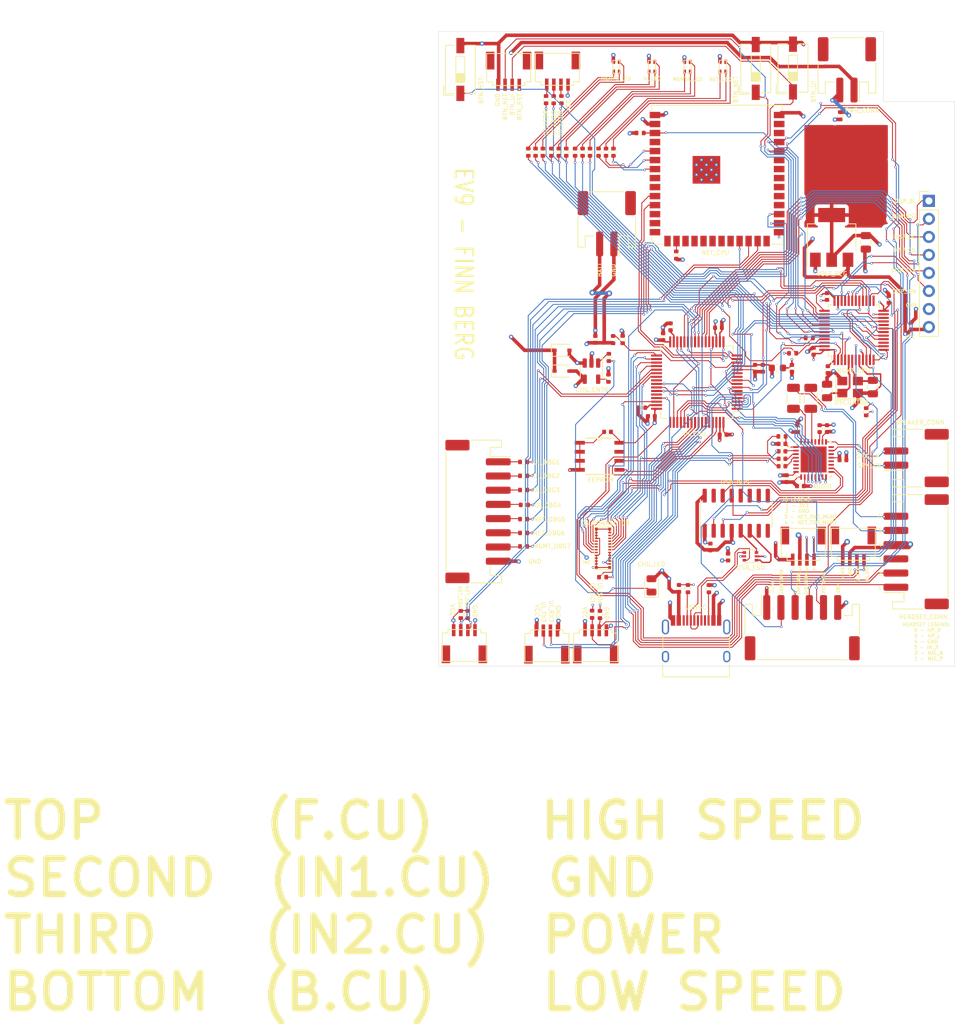
<source format=kicad_pcb>
(kicad_pcb (version 20221018) (generator pcbnew)
  (title_block (title "Hactar PCB - Finn Berg") (date "2023-06-21") (rev "EV8") (company "CISCO SYSTEMS"))
  (layers (0 "F.Cu" signal) (1 "In1.Cu" power) (2 "In2.Cu" power) (31 "B.Cu" signal) (34 "B.Paste" user) (35 "F.Paste" user) (36 "B.SilkS" user "B.Silkscreen") (37 "F.SilkS" user "F.Silkscreen") (38 "B.Mask" user) (39 "F.Mask" user) (44 "Edge.Cuts" user))
  (net 0 "")
  (net 1 "+3.3VA")
  (net 2 "+3.3V")
  (net 3 "VBUS")
  (net 4 "GND")
  (net 5 "+BATT")
  (net 6 "/RCC_OSC_IN")
  (net 7 "/VIN")
  (net 8 "/UI_SDA")
  (net 9 "Net-(U6-LINPUT3)")
  (net 10 "/UI_SCL")
  (net 11 "Net-(U6-LINPUT2)")
  (net 12 "Net-(U1-VCAP_1)")
  (net 13 "/USB_D+")
  (net 14 "/USB_D-")
  (net 15 "Net-(U1-VCAP_2)")
  (net 16 "Net-(U6-LINPUT1)")
  (net 17 "Net-(U6-MICBIAS)")
  (net 18 "Net-(U6-HP_R)")
  (net 19 "/MCLK")
  (net 20 "/RCC_OSC_OUT")
  (net 21 "/NET_SDA")
  (net 22 "/NET_SCL")
  (net 23 "/MGMT_BOOT")
  (net 24 "/MGMT_NRST")
  (net 25 "/IN_3")
  (net 26 "Net-(U6-HP_L)")
  (net 27 "/NET_RST")
  (net 28 "/UI_RST")
  (net 29 "/MIC_P")
  (net 30 "/LEDA_R")
  (net 31 "Net-(U6-AMID)")
  (net 32 "/DISP_BL")
  (net 33 "/DISP_RSTR")
  (net 34 "/LEDA_G")
  (net 36 "Net-(D10-K)")
  (net 37 "/BATTERY_MON")
  (net 38 "Net-(D3-RK)")
  (net 39 "/LEDA_B")
  (net 40 "Net-(D3-BK)")
  (net 41 "/KB_COL3")
  (net 42 "/KB_COL4")
  (net 43 "Net-(D3-GK)")
  (net 44 "Net-(D4-RK)")
  (net 45 "/DISP_DC")
  (net 46 "/DISP_CS")
  (net 47 "/DISP_SPI_SCK")
  (net 48 "/DISP_SPI_MOSI")
  (net 49 "/UI_TX3")
  (net 50 "/UI_RX3")
  (net 51 "/NET_TX0_MGMT")
  (net 52 "Net-(D4-BK)")
  (net 53 "/KB_MIC")
  (net 54 "/NET_RX0_MGMT")
  (net 55 "Net-(D4-GK)")
  (net 56 "/KB_ROW5")
  (net 57 "/KB_ROW1")
  (net 58 "/KB_ROW2")
  (net 59 "/KB_ROW3")
  (net 60 "/MIC_N")
  (net 61 "Net-(D5-RK)")
  (net 62 "/KB_ROW4")
  (net 63 "Net-(D5-BK)")
  (net 64 "/KB_ROW6")
  (net 65 "/KB_ROW7")
  (net 66 "/UD-")
  (net 67 "/UD+")
  (net 68 "/LEDB_R")
  (net 69 "/LEDB_G")
  (net 70 "Net-(D5-GK)")
  (net 71 "Net-(D11-K)")
  (net 72 "Net-(D18-RK)")
  (net 73 "Net-(D18-BK)")
  (net 74 "Net-(D18-GK)")
  (net 75 "Net-(J9-CC1)")
  (net 77 "Net-(J9-CC2)")
  (net 80 "Net-(J10-Pin_1)")
  (net 81 "Net-(J10-Pin_2)")
  (net 82 "/LEDB_B")
  (net 83 "Net-(J10-Pin_3)")
  (net 84 "Net-(J10-Pin_4)")
  (net 85 "Net-(J10-Pin_5)")
  (net 86 "Net-(J10-Pin_6)")
  (net 87 "Net-(J10-Pin_7)")
  (net 88 "Net-(J14-Pin_2)")
  (net 89 "Net-(J14-Pin_3)")
  (net 90 "/SPK_LN")
  (net 91 "/SPK_LP")
  (net 92 "/HP_R")
  (net 93 "/HP_L")
  (net 94 "Net-(J14-Pin_4)")
  (net 95 "/KB_COL5")
  (net 96 "/KB_COL2")
  (net 97 "Net-(J15-Pin_2)")
  (net 98 "Net-(U11-IO46)")
  (net 99 "/BTN_RST")
  (net 100 "/BTN_UI")
  (net 101 "/BTN_NET")
  (net 102 "/KB_COL1")
  (net 103 "Net-(U12-STAT)")
  (net 104 "Net-(U12-PROG)")
  (net 105 "Net-(U1-PA12)")
  (net 108 "/UI_STAT")
  (net 111 "/UI_BOOT")
  (net 112 "/NET_LED_B")
  (net 113 "/NET_LED_G")
  (net 120 "/USB_DTR")
  (net 121 "/USB_RTS")
  (net 123 "/NET_LED_R")
  (net 132 "/UI_DBG1")
  (net 134 "/UI_LED_B")
  (net 137 "/NET_STAT")
  (net 139 "/UI_LED_G")
  (net 141 "/UI_TX1_MGMT")
  (net 142 "/UI_RX1_MGMT")
  (net 143 "/NET_BOOT")
  (net 144 "/UI_LED_R")
  (net 146 "/UI_DBG2")
  (net 147 "/UI_DBG3")
  (net 148 "/UI_DBG4")
  (net 149 "/MGMT_DBG7")
  (net 150 "/NET_DBG5")
  (net 151 "/NET_DBG6")
  (net 152 "/MGMT_SWDIO")
  (net 153 "/MGMT_SWCLK")
  (net 154 "/I2S_DACLRC")
  (net 155 "/UI_SWDIO")
  (net 156 "/UI_SWDCLK")
  (net 157 "/UI_TX1_NET")
  (net 158 "/BOOT1")
  (net 160 "/UI_RX1_NET")
  (net 161 "/I2S_BCLK")
  (net 162 "/I2S_ADCDAT")
  (net 166 "/I2S_DACDAT")
  (net 167 "/USB_TX1_MGMT")
  (net 168 "/USB_RX1_MGMT")
  (net 192 "/KB_LED")
  (footprint "Resistor_SMD:R_0402_1005Metric" (layer "F.Cu") (at 126.0875 122.725)
    (fp_text reference "R28" hide)
    (fp_text value "330" hide)
  )
  (footprint "Capacitor_SMD:C_0402_1005Metric" (layer "F.Cu") (at 143.9875 110.225 180)
    (fp_text reference "C13" hide)
    (fp_text value "100n" hide)
  )
  (footprint "ESP32-S3-WROOM-1-N8R2:New_ESP32_M24C02-RMN6TP" (layer "F.Cu") (at 136.6875 115.875)
    (fp_text reference "CR1" hide)
    (fp_text value "M24C02-RDW6TP" hide)
  )
  (footprint "Capacitor_SMD:C_0402_1005Metric" (layer "F.Cu") (at 142.6375 109.025)
    (fp_text reference "C22" hide)
    (fp_text value "2u2" hide)
  )
  (footprint "Diode_SMD:D_SOD-323" (layer "F.Cu") (at 131.3875 100.935)
    (fp_text reference "D2" hide)
    (fp_text value "1N5819WS" hide)
  )
  (footprint "Package_QFP:LQFP-48_7x7mm_P0.5mm" (layer "F.Cu") (at 172.5375 98.125 90)
    (fp_text reference "U5" hide)
    (fp_text value "STM32F030C8Tx" hide)
  )
  (footprint "Capacitor_SMD:C_0402_1005Metric" (layer "F.Cu") (at 137.8075 112.435 180)
    (fp_text reference "C33" hide)
    (fp_text value "100n" hide)
  )
  (footprint "Capacitor_SMD:C_0402_1005Metric" (layer "F.Cu") (at 145.6375 99.025 90)
    (fp_text reference "C14" hide)
    (fp_text value "100n" hide)
  )
  (footprint "Capacitor_SMD:C_0805_2012Metric" (layer "F.Cu") (at 168.7375 106.675 -90)
    (fp_text reference "C4" hide)
    (fp_text value "33P" hide)
  )
  (footprint "Capacitor_SMD:C_0402_1005Metric" (layer "F.Cu") (at 168.7375 111.975 90)
    (fp_text reference "C3" hide)
    (fp_text value "4.7u" hide)
  )
  (footprint "Resistor_SMD:R_0402_1005Metric" (layer "F.Cu") (at 149.1375 134.52 -90)
    (fp_text reference "R3" hide)
    (fp_text value "5k1" hide)
  )
  (footprint "Resistor_SMD:R_0402_1005Metric" (layer "F.Cu") (at 163.89 101.36)
    (fp_text reference "R5" hide)
    (fp_text value "4k7" hide)
  )
  (footprint "Capacitor_SMD:C_0402_1005Metric" (layer "F.Cu") (at 136.0875 99.405 90)
    (fp_text reference "C19" hide)
    (fp_text value "4u7" hide)
  )
  (footprint "Resistor_SMD:R_0402_1005Metric" (layer "F.Cu") (at 138.5875 99.435 -90)
    (fp_text reference "R38" hide)
    (fp_text value "10k" hide)
  )
  (footprint "Connector_JST:JST_PH_S6B-PH-SM4-TB_1x06-1MP_P2.00mm_Horizontal" (layer "F.Cu") (at 181.2875 129.325 90)
    (fp_text reference "J8" hide)
    (fp_text value "Conn_01x06_Female" hide)
  )
  (footprint "BM14B(0.B)-24DS-0:BM14B(0.B)-24DS-0.4V(53)" (layer "F.Cu") (at 138.1075 131.035 90)
    (fp_text reference "U13" hide)
    (fp_text value "BM14B(0.8)-24DS-0.4V(53)" hide)
  )
  (footprint "Package_QFP:LQFP-64_10x10mm_P0.5mm" (layer "F.Cu") (at 150.3875 105.425 180)
    (fp_text reference "U1" hide)
    (fp_text value "STM32F405RGTx" hide)
  )
  (footprint "Capacitor_SMD:C_0402_1005Metric" (layer "F.Cu") (at 163.0375 119.025 90)
    (fp_text reference "C16" hide)
    (fp_text value "100n" hide)
  )
  (footprint "1x4 pin download:1x4pin 1mm connector" (layer "F.Cu") (at 126.4675 60.125 180)
    (fp_text reference "J13" hide)
    (fp_text value "Conn_01x04_Female" hide)
  )
  (footprint "Inductor_SMD:L_0603_1608Metric" (layer "F.Cu") (at 161.7375 103.425)
    (fp_text reference "120R1" hide)
    (fp_text value "FerriteBead" hide)
  )
  (footprint "Resistor_SMD:R_0402_1005Metric" (layer "F.Cu") (at 137.5875 73.025 90)
    (fp_text reference "R17" hide)
    (fp_text value "150" hide)
  )
  (footprint "Resistor_SMD:R_0402_1005Metric" (layer "F.Cu") (at 128.6875 73.025 -90)
    (fp_text reference "R13" hide)
    (fp_text value "180" hide)
  )
  (footprint "Capacitor_SMD:C_0402_1005Metric" (layer "F.Cu") (at 180.5875 97.525 90)
    (fp_text reference "C20" hide)
    (fp_text value "100n" hide)
  )
  (footprint "Resistor_SMD:R_0402_1005Metric" (layer "F.Cu") (at 125.9875 124.725)
    (fp_text reference "R30" hide)
    (fp_text value "330" hide)
  )
  (footprint "Resistor_SMD:R_0402_1005Metric" (layer "F.Cu") (at 142.3975 70.325 180)
    (fp_text reference "R4" hide)
    (fp_text value "15k" hide)
  )
  (footprint "MountingHole:MountingHole_2.1mm" (layer "F.Cu") (at 176.9375 140.345)
    (fp_text reference "REF**" hide)
    (fp_text value "MountingHole_2.1mm" hide)
  )
  (footprint "Resistor_SMD:R_0402_1005Metric" (layer "F.Cu") (at 139.9375 99.425 -90)
    (fp_text reference "R39" hide)
    (fp_text value "6.8k" hide)
  )
  (footprint "Resistor_SMD:R_0402_1005Metric" (layer "F.Cu") (at 118.1075 138.17 -90)
    (fp_text reference "R21" hide)
    (fp_text value "1k5" hide)
  )
  (footprint "Capacitor_SMD:C_0402_1005Metric" (layer "F.Cu") (at 154.7875 130.075 90)
    (fp_text reference "C5" hide)
    (fp_text value "10U" hide)
  )
  (footprint "Connector_PinHeader_2.54mm:PinHeader_1x08_P2.54mm_Vertical" (layer "F.Cu") (at 183.0875 79.885)
    (fp_text reference "J4" hide)
    (fp_text value "Conn_01x08_Male" hide)
  )
  (footprint "Capacitor_SMD:C_0402_1005Metric" (layer "F.Cu") (at 158.5875 103.475 -90)
    (fp_text reference "C8" hide)
    (fp_text value "10n" hide)
  )
  (footprint "Resistor_SMD:R_0402_1005Metric" (layer "F.Cu") (at 133.2375 73.025 -90)
    (fp_text reference "R12" hide)
    (fp_text value "150" hide)
  )
  (footprint "Resistor_SMD:R_0402_1005Metric" (layer "F.Cu") (at 134.2875 73.025 -90)
    (fp_text reference "R11" hide)
    (fp_text value "150" hide)
  )
  (footprint "Capacitor_SMD:C_0402_1005Metric" (layer "F.Cu") (at 146.6875 97.625 -90)
    (fp_text reference "C21" hide)
    (fp_text value "2u2" hide)
  )
  (footprint "Resistor_SMD:R_0402_1005Metric" (layer "F.Cu") (at 135.3375 73.025 -90)
    (fp_text reference "R6" hide)
    (fp_text value "180" hide)
  )
  (footprint "1x4 pin download:1x4pin 1mm connector" (layer "F.Cu") (at 133.3375 60.105 180)
    (fp_text reference "J14" hide)
    (fp_text value "Conn_01x04_Female" hide)
  )
  (footprint "Resistor_SMD:R_0402_1005Metric" (layer "F.Cu") (at 138.6375 73.025 90)
    (fp_text reference "R16" hide)
    (fp_text value "180" hide)
  )
  (footprint "Connector_JST:JST_PH_S2B-PH-SM4-TB_1x02-1MP_P2.00mm_Horizontal" (layer "F.Cu") (at 181.2875 116.125 90)
    (fp_text reference "J2" hide)
    (fp_text value "Conn_01x02_Female" hide)
  )
  (footprint "Resistor_SMD:R_0402_1005Metric" (layer "F.Cu") (at 129.1475 65.625 -90)
    (fp_text reference "R35" hide)
    (fp_text value "150" hide)
  )
  (footprint "MountingHole:MountingHole_2.1mm" (layer "F.Cu") (at 183.0875 107.925)
    (fp_text reference "REF**" hide)
    (fp_text value "MountingHole_2.1mm" hide)
  )
  (footprint "MountingHole:MountingHole_2.1mm" (layer "F.Cu") (at 117.5875 107.925)
    (fp_text reference "REF**" hide)
    (fp_text value "MountingHole_2.1mm" hide)
  )
  (footprint "Capacitor_SMD:C_0805_2012Metric" (layer "F.Cu") (at 174.2 85.73 -90)
    (fp_text reference "C2" hide)
    (fp_text value "22u" hide)
  )
  (footprint "Capacitor_SMD:C_1206_3216Metric" (layer "F.Cu") (at 166.4375 107.705 90)
    (fp_text reference "C29" hide)
    (fp_text value "100U" hide)
  )
  (footprint "Capacitor_SMD:C_0402_1005Metric" (layer "F.Cu") (at 162.3875 117.275)
    (fp_text reference "C27" hide)
    (fp_text value "1u" hide)
  )
  (footprint "Capacitor_SMD:C_0402_1005Metric" (layer "F.Cu") (at 163.7875 103.475 -90)
    (fp_text reference "C10" hide)
    (fp_text value "1u" hide)
  )
  (footprint "Resistor_SMD:R_0402_1005Metric" (layer "F.Cu") (at 130.9375 73.025 90)
    (fp_text reference "R24" hide)
    (fp_text value "150" hide)
  )
  (footprint "Resistor_SMD:R_0402_1005Metric" (layer "F.Cu") (at 166.2375 99.205)
    (fp_text reference "R19" hide)
    (fp_text value "4k7" hide)
  )
  (footprint "Resistor_SMD:R_0402_1005Metric" (layer "F.Cu") (at 174.25 109.6 90)
    (fp_text reference "R1" hide)
    (fp_text value "4k7" hide)
  )
  (footprint "Capacitor_SMD:C_0402_1005Metric" (layer "F.Cu") (at 154.0875 112.825 180)
    (fp_text reference "C12" hide)
    (fp_text value "100n" hide)
  )
  (footprint "1x4 pin download:1x4pin 1mm connector" (layer "F.Cu") (at 175.04 127.03 180)
    (fp_text reference "J12" hide)
    (fp_text value "Conn_01x04_Female" hide)
  )
  (footprint "Resistor_SMD:R_0402_1005Metric" (layer "F.Cu") (at 137.9375 104.875 -90)
    (fp_text reference "R37" hide)
    (fp_text value "2k" hide)
  )
  (footprint "Resistor_SMD:R_0402_1005Metric" (layer "F.Cu") (at 136.5375 73.025 90)
    (fp_text reference "R18" hide)
    (fp_text value "150" hide)
  )
  (footprint "Resistor_SMD:R_0402_1005Metric" (layer "F.Cu") (at 152.0875 134.525 -90)
    (fp_text reference "R2" hide)
    (fp_text value "5k1" hide)
  )
  (footprint "Capacitor_SMD:C_0402_1005Metric" (layer "F.Cu") (at 177.4375 93.775 90)
    (fp_text reference "C25" hide)
    (fp_text value "100n" hide)
  )
  (footprint "Capacitor_SMD:C_0402_1005Metric" (layer "F.Cu") (at 147.87 134.49 90)
    (fp_text reference "C1" hide)
    (fp_text value "4u7" hide)
  )
  (footprint "Resistor_SMD:R_0402_1005Metric" (layer "F.Cu") (at 147.4875 87.525 90)
    (fp_text reference "R32" hide)
    (fp_text value "4k7" hide)
  )
  (footprint "Diode_SMD:D_SOD-323" (layer "F.Cu") (at 131.3875 103.865)
    (fp_text reference "D10" hide)
    (fp_text value "1N5819WS" hide)
  )
  (footprint "Resistor_SMD:R_0402_1005Metric" (layer "F.Cu") (at 135.6275 138.135 -90)
    (fp_text reference "R8" hide)
    (fp_text value "1k5" hide)
  )
  (footprint "LED_SMD:LED_0805_2012Metric" (layer "F.Cu") (at 143.9975 134.065 90)
    (fp_text reference "D11" hide)
    (fp_text value "LED" hide)
  )
  (footprint "Connector_JST:JST_PH_S2B-PH-SM4-TB_1x02-1MP_P2.00mm_Horizontal" (layer "F.Cu") (at 171.5375 61.425 180)
    (fp_text reference "J15" hide)
    (fp_text value "Conn_01x02_Female" hide)
  )
  (footprint "Capacitor_SMD:C_0402_1005Metric" (layer "F.Cu") (at 164.9875 120.075)
    (fp_text reference "C15" hide)
    (fp_text value "100n" hide)
  )
  (footprint "Button_Switch_SMD:SW_DIP_SPSTx01_Slide_6.7x4.1mm_W6.73mm_P2.54mm_LowProfile_JPin" (layer "F.Cu") (at 158.6875 61.225 90)
    (fp_text reference "SW3" hide)
    (fp_text value "SW_Push" hide)
  )
  (footprint "Resistor_SMD:R_0402_1005Metric" (layer "F.Cu") (at 126.6375 73.025 -90)
    (fp_text reference "R15" hide)
    (fp_text value "150" hide)
  )
  (footprint "ESP32-S3-WROOM-1-N8R2:QFN50P500X500X90-33N" (layer "F.Cu") (at 166.84 116.325)
    (fp_text reference "U6" hide)
    (fp_text value "WM8960CGEFL/RV" hide)
  )
  (footprint "Capacitor_SMD:C_0805_2012Metric" (layer "F.Cu") (at 175.1875 106.125 90)
    (fp_text reference "C23" hide)
    (fp_text value "33P" hide)
  )
  (footprint "Resistor_SMD:R_0402_1005Metric" (layer "F.Cu") (at 162.3875 113.075 180)
    (fp_text reference "R9" hide)
    (fp_text value "2K2" hide)
  )
  (footprint "Resistor_SMD:R_0402_1005Metric" (layer "F.Cu") (at 127.6625 73.025 -90)
    (fp_text reference "R14" hide)
    (fp_text value "150" hide)
  )
  (footprint "Capacitor_SMD:C_1206_3216Metric" (layer "F.Cu") (at 164.0075 107.705 90)
    (fp_text reference "C30" hide)
    (fp_text value "100U" hide)
  )
  (footprint "Resistor_SMD:R_0402_1005Metric" (layer "F.Cu") (at 125.9875 116.675)
    (fp_text reference "R22" hide)
    (fp_text value "330" hide)
  )
  (footprint "1x6 pin download:LED RGB" (layer "F.Cu") (at 154.4625 61.695 90)
    (fp_text reference "D4" hide)
    (fp_text value "ASMB-MTB1-0A3A2" hide)
  )
  (footprint "MountingHole:MountingHole_2.1mm" (layer "F.Cu") (at 117.5875 69.625)
    (fp_text reference "REF**" hide)
    (fp_text value "MountingHole_2.1mm" hide)
  )
  (footprint "Resistor_SMD:R_0402_1005Metric" (layer "F.Cu") (at 137.9875 101.945 -90)
    (fp_text reference "R36" hide)
    (fp_text value "1k" hide)
  )
  (footprint "Resistor_SMD:R_0402_1005Metric" (layer "F.Cu") (at 130.2175 65.635 -90)
    (fp_text reference "R34" hide)
    (fp_text value "150" hide)
  )
  (footprint "Button_Switch_SMD:SW_DIP_SPSTx01_Slide_6.7x4.1mm_W6.73mm_P2.54mm_LowProfile_JPin" (layer "F.Cu") (at 117.0675 61.375 90)
    (fp_text reference "SW1" hide)
    (fp_text value "SW_Push" hide)
  )
  (footprint "Package_SO:SOIC-16_3.9x9.9mm_P1.27mm" (layer "F.Cu") (at 155.9375 123.895 90)
    (fp_text reference "U3" hide)
    (fp_text value "CH340C" hide)
  )
  (footprint "Resistor_SMD:R_0402_1005Metric" (layer "F.Cu") (at 131.9875 73.025 90)
    (fp_text reference "R23" hide)
    (fp_text value "180" hide)
  )
  (footprint "Capacitor_SMD:C_0402_1005Metric" (layer "F.Cu") (at 168.73 93.36 -90)
    (fp_text reference "C34" hide)
    (fp_text value "100n" hide)
  )
  (footprint "1x4 pin download:1x4pin 1mm connector" (layer "F.Cu") (at 133.5375 143.795)
    (fp_text reference "J7" hide)
    (fp_text value "Conn_01x04_Female" hide)
  )
  (footprint "Resistor_SMD:R_0402_1005Metric" (layer "F.Cu") (at 137.1175 132.905 180)
    (fp_text reference "R41" hide)
    (fp_text value "0" hide)
  )
  (footprint "Button_Switch_SMD:SW_DIP_SPSTx01_Slide_6.7x4.1mm_W6.73mm_P2.54mm_LowProfile_JPin" (layer "F.Cu") (at 163.9375 61.175 90)
    (fp_text reference "SW2" hide)
    (fp_text value "SW_Push" hide)
  )
  (footprint "Resistor_SMD:R_0402_1005Metric" (layer "F.Cu") (at 125.9875 120.625)
    (fp_text reference "R27" hide)
    (fp_text value "330" hide)
  )
  (footprint "Capacitor_SMD:C_0402_1005Metric" (layer "F.Cu") (at 162.3875 116.225)
    (fp_text reference "C18" hide)
    (fp_text value "1u" hide)
  )
  (footprint "Capacitor_SMD:C_0402_1005Metric" (layer "F.Cu") (at 170.9775 116.405)
    (fp_text reference "C6" hide)
    (fp_text value "4.7u" hide)
  )
  (footprint "1x4 pin download:1x4pin 1mm connector" (layer "F.Cu") (at 126.6575 143.825)
    (fp_text reference "J5" hide)
    (fp_text value "Conn_01x04_Female" hide)
  )
  (footprint "Package_TO_SOT_SMD:SOT-223-3_TabPin2" (layer "F.Cu") (at 169.3875 85.035 90)
    (fp_text reference "U2" hide)
    (fp_text value "AMS1117-3.3" hide)
  )
  (footprint "1x6 pin download:LED RGB" (layer "F.Cu") (at 139.4625 61.695 90)
    (fp_text reference "D3" hide)
    (fp_text value "ASMB-MTB1-0A3A2" hide)
  )
  (footprint "RF_Module:ESP32-S3-WROOM-1U" (layer "F.Cu") (at 153.2375 76.2)
    (fp_text reference "U11" hide)
    (fp_text value "ESP32-S3-WROOM-1-N8R2" hide)
  )
  (footprint "Capacitor_SMD:C_0402_1005Metric" (layer "F.Cu") (at 162.3875 115.175)
    (fp_text reference "C17" hide)
    (fp_text value "1u" hide)
  )
  (footprint "Capacitor_SMD:C_0402_1005Metric" (layer "F.Cu") (at 164.5375 111.975 -90)
    (fp_text reference "C7" hide)
    (fp_text value "100n" hide)
  )
  (footprint "Connector_JST:JST_PH_S6B-PH-SM4-TB_1x06-1MP_P2.00mm_Horizontal" (layer "F.Cu") (at 165.2375 140.025)
    (fp_text reference "J11" hide)
    (fp_text value "Conn_01x06_Female" hide)
  )
  (footprint "Capacitor_SMD:C_0402_1005Metric" (layer "F.Cu") (at 152.2975 128.655 90)
    (fp_text reference "C32" hide)
    (fp_text value "100n" hide)
  )
  (footprint "Connector_JST:JST_PH_S8B-PH-SM4-TB_1x08-1MP_P2.00mm_Horizontal" (layer "F.Cu") (at 119.5575 123.655 -90)
    (fp_text reference "J10" hide)
    (fp_text value "Conn_01x08_Female" hide)
  )
  (footprint "Capacitor_SMD:C_0402_1005Metric" (layer "F.Cu") (at 167.6875 111.975 -90)
    (fp_text reference "C31" hide)
    (fp_text value "4.7u" hide)
  )
  (footprint "1x4 pin download:1x4pin 1mm connector" (layer "F.Cu") (at 168 127.04 180)
    (fp_text reference "J6" hide)
    (fp_text value "Conn_01x04_Female" hide)
  )
  (footprint "MountingHole:MountingHole_2.1mm" (layer "F.Cu") (at 183.12 69.625)
    (fp_text reference "REF**" hide)
    (fp_text value "MountingHole_2.1mm" hide)
  )
  (footprint "Capacitor_SMD:C_0402_1005Metric" (layer "F.Cu") (at 159.6875 103.475 -90)
    (fp_text reference "C9" hide)
    (fp_text value "1u" hide)
  )
  (footprint "Capacitor_SMD:C_0402_1005Metric" (layer "F.Cu") (at 168.8475 103.665 -90)
    (fp_text reference "C24" hide)
    (fp_text value "100n" hide)
  )
  (footprint "Connector_JST:JST_PH_S2B-PH-SM4-TB_1x02-1MP_P2.00mm_Horizontal" (layer "F.Cu") (at 137.6975 83.105 180)
    (fp_text reference "J1" hide)
    (fp_text value "Conn_01x02_Female" hide)
  )
  (footprint "MountingHole:MountingHole_2.1mm" (layer "F.Cu") (at 123.6375 140.345)
    (fp_text reference "REF**" hide)
    (fp_text value "MountingHole_2.1mm" hide)
  )
  (footprint "Connector_USB:USB_C_Receptacle_HRO_TYPE-C-31-M-12" (layer "F.Cu") (at 150.2875 143.046)
    (fp_text reference "J9" hide)
    (fp_text value "USB_C_Receptacle" hide)
  )
  (footprint "1x6 pin download:LED RGB" (layer "F.Cu") (at 144.4625 61.695 90)
    (fp_text reference "D5" hide)
    (fp_text value "ASMB-MTB1-0A3A2" hide)
  )
  (footprint "Resistor_SMD:R_0402_1005Metric" (layer "F.Cu") (at 125.9875 128.575)
    (fp_text reference "R29" hide)
    (fp_text value "330" hide)
  )
  (footprint "Resistor_SMD:R_0402_1005Metric" (layer "F.Cu") (at 125.9875 118.625)
    (fp_text reference "R26" hide)
    (fp_text value "330" hide)
  )
  (footprint "Capacitor_SMD:C_0402_1005Metric" (layer "F.Cu") (at 153.4375 97.775)
    (fp_text reference "C11" hide)
    (fp_text value "100n" hide)
  )
  (footprint "1x6 pin download:LED RGB" (layer "F.Cu") (at 149.4625 61.695 90)
    (fp_text reference "D18" hide)
    (fp_text value "ASMB-MTB1-0A3A2" hide)
  )
  (footprint "Package_TO_SOT_SMD:SOT-666" (layer "F.Cu") (at 157.9375 129.975)
    (fp_text reference "U4" hide)
    (fp_text value "USBLC6-2P6" hide)
  )
  (footprint "Resistor_SMD:R_0402_1005Metric" (layer "F.Cu") (at 131.3075 65.625 -90)
    (fp_text reference "R33" hide)
    (fp_text value "180" hide)
  )
  (footprint "Resistor_SMD:R_0402_1005Metric" (layer "F.Cu") (at 170.5975 67.895 -90)
    (fp_text reference "R40" hide)
    (fp_text value "1" hide)
  )
  (footprint "Resistor_SMD:R_0402_1005Metric" (layer "F.Cu") (at 125.9875 126.675)
    (fp_text reference "R31" hide)
    (fp_text value "330" hide)
  )
  (footprint "1x4 pin download:1x4pin 1mm connector" (layer "F.Cu") (at 115.0275 143.775)
    (fp_text reference "J3" hide)
    (fp_text value "Conn_01x04_Female" hide)
  )
  (footprint "Resistor_SMD:R_0402_1005Metric" (layer "F.Cu") (at 117.13 138.17 -90)
    (fp_text reference "R20" hide)
    (fp_text value "1k5" hide)
  )
  (footprint "Package_TO_SOT_SMD:SOT-23-5" (layer "F.Cu") (at 135.5375 103.875 -90)
    (fp_text reference "U12" hide)
    (fp_text value "MCP73832-2-OT" hide)
  )
  (footprint "Capacitor_SMD:C_0402_1005Metric" (layer "F.Cu") (at 162.3875 114.125 180)
    (fp_text reference "C28" hide)
    (fp_text value "4.7u" hide)
  )
  (footprint "Resistor_SMD:R_0402_1005Metric" (layer "F.Cu") (at 136.7375 138.175 -90)
    (fp_text reference "R7" hide)
    (fp_text value "1k5" hide)
  )
  (footprint "Capacitor_SMD:C_0402_1005Metric" (layer "F.Cu") (at 166.84 101.07 90)
    (fp_text reference "C26" hide)
    (fp_text value "100n" hide)
  )
  (footprint "Resistor_SMD:R_0402_1005Metric" (layer "F.Cu") (at 129.8875 73.025 90)
    (fp_text reference "R25" hide)
    (fp_text value "150" hide)
  )
  (footprint "Crystal:Crystal_SMD_3225-4Pin_3.2x2.5mm" (layer "F.Cu") (at 171.9875 106.125)
    (fp_text reference "Y1" hide)
    (fp_text value "Crystal_GND24" hide)
  )
  (gr_poly (pts (xy 176.6875 65.885) (xy 186.6875 65.885) (xy 186.6875 145.435) (xy 113.9875 145.435) (xy 113.9875 56.025) (xy 176.6875 56.025)) (stroke (width 0.05)) (fill none) (layer "Edge.Cuts"))
  (gr_text "MIC" (at 134.88 130.81) (layer "F.SilkS") (effects (font (size 0.4 0.4) (thickness 0.1))))
  (gr_text "5" (at 176.19 126.35) (layer "F.SilkS") (effects (font (size 0.5 0.5) (thickness 0.1))))
  (gr_text "BTN_RST" (at 119.98 64.36 90) (layer "F.SilkS") (effects (font (size 0.6 0.6) (thickness 0.1))))
  (gr_text "MGMTA_LED" (at 149.07 62.74) (layer "F.SilkS") (effects (font (size 0.5 0.5) (thickness 0.1))))
  (gr_text "BTN_RST" (at 125.42 66.65 90) (layer "F.SilkS") (effects (font (size 0.6 0.6) (thickness 0.1))))
  (gr_text "+3V3" (at 170.93 132.326 90) (layer "F.SilkS") (effects (font (size 0.4 0.4) (thickness 0.1))))
  (gr_text "HEADSET_CONN" (at 182.3 138.5) (layer "F.SilkS") (effects (font (size 0.6 0.6) (thickness 0.1))))
  (gr_text "UI_DIO" (at 174.38 132.42 90) (layer "F.SilkS") (effects (font (size 0.4 0.4) (thickness 0.1))))
  (gr_text "3" (at 176.17 130.43) (layer "F.SilkS") (effects (font (size 0.5 0.5) (thickness 0.1))))
  (gr_text "UI_LED" (at 144.09 62.66) (layer "F.SilkS") (effects (font (size 0.5 0.5) (thickness 0.1))))
  (gr_text "UI_RX3" (at 129.88 137.72 270) (layer "F.SilkS") (effects (font (size 0.6 0.6) (thickness 0.1))))
  (gr_text "EV9 - FINN BERG" (at 117.5375 88.775 270) (layer "F.SilkS") (effects (font (size 2.5 2) (thickness 0.3))))
  (gr_text "DISP_DC" (at 179.67 84.96) (layer "F.SilkS") (effects (font (size 0.5 0.5) (thickness 0.1))))
  (gr_text "OSCILATOR" (at 172.16 108.28) (layer "F.SilkS") (effects (font (size 0.6 0.6) (thickness 0.1))))
  (gr_text "2" (at 164.92 131.85) (layer "F.SilkS") (effects (font (size 0.5 0.5) (thickness 0.1))))
  (gr_text "VCC" (at 180.47 99.04) (layer "F.SilkS") (effects (font (size 0.5 0.5) (thickness 0.1))))
  (gr_text "NET_SDA" (at 117.04 135.69 270) (layer "F.SilkS") (effects (font (size 0.5 0.5) (thickness 0.1))))
  (gr_text "VCC" (at 127.88 137.6 270) (layer "F.SilkS") (effects (font (size 0.6 0.6) (thickness 0.1))))
  (gr_text "NET_LED" (at 153.72 62.79) (layer "F.SilkS") (effects (font (size 0.5 0.5) (thickness 0.1))))
  (gr_text "UI_DBG1\n\n" (at 129.24 117.19) (layer "F.SilkS") (effects (font (size 0.6 0.6) (thickness 0.1))))
  (gr_text "UI_LEDR" (at 129.11 68.88 90) (layer "F.SilkS") (effects (font (size 0.6 0.6) (thickness 0.1))))
  (gr_text "USB_BUS" (at 155.76 119.6) (layer "F.SilkS") (effects (font (size 0.6 0.6) (thickness 0.1))))
  (gr_text "UI_LEDG" (at 130.24 68.9 90) (layer "F.SilkS") (effects (font (size 0.6 0.6) (thickness 0.1))))
  (gr_text "1\n" (at 164.06 131.82) (layer "F.SilkS") (effects (font (size 0.5 0.5) (thickness 0.1))))
  (gr_text "GND" (at 171.99 132.072 90) (layer "F.SilkS") (effects (font (size 0.4 0.4) (thickness 0.1))))
  (gr_text "UI_CLK" (at 173.1 132.55 90) (layer "F.SilkS") (effects (font (size 0.4 0.4) (thickness 0.1))))
  (gr_text "GND" (at 180.6 94.58) (layer "F.SilkS") (effects (font (size 0.5 0.5) (thickness 0.1))))
  (gr_text "VCC" (at 134.59 137.92 270) (layer "F.SilkS") (effects (font (size 0.6 0.6) (thickness 0.1))))
  (gr_text "KB_CONNECTOR" (at 137.44 125.3) (layer "F.SilkS") (effects (font (size 0.6 0.6) (thickness 0.1))))
  (gr_text "UI_DBG4\n\n" (at 129.41 123.25) (layer "F.SilkS") (effects (font (size 0.6 0.6) (thickness 0.1))))
  (gr_text "NET_DBG5" (at 129.63 124.76) (layer "F.SilkS") (effects (font (size 0.6 0.6) (thickness 0.1))))
  (gr_text "DISP_DIN" (at 179.6 92.64) (layer "F.SilkS") (effects (font (size 0.5 0.5) (thickness 0.1))))
  (gr_text "HEADSET LEGEND:\n 6 - HP_R\n 5 - HP_L\n4 - GND\n3 - IN_3\n  2 - MIC_N\n  1 - MIC_P" (at 182.69 141.99) (layer "F.SilkS") (effects (font (size 0.5 0.5) (thickness 0.1))))
  (gr_text "CHG_CNTRL" (at 135.84 106.5) (layer "F.SilkS") (effects (font (size 0.6 0.6) (thickness 0.1))))
  (gr_text "BTN_NET" (at 155.86 64.18 90) (layer "F.SilkS") (effects (font (size 0.6 0.6) (thickness 0.1))))
  (gr_text "MGMT_DIO" (at 165.76 133.87 270) (layer "F.SilkS") (effects (font (size 0.4 0.4) (thickness 0.1))))
  (gr_text "UI_DBG3\n" (at 129.19 120.64) (layer "F.SilkS") (effects (font (size 0.6 0.6) (thickness 0.1))))
  (gr_text "MGMT_CPU" (at 172.45 103.81) (layer "F.SilkS") (effects (font (size 0.6 0.6) (thickness 0.1))))
  (gr_text "DISP_CS" (at 179.61 86.81) (layer "F.SilkS") (effects (font (size 0.5 0.5) (thickness 0.1))))
  (gr_text "VOLT_REG" (at 169.44 90.16) (layer "F.SilkS") (effects (font (size 0.6 0.6) (thickness 0.1))))
  (gr_text "6" (at 176.18 124.32) (layer "F.SilkS") (effects (font (size 0.5 0.5) (thickness 0.1))))
  (gr_text "BTN_UI" (at 166.83 64.51 90) (layer "F.SilkS") (effects (font (size 0.6 0.6) (thickness 0.1))))
  (gr_text "USB-C" (at 150.238 137.152) (layer "F.SilkS") (effects (font (size 0.6 0.6) (thickness 0.1))))
  (gr_text "USB_ESD" (at 157.97 131.56) (layer "F.SilkS") (effects (font (size 0.6 0.6) (thickness 0.1))))
  (gr_text "BATT" (at 136.7 89.61 90) (layer "F.SilkS") (effects (font (size 0.6 0.6) (thickness 0.1))))
  (gr_text "NET_SCL" (at 118.05 135.68 270) (layer "F.SilkS") (effects (font (size 0.5 0.5) (thickness 0.1))))
  (gr_text "SPK_LN" (at 174.68 117.18) (layer "F.SilkS") (effects (font (size 0.6 0.6) (thickness 0.1))))
  (gr_text "UI_LEDB" (at 131.19 68.92 90) (layer "F.SilkS") (effects (font (size 0.6 0.6) (thickness 0.1))))
  (gr_text "GND" (at 138.65 89.67 90) (layer "F.SilkS") (effects (font (size 0.6 0.6) (thickness 0.1))))
  (gr_text "DISP_BL" (at 179.75 79.92) (layer "F.SilkS") (effects (font (size 0.5 0.5) (thickness 0.1))))
  (gr_text "NET_DBG6" (at 129.54 126.7) (layer "F.SilkS") (effects (font (size 0.6 0.6) (thickness 0.1))))
  (gr_text "TOP      (F.CU)    HIGH SPEED\nSECOND  (IN1.CU)  GND\nTHIRD    (IN2.CU)  POWER\nBOTTOM  (B.CU)    LOW SPEED" (at 52.2 179.3) (layer "F.SilkS") (effects (font (size 5 5) (thickness 0.9)) (justify left)))
  (gr_text "GND" (at 170.27 134.56 270) (layer "F.SilkS") (effects (font (size 0.4 0.4) (thickness 0.1))))
  (gr_text "VCC" (at 160.89 134.41 270) (layer "F.SilkS") (effects (font (size 0.6 0.6) (thickness 0.1))))
  (gr_text "PWR_CONN" (at 173.68 67.14) (layer "F.SilkS") (effects (font (size 0.6 0.6) (thickness 0.1))))
  (gr_text "UI_SCL" (at 135.71 135.2 270) (layer "F.SilkS") (effects (font (size 0.6 0.6) (thickness 0.1))))
  (gr_text "BTN_UI" (at 124.37 66.34 90) (layer "F.SilkS") (effects (font (size 0.6 0.6) (thickness 0.1))))
  (gr_text "J6 LEGEND:\n1 - 3V3\n2 - GND\n	     3 - NET_RX0_MGMT\n	     4 - NET_TXO_MGMT" (at 164.52 123.6) (layer "F.SilkS") (effects (font (size 0.5 0.5) (thickness 0.1))))
  (gr_text "UI_SDA" (at 136.75 135.21 270) (layer "F.SilkS") (effects (font (size 0.6 0.6) (thickness 0.1))))
  (gr_text "NET_CPU" (at 153.02 87.19) (layer "F.SilkS") (effects (font (size 0.6 0.6) (thickness 0.1))))
  (gr_text "BTN_NET" (at 123.36 66.63 90) (layer "F.SilkS") (effects (font (size 0.6 0.6) (thickness 0.1))))
  (gr_text "EEPROM" (at 136.82 119.19) (layer "F.SilkS") (effects (font (size 0.6 0.6) (thickness 0.1))))
  (gr_text "UI_CPU" (at 150.07 112.7) (layer "F.SilkS") (effects (font (size 0.6 0.6) (thickness 0.1))))
  (gr_text "UI_DBG2\n\n" (at 129.21 119.11) (layer "F.SilkS") (effects (font (size 0.6 0.6) (thickness 0.1))))
  (gr_text "AUDIO" (at 168.04 120.13) (layer "F.SilkS") (effects (font (size 0.6 0.6) (thickness 0.1))))
  (gr_text "MGMT_DBG7" (at 130 128.54) (layer "F.SilkS") (effects (font (size 0.6 0.6) (thickness 0.1))))
  (gr_text "DISP_CLK" (at 179.53 89.67) (layer "F.SilkS") (effects (font (size 0.5 0.5) (thickness 0.1))))
  (gr_text "MGMT_BOOT" (at 162.27 133.51 270) (layer "F.SilkS") (effects (font (size 0.4 0.4) (thickness 0.1))))
  (gr_text "CHG_LED" (at 143.97 131.08) (layer "F.SilkS") (effects (font (size 0.6 0.6) (thickness 0.1))))
  (gr_text "4" (at 166.9 131.83) (layer "F.SilkS") (effects (font (size 0.5 0.5) (thickness 0.1))))
  (gr_text "2" (at 176.2 132.39) (layer "F.SilkS") (effects (font (size 0.5 0.5) (thickness 0.1))))
  (gr_text "MGMT_CLK" (at 168.22 133.73 270) (layer "F.SilkS") (effects (font (size 0.4 0.4) (thickness 0.1))))
  (gr_text "UI_TX3" (at 128.77 137.83 270) (layer "F.SilkS") (effects (font (size 0.6 0.6) (thickness 0.1))))
  (gr_text "DISP_RST" (at 179.57 82.06) (layer "F.SilkS") (effects (font (size 0.5 0.5) (thickness 0.1))))
  (gr_text "GND" (at 130.82 137.77 270) (layer "F.SilkS") (effects (font (size 0.6 0.6) (thickness 0.1))))
  (gr_text "VCC" (at 132.29 66.39 90) (layer "F.SilkS") (effects (font (size 0.6 0.6) (thickness 0.1))))
  (gr_text "GND" (at 119.12 137.75 270) (layer "F.SilkS") (effects (font (size 0.6 0.6) (thickness 0.1))))
  (gr_text "SPK_LP" (at 174.5 115.86) (layer "F.SilkS") (effects (font (size 0.6 0.6) (thickness 0.1))))
  (gr_text "3" (at 165.9 131.83) (layer "F.SilkS") (effects (font (size 0.5 0.5) (thickness 0.1))))
  (gr_text "4" (at 176.19 128.37) (layer "F.SilkS") (effects (font (size 0.5 0.5) (thickness 0.1))))
  (gr_text "VCC" (at 115.95 137.54 270) (layer "F.SilkS") (effects (font (size 0.6 0.6) (thickness 0.1))))
  (gr_text "MGMT_RST" (at 164.69 133.83 270) (layer "F.SilkS") (effects (font (size 0.4 0.4) (thickness 0.1))))
  (gr_text "SPEAKER_CONN" (at 181.82 111.11) (layer "F.SilkS") (effects (font (size 0.6 0.6) (thickness 0.1))))
  (gr_text "MGMTB_LED" (at 139.01 62.7) (layer "F.SilkS") (effects (font (size 0.5 0.5) (thickness 0.1))))
  (gr_text "GND\n" (at 127.57 130.72) (layer "F.SilkS") (effects (font (size 0.6 0.6) (thickness 0.1))))
  (gr_text "GND" (at 122.33 65.65 90) (layer "F.SilkS") (effects (font (size 0.6 0.6) (thickness 0.1))))
  (gr_text "GND" (at 137.69 138.01 270) (layer "F.SilkS") (effects (font (size 0.6 0.6) (thickness 0.1))))
  (gr_text "1" (at 176.19 134.43) (layer "F.SilkS") (effects (font (size 0.5 0.5) (thickness 0.1))))
  (segment (start 168.7375 112.405) (end 168.09 113.0525) (width 0.127) (layer "F.Cu") (net 1))
  (segment (start 160.9875 103.4625) (end 160.95 103.425) (width 0.5) (layer "F.Cu") (net 1))
  (segment (start 159.6875 102.995) (end 160.52 102.995) (width 0.2) (layer "F.Cu") (net 1))
  (segment (start 169.6075 112.405) (end 169.6375 112.375) (width 0.5) (layer "F.Cu") (net 1))
  (segment (start 156.0625 103.175) (end 158.4075 103.175) (width 0.2) (layer "F.Cu") (net 1))
  (segment (start 158.5875 102.995) (end 159.6875 102.995) (width 0.2) (layer "F.Cu") (net 1))
  (segment (start 169.315 116.075) (end 170.4575 116.075) (width 0.127) (layer "F.Cu") (net 1))
  (segment (start 170.4575 116.075) (end 170.5075 116.125) (width 0.127) (layer "F.Cu") (net 1))
  (segment (start 160.9875 104.625) (end 160.9875 103.4625) (width 0.5) (layer "F.Cu") (net 1))
  (segment (start 160.52 102.995) (end 160.95 103.425) (width 0.2) (layer "F.Cu") (net 1))
  (segment (start 168.09 113.0525) (end 168.09 113.85) (width 0.127) (layer "F.Cu") (net 1))
  (segment (start 165.09 113.85) (end 165.09 113.0075) (width 0.127) (layer "F.Cu") (net 1))
  (segment (start 165.09 113.0075) (end 164.5375 112.455) (width 0.127) (layer "F.Cu") (net 1))
  (segment (start 168.7375 112.405) (end 169.6075 112.405) (width 0.5) (layer "F.Cu") (net 1))
  (segment (start 170.4975 116.405) (end 170.5075 116.395) (width 0.5) (layer "F.Cu") (net 1))
  (segment (start 158.4075 103.175) (end 158.5875 102.995) (width 0.2) (layer "F.Cu") (net 1))
  (segment (start 170.4875 115.435) (end 170.4875 116.395) (width 0.5) (layer "F.Cu") (net 1))
  (segment (start 170.5075 116.395) (end 170.5075 116.125) (width 0.5) (layer "F.Cu") (net 1))
  (segment (start 163.8175 112.455) (end 164.5375 112.455) (width 0.5) (layer "F.Cu") (net 1))
  (segment (start 170.4875 116.395) (end 170.4975 116.405) (width 0.5) (layer "F.Cu") (net 1))
  (via (at 169.6375 112.375) (size 0.6) (drill 0.3) (layers "F.Cu" "B.Cu") (net 1))
  (via (at 163.6075 112.245) (size 0.6) (drill 0.3) (layers "F.Cu" "B.Cu") (net 1))
  (via (at 170.4875 115.435) (size 0.6) (drill 0.3) (layers "F.Cu" "B.Cu") (net 1))
  (via (at 160.9875 104.625) (size 0.6) (drill 0.3) (layers "F.Cu" "B.Cu") (net 1))
  (segment (start 168.64 92.97) (end 168.73 92.88) (width 0.2) (layer "F.Cu") (net 2))
  (segment (start 174.765 109.595) (end 175.1175 109.595) (width 0.127) (layer "F.Cu") (net 2))
  (segment (start 163.895 118.545) (end 164.365 118.075) (width 0.127) (layer "F.Cu") (net 2))
  (segment (start 161.7 130.19) (end 161.495 129.985) (width 0.5) (layer "F.Cu") (net 2))
  (segment (start 127.8375 138.935) (end 127.8375 140.345) (width 0.5) (layer "F.Cu") (net 2))
  (segment (start 155.4925 128.05) (end 155.417 127.9745) (width 0.5) (layer "F.Cu") (net 2))
  (segment (start 168.375 100.875) (end 169.8375 100.875) (width 0.2) (layer "F.Cu") (net 2))
  (segment (start 168.9375 103.195) (end 168.9375 103.1375) (width 0.2) (layer "F.Cu") (net 2))
  (segment (start 174.2 84.78) (end 174.8425 84.78) (width 0.5) (layer "F.Cu") (net 2))
  (segment (start 155.417 127.9745) (end 154.385418 127.9745) (width 0.5) (layer "F.Cu") (net 2))
  (segment (start 135.727878 136.838556) (end 135.727878 137.524622) (width 0.127) (layer "F.Cu") (net 2))
  (segment (start 174.25 110.11) (end 174.765 109.595) (width 0.127) (layer "F.Cu") (net 2))
  (segment (start 161.495 129.985) (end 161.495 128.065) (width 0.5) (layer "F.Cu") (net 2))
  (segment (start 152.9575 96.955) (end 153.0375 96.875) (width 0.2) (layer "F.Cu") (net 2))
  (segment (start 145.6375 99.505) (end 144.6675 99.505) (width 0.5) (layer "F.Cu") (net 2))
  (segment (start 170.94 130.43) (end 170.94 128.559) (width 0.5) (layer "F.Cu") (net 2))
  (segment (start 165.468038 120.075538) (end 165.4675 120.075) (width 0.5) (layer "F.Cu") (net 2))
  (segment (start 168.73 92.88) (end 169.05 92.88) (width 0.2) (layer "F.Cu") (net 2))
  (segment (start 152.9575 97.775) (end 152.9575 98.595) (width 0.2) (layer "F.Cu") (net 2))
  (segment (start 139.4815 113.629) (end 138.2875 112.435) (width 0.127) (layer "F.Cu") (net 2))
  (segment (start 154.5675 112.825) (end 155.3375 112.825) (width 0.5) (layer "F.Cu") (net 2))
  (segment (start 177.4375 94.6375) (end 176.7 95.375) (width 0.2) (layer "F.Cu") (net 2))
  (segment (start 168.9375 103.1375) (end 169.7875 102.2875) (width 0.2) (layer "F.Cu") (net 2))
  (segment (start 153.304918 129.055) (end 151.4275 129.055) (width 0.5) (layer "F.Cu") (net 2))
  (segment (start 166.446962 120.075538) (end 165.468038 120.075538) (width 0.5) (layer "F.Cu") (net 2))
  (segment (start 152.9575 97.775) (end 152.9575 96.955) (width 0.2) (layer "F.Cu") (net 2))
  (segment (start 116.1275 139.045) (end 116.1275 140.375) (width 0.127) (layer "F.Cu") (net 2))
  (segment (start 169.7875 101.125) (end 169.9375 100.975) (width 0.2) (layer "F.Cu") (net 2))
  (segment (start 138.6275 60.26) (end 138.6625 60.295) (width 0.5) (layer "F.Cu") (net 2))
  (segment (start 167.845 101.405) (end 168.375 100.875) (width 0.2) (layer "F.Cu") (net 2))
  (segment (start 168.16 92.97) (end 168.64 92.97) (width 0.2) (layer "F.Cu") (net 2))
  (segment (start 166.8375 101.405) (end 167.845 101.405) (width 0.2) (layer "F.Cu") (net 2))
  (segment (start 152.9575 98.595) (end 153.1375 98.775) (width 0.2) (layer "F.Cu") (net 2))
  (segment (start 165.59 119.9525) (end 165.4675 120.075) (width 0.127) (layer "F.Cu") (net 2))
  (segment (start 143.4725 69.06) (end 142.7875 68.375) (width 0.5) (layer "F.Cu") (net 2))
  (segment (start 150.4375 122.385) (end 151.3825 121.44) (width 0.5) (layer "F.Cu") (net 2))
  (segment (start 165.59 118.8) (end 165.59 119.9525) (width 0.127) (layer "F.Cu") (net 2))
  (segment (start 135.727878 137.524622) (end 135.6275 137.625) (width 0.127) (layer "F.Cu") (net 2))
  (segment (start 162.7 101.36) (end 162.69 101.35) (width 0.127) (layer "F.Cu") (net 2))
  (segment (start 144.4375 111.230319) (end 144.4375 111.175) (width 0.127) (layer "F.Cu") (net 2))
  (segment (start 163.0375 118.545) (end 163.895 118.545) (width 0.127) (layer "F.Cu") (net 2))
  (segment (start 161.95 130.44) (end 161.7 130.19) (width 0.5) (layer "F.Cu") (net 2))
  (segment (start 166.8375 102.275) (end 166.8375 101.405) (width 0.2) (layer "F.Cu") (net 2))
  (segment (start 144.4675 109.42) (end 144.7125 109.175) (width 0.2) (layer "F.Cu") (net 2))
  (segment (start 153.6375 59.505) (end 153.6375 60.27) (width 0.5) (layer "F.Cu") (net 2))
  (segment (start 155.3025 126.59) (end 155.3025 127.86) (width 0.5) (layer "F.Cu") (net 2))
  (segment (start 154.385418 127.9745) (end 153.304918 129.055) (width 0.5) (layer "F.Cu") (net 2))
  (segment (start 116.0875 139.005) (end 116.1275 139.045) (width 0.127) (layer "F.Cu") (net 2))
  (segment (start 169.8375 100.875) (end 169.9375 100.975) (width 0.2) (layer "F.Cu") (net 2))
  (segment (start 167.87 93.26) (end 168.16 92.97) (width 0.2) (layer "F.Cu") (net 2))
  (segment (start 173.517413 101.104913) (end 173.7875 101.375) (width 0.2) (layer "F.Cu") (net 2))
  (segment (start 154.1375 111.1) (end 154.1375 112.395) (width 0.2) (layer "F.Cu") (net 2))
  (segment (start 169.3875 81.885) (end 169.3875 88.185) (width 0.5) (layer "F.Cu") (net 2))
  (segment (start 155.5075 128.065) (end 155.4925 128.05) (width 0.5) (layer "F.Cu") (net 2))
  (segment (start 163.3575 103.425) (end 163.7875 102.995) (width 0.2) (layer "F.Cu") (net 2))
  (segment (start 116.0875 138.535) (end 116.0875 139.005) (width 0.127) (layer "F.Cu") (net 2))
  (segment (start 169.3875 87.935) (end 172.5425 84.78) (width 0.5) (layer "F.Cu") (net 2))
  (segment (start 151.3825 121.44) (end 151.4925 121.44) (width 0.5) (layer "F.Cu") (net 2))
  (segment (start 136.7575 136.7995) (end 136.7575 137.645) (width 0.127) (layer "F.Cu") (net 2))
  (segment (start 163.0375 118.545) (end 162.1675 118.545) (width 0.5) (layer "F.Cu") (net 2))
  (segment (start 162.1675 118.545) (end 162.1375 118.575) (width 0.5) (layer "F.Cu") (net 2))
  (segment (start 144.4675 110.225) (end 144.4675 111.145) (width 0.5) (layer "F.Cu") (net 2))
  (segment (start 139.4815 113.97) (end 139.4815 113.629) (width 0.127) (layer "F.Cu") (net 2))
  (segment (start 162.525 103.425) (end 163.3575 103.425) (width 0.2) (layer "F.Cu") (net 2))
  (segment (start 136.7575 137.645) (end 136.7375 137.665) (width 0.127) (layer "F.Cu") (net 2))
  (segment (start 132.2375 65.005) (end 132.1875 65.055) (width 0.127) (layer "F.Cu") (net 2))
  (segment (start 143.6475 60.28) (end 143.6625 60.295) (width 0.5) (layer "F.Cu") (net 2))
  (segment (start 117.0975 137.525) (end 116.0875 138.535) (width 0.127) (layer "F.Cu") (net 2))
  (segment (start 176.7 94.6875) (end 176.1375 94.125) (width 0.2) (layer "F.Cu") (net 2))
  (segment (start 141.697819 113.97) (end 144.4375 111.230319) (width 0.127) (layer "F.Cu") (net 2))
  (segment (start 172.5425 84.78) (end 174.2 84.78) (width 0.5) (layer "F.Cu") (net 2))
  (segment (start 174.8425 84.78) (end 176.1375 86.075) (width 0.5) (layer "F.Cu") (net 2))
  (segment (start 169.05 92.88) (end 169.7875 93.6175) (width 0.2) (layer "F.Cu") (net 2))
  (segment (start 176.7 95.375) (end 176.7 94.6875) (width 0.2) (layer "F.Cu") (net 2))
  (segment (start 144.6675 99.505) (end 144.6375 99.475) (width 0.5) (layer "F.Cu") (net 2))
  (segment (start 169.7875 102.2875) (end 169.7875 101.125) (width 0.2) (layer "F.Cu") (net 2))
  (segment (start 138.6275 59.345) (end 138.6275 60.26) (width 0.5) (layer "F.Cu") (net 2))
  (segment (start 163.7875 102.995) (end 163.7875 102.225) (width 0.2) (layer "F.Cu") (net 2))
  (segment (start 144.4875 69.06) (end 143.4725 69.06) (width 0.5) (layer "F.Cu") (net 2))
  (segment (start 150.4375 128.065) (end 150.4375 122.385) (width 0.5) (layer "F.Cu") (net 2))
  (segment (start 132.2375 63.505) (end 132.2375 65.005) (width 0.127) (layer "F.Cu") (net 2))
  (segment (start 153.6375 60.27) (end 153.6625 60.295) (width 0.5) (layer "F.Cu") (net 2))
  (segment (start 145.8825 99.75) (end 145.6375 99.505) (width 0.2) (layer "F.Cu") (net 2))
  (segment (start 177.4375 94.255) (end 177.4375 94.6375) (width 0.2) (layer "F.Cu") (net 2))
  (segment (start 144.4675 110.225) (end 144.4675 109.42) (width 0.2) (layer "F.Cu") (net 2))
  (segment (start 117.1775 137.605) (end 117.0975 137.525) (width 0.127) (layer "F.Cu") (net 2))
  (segment (start 170.94 128.559) (end 171.574 127.925) (width 0.5) (layer "F.Cu") (net 2))
  (segment (start 139.4815 113.97) (end 141.697819 113.97) (width 0.127) (layer "F.Cu") (net 2))
  (segment (start 160.2375 134.425) (end 160.2375 137.175) (width 0.5) (layer "F.Cu") (net 2))
  (segment (start 155.3375 112.825) (end 155.3875 112.775) (width 0.5) (layer "F.Cu") (net 2))
  (segment (start 148.6375 59.665) (end 148.6375 60.27) (width 0.5) (layer "F.Cu") (net 2))
  (segment (start 144.4675 111.145) (end 144.4375 111.175) (width 0.5) (layer "F.Cu") (net 2))
  (segment (start 127.8375 140.345) (end 127.7575 140.425) (width 0.5) (layer "F.Cu") (net 2))
  (segment (start 134.6375 140.075) (end 134.6375 139.115) (width 0.5) (layer "F.Cu") (net 2))
  (segment (start 118.0875 137.605) (end 117.1775 137.605) (width 0.127) (layer "F.Cu") (net 2))
  (segment (start 155.3025 127.86) (end 155.5075 128.065) (width 0.5) (layer "F.Cu") (net 2))
  (segment (start 154.1375 112.395) (end 154.5675 112.825) (width 0.2) (layer "F.Cu") (net 2))
  (segment (start 169.7875 93.6175) (end 169.7875 93.9625) (width 0.2) (layer "F.Cu") (net 2))
  (segment (start 163.38 101.36) (end 162.7 101.36) (width 0.127) (layer "F.Cu") (net 2))
  (segment (start 173.7875 101.375) (end 173.7875 102.2875) (width 0.2) (layer "F.Cu") (net 2))
  (segment (start 173.517413 100.96853) (end 173.517413 101.104913) (width 0.2) (layer "F.Cu") (net 2))
  (segment (start 143.6475 59.455) (end 143.6475 60.28) (width 0.5) (layer "F.Cu") (net 2))
  (segment (start 151.4275 129.055) (end 150.4375 128.065) (width 0.5) (layer "F.Cu") (net 2))
  (segment (start 153.1375 98.775) (end 153.1375 99.75) (width 0.2) (layer "F.Cu") (net 2))
  (segment (start 169.3875 88.185) (end 169.3875 87.935) (width 0.5) (layer "F.Cu") (net 2))
  (segment (start 146.6375 99.75) (end 145.8825 99.75) (width 0.2) (layer "F.Cu") (net 2))
  (segment (start 163.9 130.44) (end 161.95 130.44) (width 0.5) (layer "F.Cu") (net 2))
  (via (at 163.7875 102.225) (size 0.35) (drill 0.2) (layers "F.Cu" "B.Cu") (net 2))
  (via (at 155.3875 112.775) (size 0.35) (drill 0.2) (layers "F.Cu" "B.Cu") (net 2))
  (via (at 127.8375 138.935) (size 0.6) (drill 0.3) (layers "F.Cu" "B.Cu") (net 2))
  (via (at 173.517413 100.96853) (size 0.35) (drill 0.2) (layers "F.Cu" "B.Cu") (net 2))
  (via (at 161.495 128.065) (size 0.35) (drill 0.2) (layers "F.Cu" "B.Cu") (net 2))
  (via (at 142.7775 68.375) (size 0.6) (drill 0.3) (layers "F.Cu" "B.Cu") (net 2))
  (via (at 162.1375 118.575) (size 0.6) (drill 0.3) (layers "F.Cu" "B.Cu") (net 2))
  (via (at 171.574 127.925) (size 0.8) (drill 0.4) (layers "F.Cu" "B.Cu") (net 2))
  (via (at 155.4925 128.05) (size 0.6) (drill 0.3) (layers "F.Cu" "B.Cu") (net 2))
  (via (at 148.6375 59.665) (size 0.6) (drill 0.3) (layers "F.Cu" "B.Cu") (net 2))
  (via (at 166.446962 120.075538) (size 0.35) (drill 0.2) (layers "F.Cu" "B.Cu") (net 2))
  (via (at 161.7 130.19) (size 0.35) (drill 0.2) (layers "F.Cu" "B.Cu") (net 2))
  (via (at 175.1175 109.595) (size 0.35) (drill 0.2) (layers "F.Cu" "B.Cu") (net 2))
  (via (at 162.69 101.35) (size 0.35) (drill 0.2) (layers "F.Cu" "B.Cu") (net 2))
  (via (at 160.2375 134.425) (size 0.35) (drill 0.2) (layers "F.Cu" "B.Cu") (net 2))
  (via (at 138.6275 59.345) (size 0.6) (drill 0.3) (layers "F.Cu" "B.Cu") (net 2))
  (via (at 167.87 93.26) (size 0.35) (drill 0.2) (layers "F.Cu" "B.Cu") (net 2))
  (via (at 135.727878 136.838556) (size 0.35) (drill 0.2) (layers "F.Cu" "B.Cu") (net 2))
  (via (at 134.6375 139.115) (size 0.6) (drill 0.3) (layers "F.Cu" "B.Cu") (net 2))
  (via (at 176.1375 86.025) (size 0.6) (drill 0.3) (layers "F.Cu" "B.Cu") (net 2))
  (via (at 132.1875 65.055) (size 0.6) (drill 0.3) (layers "F.Cu" "B.Cu") (net 2))
  (via (at 116.0875 139.005) (size 0.6) (drill 0.3) (layers "F.Cu" "B.Cu") (net 2))
  (via (at 143.6375 59.465) (size 0.6) (drill 0.3) (layers "F.Cu" "B.Cu") (net 2))
  (via (at 144.4375 111.175) (size 0.6) (drill 0.3) (layers "F.Cu" "B.Cu") (net 2))
  (via (at 153.6375 59.505) (size 0.6) (drill 0.3) (layers "F.Cu" "B.Cu") (net 2))
  (via (at 176.1375 94.125) (size 0.35) (drill 0.2) (layers "F.Cu" "B.Cu") (net 2))
  (via (at 166.8375 102.275) (size 0.35) (drill 0.2) (layers "F.Cu" "B.Cu") (net 2))
  (via (at 144.6375 99.445) (size 0.6) (drill 0.3) (layers "F.Cu" "B.Cu") (net 2))
  (via (at 169.9375 100.975) (size 0.35) (drill 0.2) (layers "F.Cu" "B.Cu") (net 2))
  (via (at 153.0375 96.875) (size 0.6) (drill 0.3) (layers "F.Cu" "B.Cu") (net 2))
  (via (at 136.7575 136.7995) (size 0.35) (drill 0.2) (layers "F.Cu" "B.Cu") (net 2))
  (segment (start 147.8375 139.001) (end 147.8375 135.0025) (width 0.5) (layer "F.Cu") (net 3))
  (segment (start 152.7375 135.575) (end 153.1875 135.125) (width 0.5) (layer "F.Cu") (net 3))
  (segment (start 134.2575 105.0125) (end 133.32 105.95) (width 0.5) (layer "F.Cu") (net 3))
  (segment (start 159.9375 129.975) (end 159.9875 130.025) (width 0.2) (layer "F.Cu") (net 3))
  (segment (start 145.48 132.1175) (end 146.4725 133.11) (width 0.5) (layer "F.Cu") (net 3))
  (segment (start 145.48 131.98) (end 144.3325 133.1275) (width 0.5) (layer "F.Cu") (net 3))
  (segment (start 133.44 103.865) (end 134.5875 105.0125) (width 0.5) (layer "F.Cu") (net 3))
  (segment (start 147.8375 135.0025) (end 147.87 134.97) (width 0.5) (layer "F.Cu") (net 3))
  (segment (start 152.7375 139.001) (end 152.7375 135.575) (width 0.5) (layer "F.Cu") (net 3))
  (segment (start 132.4375 103.865) (end 133.44 103.865) (width 0.5) (layer "F.Cu") (net 3))
  (segment (start 146.4875 133.125) (end 146.4725 133.11) (width 0.5) (layer "F.Cu") (net 3))
  (segment (start 158.8625 129.975) (end 159.9375 129.975) (width 0.2) (layer "F.Cu") (net 3))
  (segment (start 146.4875 134.475) (end 146.4875 133.125) (width 0.5) (layer "F.Cu") (net 3))
  (segment (start 146.9825 134.97) (end 146.4875 134.475) (width 0.5) (layer "F.Cu") (net 3))
  (segment (start 144.3325 133.1275) (end 143.9975 133.1275) (width 0.5) (layer "F.Cu") (net 3))
  (segment (start 147.87 134.97) (end 146.9825 134.97) (width 0.5) (layer "F.Cu") (net 3))
  (segment (start 145.48 131.98) (end 145.48 132.1175) (width 0.5) (layer "F.Cu") (net 3))
  (segment (start 134.5875 105.0125) (end 134.2575 105.0125) (width 0.5) (layer "F.Cu") (net 3))
  (via (at 153.1975 135.115) (size 0.6) (drill 0.3) (layers "F.Cu" "B.Cu") (net 3))
  (via (at 146.4725 133.11) (size 0.6) (drill 0.3) (layers "F.Cu" "B.Cu") (net 3))
  (via (at 145.48 131.98) (size 0.6) (drill 0.3) (layers "F.Cu" "B.Cu") (net 3))
  (via (at 159.9875 130.025) (size 0.35) (drill 0.2) (layers "F.Cu" "B.Cu") (net 3))
  (via (at 133.32 105.95) (size 0.6) (drill 0.3) (layers "F.Cu" "B.Cu") (net 3))
  (segment (start 123.5575 56.555) (end 122.3875 57.725) (width 0.5) (layer "F.Cu") (net 4))
  (segment (start 136.691 129.645) (end 136.501 129.835) (width 0.127) (layer "F.Cu") (net 4))
  (segment (start 163.0375 119.505) (end 162.207003 119.505) (width 0.5) (layer "F.Cu") (net 4))
  (segment (start 180.2325 128.73) (end 180.5875 128.375) (width 0.5) (layer "F.Cu") (net 4))
  (segment (start 146.6875 97.145) (end 146.1675 97.145) (width 0.5) (layer "F.Cu") (net 4))
  (segment (start 166.84 100.59) (end 166.655614 100.59) (width 0.5) (layer "F.Cu") (net 4))
  (segment (start 170.2875 95.1125) (end 170.27 95.13) (width 0.2) (layer "F.Cu") (net 4))
  (segment (start 147.6675 88.165) (end 147.4875 87.985) (width 0.5) (layer "F.Cu") (net 4))
  (segment (start 120.1475 57.725) (end 120.1275 57.725) (width 0.5) (layer "F.Cu") (net 4))
  (segment (start 136.2275 130.635) (end 136.2275 131.035) (width 0.127) (layer "F.Cu") (net 4))
  (segment (start 153.6075 113.605) (end 153.5875 113.625) (width 0.5) (layer "F.Cu") (net 4))
  (segment (start 167.0875 88.185) (end 167.0875 89.785) (width 0.5) (layer "F.Cu") (net 4))
  (segment (start 170.2875 93.9625) (end 170.2875 95.1125) (width 0.2) (layer "F.Cu") (net 4))
  (segment (start 141.8875 70.325) (end 140.9875 70.325) (width 0.5) (layer "F.Cu") (net 4))
  (segment (start 157.0125 129.975) (end 156.4875 129.975) (width 0.2) (layer "F.Cu") (net 4))
  (segment (start 165.09 118.8) (end 164.6425 118.8) (width 0.127) (layer "F.Cu") (net 4))
  (segment (start 140.9875 70.325) (end 140.9375 70.375) (width 0.5) (layer "F.Cu") (net 4))
  (segment (start 153.5375 136.775) (end 153.5375 139.001) (width 0.5) (layer "F.Cu") (net 4))
  (segment (start 136.2275 127.435) (end 136.6545 127.435) (width 0.127) (layer "F.Cu") (net 4))
  (segment (start 172.64 128.73) (end 180.2325 128.73) (width 0.5) (layer "F.Cu") (net 4))
  (segment (start 156.0625 103.675) (end 158.3075 103.675) (width 0.127) (layer "F.Cu") (net 4))
  (segment (start 122.4675 63.425) (end 122.4675 57.805) (width 0.5) (layer "F.Cu") (net 4))
  (segment (start 163.0375 119.505) (end 163.9375 119.505) (width 0.5) (layer "F.Cu") (net 4))
  (segment (start 136.691 127.4715) (end 136.691 129.645) (width 0.127) (layer "F.Cu") (net 4))
  (segment (start 180.5375 128.325) (end 180.5875 128.375) (width 0.5) (layer "F.Cu") (net 4))
  (segment (start 136.2275 126.915) (end 136.2175 126.925) (width 0.127) (layer "F.Cu") (net 4))
  (segment (start 138.1075 131.54) (end 136.2275 131.54) (width 0.127) (layer "F.Cu") (net 4))
  (segment (start 135.5375 101.475) (end 135.5875 101.425) (width 0.5) (layer "F.Cu") (net 4))
  (segment (start 177.4375 92.9985) (end 177.4375 93.295) (width 0.5) (layer "F.Cu") (net 4))
  (segment (start 145.6375 98.545) (end 145.6375 97.775) (width 0.5) (layer "F.Cu") (net 4))
  (segment (start 167.88 93.93) (end 168.64 93.93) (width 0.2) (layer "F.Cu") (net 4))
  (segment (start 144.4875 67.79) (end 145.723 67.79) (width 0.5) (layer "F.Cu") (net 4))
  (segment (start 164.6425 118.8) (end 163.9375 119.505) (width 0.127) (layer "F.Cu") (net 4))
  (segment (start 139.9375 98.915) (end 139.9375 98.315) (width 0.5) (layer "F.Cu") (net 4))
  (segment (start 166.84 100.59) (end 166.8375 100.5875) (width 0.2) (layer "F.Cu") (net 4))
  (segment (start 139.9375 98.315) (end 139.7975 98.175) (width 0.5) (layer "F.Cu") (net 4))
  (segment (start 130.8875 139.055) (end 130.8875 140.295) (width 0.5) (layer "F.Cu") (net 4))
  (segment (start 136.501 129.835) (end 136.2275 129.835) (width 0.127) (layer "F.Cu") (net 4))
  (segment (start 165.3775 67.995) (end 164.8575 67.475) (width 0.5) (layer "F.Cu") (net 4))
  (segment (start 117.3525 57.725) (end 117.0675 58.01) (width 0.5) (layer "F.Cu") (net 4))
  (segment (start 136.2275 126.13) (end 136.2275 126.635) (width 0.127) (layer "F.Cu") (net 4))
  (segment (start 143.444111 111.285377) (end 142.1575 109.998766) (width 0.5) (layer "F.Cu") (net 4))
  (segment (start 164.5375 111.115) (end 165.0775 110.575) (width 0.5) (layer "F.Cu") (net 4))
  (segment (start 168.7375 111.495) (end 169.571912 111.495) (width 0.2) (layer "F.Cu") (net 4))
  (segment (start 145.6375 97.775) (end 145.5875 97.725) (width 0.5) (layer "F.Cu") (net 4))
  (segment (start 153.9175 98.195) (end 153.6375 98.475) (width 0.2) (layer "F.Cu") (net 4))
  (segment (start 136.6545 127.435) (end 136.691 127.4715) (width 0.127) (layer "F.Cu") (net 4))
  (segment (start 136.2275 127.035) (end 136.2275 127.435) (width 0.127) (layer "F.Cu") (net 4))
  (segment (start 176.7 95.875) (end 175.288 95.875) (width 0.127) (layer "F.Cu") (net 4))
  (segment (start 169.635 103.875) (end 168.7375 104.7725) (width 0.5) (layer "F.Cu") (net 4))
  (segment (start 168.64 93.93) (end 168.73 93.84) (width 0.2) (layer "F.Cu") (net 4))
  (segment (start 174.3875 104.275) (end 176.2875 104.275) (width 0.2) (layer "F.Cu") (net 4))
  (segment (start 152.0875 134.015) (end 152.8645 134.015) (width 0.5) (layer "F.Cu") (net 4))
  (segment (start 137.9375 104.365) (end 137.9375 103.475) (width 0.5) (layer "F.Cu") (net 4))
  (segment (start 133.8935 116.51) (end 133.8935 117.78) (width 0.127) (layer "F.Cu") (net 4))
  (segment (start 181.2375 96.395) (end 180.5875 97.045) (width 0.5) (layer "F.Cu") (net 4))
  (segment (start 138.6975 90.9725) (end 138.6975 85.955) (width 0.5) (layer "F.Cu") (net 4))
  (segment (start 162.3025 67.475) (end 161.9875 67.79) (width 0.5) (layer "F.Cu") (net 4))
  (segment (start 142.1575 109.998766) (end 142.1575 109.025) (width 0.5) (layer "F.Cu") (net 4))
  (segment (start 154.0375 136.275) (end 153.5375 136.775) (width 0.5) (layer "F.Cu") (net 4))
  (segment (start 169.635 103.875) (end 170.8875 105.1275) (width 0.5) (layer "F.Cu") (net 4))
  (segment (start 168.7375 104.7725) (end 168.7375 105.725) (width 0.5) (layer "F.Cu") (net 4))
  (segment (start 146.6175 138.581) (end 147.0375 139.001) (width 0.5) (layer "F.Cu") (net 4))
  (segment (start 174.0675 89.715) (end 174.0675 86.8125) (width 0.5) (layer "F.Cu") (net 4))
  (segment (start 136.2175 127.025) (end 136.2275 127.035) (width 0.127) (layer "F.Cu") (net 4))
  (segment (start 146.6175 136.495) (end 146.6175 138.581) (width 0.5) (layer "F.Cu") (net 4))
  (segment (start 133.8935 117.78) (end 132.5325 117.78) (width 0.5) (layer "F.Cu") (net 4))
  (segment (start 169.355 104.155) (end 168.9375 104.155) (width 0.5) (layer "F.Cu") (net 4))
  (segment (start 161.9075 114.125) (end 161.0875 114.125) (width 0.5) (layer "F.Cu") (net 4))
  (segment (start 162.207003 119.505) (end 162.1375 119.574503) (width 0.5) (layer "F.Cu") (net 4))
  (segment (start 135.5375 102.7375) (end 135.5375 101.475) (width 0.5) (layer "F.Cu") (net 4))
  (segment (start 153.9175 97.775) (end 153.9175 96.895) (width 0.5) (layer "F.Cu") (net 4))
  (segment (start 136.2275 126.635) (end 136.2275 126.915) (width 0.127) (layer "F.Cu") (net 4))
  (segment (start 153.6375 98.475) (end 153.6375 99.75) (width 0.2) (layer "F.Cu") (net 4))
  (segment (start 147.9055 133.9745) (end 149.921225 133.9745) (width 0.127) (layer "F.Cu") (net 4))
  (segment (start 167.055 100.375) (end 166.84 100.59) (width 0.2) (layer "F.Cu") (net 4))
  (segment (start 135.7925 113.97) (end 133.8935 113.97) (width 0.127) (layer "F.Cu") (net 4))
  (segment (start 165.0895 99.205) (end 165.7275 99.205) (width 0.127) (layer "F.Cu") (net 4))
  (segment (start 153.6375 111.1) (end 153.6375 112.795) (width 0.2) (layer "F.Cu") (net 4))
  (segment (start 170.8875 105.1275) (end 170.8875 105.275) (width 0.5) (layer "F.Cu") (net 4))
  (segment (start 164.8575 67.475) (end 162.3025 67.475) (width 0.5) (layer "F.Cu") (net 4))
  (segment (start 136.2275 126.13) (end 138.1075 126.13) (width 0.127) (layer "F.Cu") (net 4))
  (segment (start 120.1275 57.725) (end 117.3525 57.725) (width 0.5) (layer "F.Cu") (net 4))
  (segment (start 136.2175 126.925) (end 136.2175 127.025) (width 0.127) (layer "F.Cu") (net 4))
  (segment (start 158.5875 105.025) (end 158.5875 103.955) (width 0.5) (layer "F.Cu") (net 4))
  (segment (start 147.87 134.01) (end 147.9055 133.9745) (width 0.127) (layer "F.Cu") (net 4))
  (segment (start 164.7775 99.517) (end 165.0895 99.205) (width 0.127) (layer "F.Cu") (net 4))
  (segment (start 163.9375 119.505) (end 164.5075 120.075) (width 0.5) (layer "F.Cu") (net 4))
  (segment (start 122.4075 130.655) (end 125.2475 130.655) (width 0.5) (layer "F.Cu") (net 4))
  (segment (start 173.0875 108.275) (end 173.0875 106.975) (width 0.5) (layer "F.Cu") (net 4))
  (segment (start 155.413698 56.555) (end 123.5575 56.555) (width 0.5) (layer "F.Cu") (net 4))
  (segment (start 169.635 103.875) (end 169.355 104.155) (width 0.5) (layer "F.Cu") (net 4))
  (segment (start 119.1275 139.015) (end 119.1275 140.375) (width 0.127) (layer "F.Cu") (net 4))
  (segment (start 153.6375 112.795) (end 153.6075 112.825) (width 0.2) (layer "F.Cu") (net 4))
  (segment (start 159.6875 103.955) (end 158.5875 103.955) (width 0.5) (layer "F.Cu") (net 4))
  (segment (start 164.9 130.44) (end 164.9 127.176) (width 0.5) (layer "F.Cu") (net 4))
  (segment (start 158.3075 103.675) (end 158.5875 103.955) (width 0.127) (layer "F.Cu") (net 4))
  (segment (start 143.444111 111.285377) (end 143.444111 110.288389) (width 0.5) (layer "F.Cu") (net 4))
  (segment (start 122.4675 57.805) (end 122.3875 57.725) (width 0.5) (layer "F.Cu") (net 4))
  (segment (start 176.887 92.448) (end 177.4375 92.9985) (width 0.5) (layer "F.Cu") (net 4))
  (segment (start 132.5325 117.78) (end 132.4875 117.825) (width 0.5) (layer "F.Cu") (net 4))
  (segment (start 125.2475 130.655) (end 125.2875 130.695) (width 0.5) (layer "F.Cu") (net 4))
  (segment (start 133.8935 113.97) (end 133.8935 115.24) (width 0.127) (layer "F.Cu") (net 4))
  (segment (start 136.2275 130.232924) (end 136.2275 130.635) (width 0.127) (layer "F.Cu") (net 4))
  (segment (start 153.9175 97.775) (end 153.9175 98.195) (width 0.2) (layer "F.Cu") (net 4))
  (segment (start 145.723 67.79) (end 145.9875 67.5255) (width 0.5) (layer "F.Cu") (net 4))
  (segment (start 173.0875 106.975) (end 174.9875 106.975) (width 0.5) (layer "F.Cu") (net 4))
  (segment (start 165.1475 57.585) (end 156.443698 57.585) (width 0.5) (layer "F.Cu") (net 4))
  (segment (start 151.4925 127.907023) (end 151.4925 126.37) (width 0.5) (layer "F.Cu") (net 4))
  (segment (start 166.655614 100.59) (end 166.104073 101.141541) (width 0.5) (layer "F.Cu") (net 4))
  (segment (start 130.8875 140.295) (end 130.7575 140.425) (width 0.5) (layer "F.Cu") (net 4))
  (segment (start 138.1075 126.13) (end 138.1075 126.635) (width 0.127) (layer "F.Cu") (net 4))
  (segment (start 151.5705 127.985023) (end 151.4925 127.907023) (width 0.5) (layer "F.Cu") (net 4))
  (segment (start 174.0675 86.8125) (end 174.2 86.68) (width 0.5) (layer "F.Cu") (net 4))
  (segment (start 172.29125 109.07125) (end 173.0875 108.275) (width 0.5) (layer "F.Cu") (net 4))
  (segment (start 138.272313 139.748) (end 138.272313 139.760187) (width 0.127) (layer "F.Cu") (net 4))
  (segment (start 181.2375 95.125) (end 181.2375 96.395) (width 0.5) (layer "F.Cu") (net 4))
  (segment (start 166.104073 101.141541) (end 165.938378 101.141541) (width 0.5) (layer "F.Cu") (net 4))
  (segment (start 154.7875 128.8745) (end 154.7375 128.8245) (width 0.5) (layer "F.Cu") (net 4))
  (segment (start 168.375 100.375) (end 167.055 100.375) (width 0.2) (layer "F.Cu") (net 4))
  (segment (start 136.0875 98.175) (end 136.0875 98.925) (width 0.5) (layer "F.Cu") (net 4))
  (segment (start 136.2275 129.835) (end 136.2275 130.232924) (width 0.127) (layer "F.Cu") (net 4))
  (segment (start 164.9 127.176) (end 164.716 126.992) (width 0.5) (layer "F.Cu") (net 4))
  (segment (start 170.7375 137.175) (end 171.4175 136.495) (width 0.5) (layer "F.Cu") (net 4))
  (segment (start 156.443698 57.585) (end 155.413698 56.555) (width 0.5) (layer "F.Cu") (net 4))
  (segment (start 148.3875 88.165) (end 147.6675 88.165) (width 0.5) (layer "F.Cu") (net 4))
  (segment (start 173.2875 102.2875) (end 173.2875 103.175) (width 0.2) (layer "F.Cu") (net 4))
  (segment (start 154.7875 129.595) (end 154.7875 128.8745) (width 0.5) (layer "F.Cu") (net 4))
  (segment (start 122.3675 63.525) (end 122.4675 63.425) (width 0.5) (layer "F.Cu") (net 4))
  (segment (start 152.8645 134.015) (end 152.8875 134.038) (width 0.5) (layer "F.Cu") (net 4))
  (segment (start 178.4375 128.325) (end 180.5375 128.325) (width 0.5) (layer "F.Cu") (net 4))
  (segment (start 151.5705 127.985023) (end 151.760477 128.175) (width 0.127) (layer "F.Cu") (net 4))
  (segment (start 171.94 130.43) (end 171.94 129.43) (width 0.5) (layer "F.Cu") (net 4))
  (segment (start 133.8935 115.24) (end 133.8935 116.51) (width 0.127) (layer "F.Cu") (net 4))
  (segment (start 138.272313 139.760187) (end 137.6375 140.395) (width 0.127) (layer "F.Cu") (net 4))
  (segment (start 176.2875 104.275) (end 176.2875 105.975) (width 0.2) (layer "F.Cu") (net 4))
  (segment (start 136.0875 93.5825) (end 138.6975 90.9725) (width 0.5) (layer "F.Cu") (net 4))
  (segment (start 173.2875 103.175) (end 174.3875 104.275) (width 0.2) (layer "F.Cu") (net 4))
  (segment (start 153.9175 96.895) (end 154.1375 96.675) (width 0.5) (layer "F.Cu") (net 4))
  (segment (start 163.7875 104.825) (end 163.7875 103.955) (width 0.5) (layer "F.Cu") (net 4))
  (segment (start 153.6075 112.825) (end 153.6075 113.605) (width 0.5) (layer "F.Cu") (net 4))
  (segment (start 170.2375 137.175) (end 170.7375 137.175) (width 0.5) (layer "F.Cu") (net 4))
  (segment (start 136.0875 98.145) (end 136.0875 93.5825) (width 0.5) (layer "F.Cu") (net 4))
  (segment (start 136.0875 98.175) (end 136.0875 98.145) (width 0.5) (layer "F.Cu") (net 4))
  (segment (start 164.5375 111.495) (end 164.5375 111.115) (width 0.5) (layer "F.Cu") (net 4))
  (segment (start 137.3275 112.435) (end 135.7925 113.97) (width 0.127) (layer "F.Cu") (net 4))
  (segment (start 119.1575 138.985) (end 119.1275 139.015) (width 0.127) (layer "F.Cu") (net 4))
  (segment (start 171.94 129.43) (end 172.64 128.73) (width 0.5) (layer "F.Cu") (net 4))
  (segment (start 143.444111 110.288389) (end 143.5075 110.225) (width 0.5) (layer "F.Cu") (net 4))
  (segment (start 171.4575 115.335) (end 171.4575 116.405) (width 0.5) (layer "F.Cu") (net 4))
  (segment (start 167.6875 111.495) (end 168.7375 111.495) (width 0.2) (layer "F.Cu") (net 4))
  (segment (start 146.1675 97.145) (end 145.5875 97.725) (width 0.5) (layer "F.Cu") (net 4))
  (segment (start 135.7725 131.54) (end 136.2275 131.54) (width 0.127) (layer "F.Cu") (net 4))
  (segment (start 136.2275 131.035) (end 136.2275 131.54) (width 0.127) (layer "F.Cu") (net 4))
  (segment (start 176.2875 105.975) (end 175.1875 107.075) (width 0.2) (layer "F.Cu") (net 4))
  (segment (start 165.4375 57.875) (end 165.1475 57.585) (width 0.5) (layer "F.Cu") (net 4))
  (segment (start 151.760477 128.175) (end 152.2975 128.175) (width 0.127) (layer "F.Cu") (net 4))
  (segment (start 122.3875 57.725) (end 120.1475 57.725) (width 0.5) (layer "F.Cu") (net 4))
  (via (at 174.1475 89.795) (size 0.6) (drill 0.3) (layers "F.Cu" "B.Cu") (net 4))
  (via (at 149.921225 133.9745) (size 0.35) (drill 0.2) (layers "F.Cu" "B.Cu") (net 4))
  (via (at 154.7375 128.835) (size 0.6) (drill 0.3) (layers "F.Cu" "B.Cu") (net 4))
  (via (at 169.649706 111.417206) (size 0.6) (drill 0.3) (layers "F.Cu" "B.Cu") (net 4))
  (via (at 164.7775 99.517) (size 0.35) (drill 0.2) (layers "F.Cu" "B.Cu") (net 4))
  (via (at 146.6175 136.495) (size 0.6) (drill 0.3) (layers "F.Cu" "B.Cu") (net 4))
  (via (at 130.8875 139.055) (size 0.6) (drill 0.3) (layers "F.Cu" "B.Cu") (net 4))
  (via (at 139.7975 98.175) (size 0.6) (drill 0.3) (layers "F.Cu" "B.Cu") (net 4))
  (via (at 162.027997 119.574503) (size 0.6) (drill 0.3) (layers "F.Cu" "B.Cu") (net 4))
  (via (at 151.5705 127.985023) (size 0.6) (drill 0.3) (layers "F.Cu" "B.Cu") (net 4))
  (via (at 169.635 103.875) (size 0.6) (drill 0.3) (layers "F.Cu" "B.Cu") (net 4))
  (via (at 148.3875 88.165) (size 0.6) (drill 0.3) (layers "F.Cu" "B.Cu") (net 4))
  (via (at 125.2875 130.705) (size 0.6) (drill 0.3) (layers "F.Cu" "B.Cu") (net 4))
  (via (at 137.9375 103.475) (size 0.6) (drill 0.3) (layers "F.Cu" "B.Cu") (net 4))
  (via (at 181.2675 95.125) (size 0.6) (drill 0.3) (layers "F.Cu" "B.Cu") (net 4))
  (via (at 164.716 126.992) (size 0.8) (drill 0.4) (layers "F.Cu" "B.Cu") (net 4))
  (via (at 132.4875 117.825) (size 0.35) (drill 0.2) (layers "F.Cu" "B.Cu") (net 4))
  (via (at 171.4575 115.335) (size 0.6) (drill 0.3) (layers "F.Cu" "B.Cu") (net 4))
  (via (at 167.88 93.93) (size 0.35) (drill 0.2) (layers "F.Cu" "B.Cu") (net 4))
  (via (at 171.4275 136.495) (size 0.6) (drill 0.3) (layers "F.Cu" "B.Cu") (net 4))
  (via (at 154.1375 96.675) (size 0.6) (drill 0.3) (layers "F.Cu" "B.Cu") (net 4))
  (via (at 170.27 95.13) (size 0.35) (drill 0.2) (layers "F.Cu" "B.Cu") (net 4))
  (via (at 138.272313 139.748) (size 0.6) (drill 0.3) (layers "F.Cu" "B.Cu") (net 4))
  (via (at 140.9375 70.375) (size 0.6) (drill 0.3) (layers "F.Cu" "B.Cu") (net 4))
  (via (at 156.5255 129.975) (size 0.35) (drill 0.2) (layers "F.Cu" "B.Cu") (net 4))
  (via (at 163.7875 104.825) (size 0.6) (drill 0.3) (layers "F.Cu" "B.Cu") (net 4))
  (via (at 135.7725 131.54) (size 0.35) (drill 0.2) (layers "F.Cu" "B.Cu") (net 4))
  (via (at 143.444111 111.285377) (size 0.6) (drill 0.3) (layers "F.Cu" "B.Cu") (net 4))
  (via (at 180.464 128.262) (size 0.8) (drill 0.4) (layers "F.Cu" "B.Cu") (net 4))
  (via (at 119.1575 138.985) (size 0.6) (drill 0.3) (layers "F.Cu" "B.Cu") (net 4))
  (via (at 158.5875 105.025) (size 0.6) (drill 0.3) (layers "F.Cu" "B.Cu") (net 4))
  (via (at 153.5875 113.625) (size 0.35) (drill 0.2) (layers "F.Cu" "B.Cu") (net 4))
  (via (at 167.0875 89.785) (size 0.6) (drill 0.3) (layers "F.Cu" "B.Cu") (net 4))
  (via (at 165.938378 101.141541) (size 0.6) (drill 0.3) (layers "F.Cu" "B.Cu") (net 4))
  (via (at 165.3925 67.98) (size 0.6) (drill 0.3) (layers "F.Cu" "B.Cu") (net 4))
  (via (at 145.5875 97.725) (size 0.6) (drill 0.3) (layers "F.Cu" "B.Cu") (net 4))
  (via (at 136.0875 98.145) (size 0.6) (drill 0.3) (layers "F.Cu" "B.Cu") (net 4))
  (via (at 146.047 67.5255) (size 0.6) (drill 0.3) (layers "F.Cu" "B.Cu") (net 4))
  (via (at 154.0375 136.245) (size 0.6) (drill 0.3) (layers "F.Cu" "B.Cu") (net 4))
  (via (at 161.0875 114.095) (size 0.6) (drill 0.3) (layers "F.Cu" "B.Cu") (net 4))
  (via (at 135.6375 101.375) (size 0.6) (drill 0.3) (layers "F.Cu" "B.Cu") (net 4))
  (via (at 165.4375 57.875) (size 0.35) (drill 0.2) (layers "F.Cu" "B.Cu") (net 4))
  (via (at 175.288 95.875) (size 0.35) (drill 0.2) (layers "F.Cu" "B.Cu") (net 4))
  (via (at 176.887 92.448) (size 0.6) (drill 0.3) (layers "F.Cu" "B.Cu") (net 4))
  (via (at 120.1275 57.725) (size 0.6) (drill 0.3) (layers "F.Cu" "B.Cu") (net 4))
  (via (at 172.29125 109.07125) (size 0.6) (drill 0.3) (layers "F.Cu" "B.Cu") (net 4))
  (via (at 152.8875 134.038) (size 0.6) (drill 0.3) (layers "F.Cu" "B.Cu") (net 4))
  (via (at 165.0775 110.575) (size 0.6) (drill 0.3) (layers "F.Cu" "B.Cu") (net 4))
  (segment (start 135.725023 92.885023) (end 135.725023 92.724977) (width 0.5) (layer "F.Cu") (net 5))
  (segment (start 138.5275 99.885) (end 138.5875 99.945) (width 0.5) (layer "F.Cu") (net 5))
  (segment (start 135.725023 92.724977) (end 136.6975 91.7525) (width 0.5) (layer "F.Cu") (net 5))
  (segment (start 133.55 102.7375) (end 133.5275 102.715) (width 0.5) (layer "F.Cu") (net 5))
  (segment (start 133.5275 102.715) (end 133.4875 102.675) (width 0.5) (layer "F.Cu") (net 5))
  (segment (start 135.0275 99.885) (end 134.8525 100.06) (width 0.5) (layer "F.Cu") (net 5))
  (segment (start 134.5875 102.7375) (end 133.55 102.7375) (width 0.5) (layer "F.Cu") (net 5))
  (segment (start 136.6975 91.7525) (end 136.6975 85.955) (width 0.5) (layer "F.Cu") (net 5))
  (segment (start 136.0875 99.885) (end 137.2875 99.885) (width 0.5) (layer "F.Cu") (net 5))
  (segment (start 138.05 92.92) (end 137.3375 93.6325) (width 0.5) (layer "F.Cu") (net 5))
  (segment (start 132.4375 101.625) (end 133.4875 102.675) (width 0.5) (layer "F.Cu") (net 5))
  (segment (start 136.0875 99.885) (end 135.0275 99.885) (width 0.5) (layer "F.Cu") (net 5))
  (segment (start 137.3375 93.6325) (end 137.3375 99.835) (width 0.5) (layer "F.Cu") (net 5))
  (segment (start 137.3375 99.835) (end 137.2875 99.885) (width 0.5) (layer "F.Cu") (net 5))
  (segment (start 132.4375 100.935) (end 132.4375 101.625) (width 0.5) (layer "F.Cu") (net 5))
  (segment (start 137.2875 99.885) (end 138.5275 99.885) (width 0.5) (layer "F.Cu") (net 5))
  (via (at 134.8525 100.06) (size 0.6) (drill 0.3) (layers "F.Cu" "B.Cu") (net 5))
  (via (at 138.05 92.92) (size 0.8) (drill 0.4) (layers "F.Cu" "B.Cu") (net 5))
  (via (at 135.654312 92.814312) (size 0.8) (drill 0.4) (layers "F.Cu" "B.Cu") (net 5))
  (via (at 133.5275 102.715) (size 0.6) (drill 0.3) (layers "F.Cu" "B.Cu") (net 5))
  (segment (start 138.015023 92.885023) (end 138.05 92.92) (width 0.5) (layer "B.Cu") (net 5))
  (segment (start 135.725023 92.885023) (end 138.015023 92.885023) (width 0.5) (layer "B.Cu") (net 5))
  (segment (start 171.7875 102.2875) (end 171.7875 104.225) (width 0.25) (layer "F.Cu") (net 6))
  (segment (start 171.1375 106.975) (end 170.8875 106.975) (width 0.25) (layer "F.Cu") (net 6))
  (segment (start 171.9125 106.2) (end 171.1375 106.975) (width 0.25) (layer "F.Cu") (net 6))
  (segment (start 170.8875 106.975) (end 169.3875 106.975) (width 0.25) (layer "F.Cu") (net 6))
  (segment (start 171.9125 104.35) (end 171.9125 106.2) (width 0.25) (layer "F.Cu") (net 6))
  (segment (start 171.7875 104.225) (end 171.9125 104.35) (width 0.25) (layer "F.Cu") (net 6))
  (segment (start 169.3875 106.975) (end 168.7375 107.625) (width 0.25) (layer "F.Cu") (net 6))
  (segment (start 171.6875 88.185) (end 171.6875 89.555) (width 0.5) (layer "F.Cu") (net 7))
  (segment (start 154.7875 130.555) (end 153.9575 130.555) (width 0.127) (layer "F.Cu") (net 7))
  (segment (start 182.7475 98.005) (end 183.0875 97.665) (width 0.5) (layer "F.Cu") (net 7))
  (segment (start 165.5575 86.525) (end 166.7005 85.382) (width 0.5) (layer "F.Cu") (net 7))
  (segment (start 165.7875 90.625) (end 165.5575 90.395) (width 0.5) (layer "F.Cu") (net 7))
  (segment (start 165.5575 90.395) (end 165.5575 86.525) (width 0.5) (layer "F.Cu") (net 7))
  (segment (start 170.5975 68.405) (end 169.8675 68.405) (width 0.5) (layer "F.Cu") (net 7))
  (segment (start 172.0175 90.625) (end 177.4675 90.625) (width 0.5) (layer "F.Cu") (net 7))
  (segment (start 171.6875 90.295) (end 172.0175 90.625) (width 0.5) (layer "F.Cu") (net 7))
  (segment (start 179.9675 98.625) (end 180.5875 98.005) (width 0.5) (layer "F.Cu") (net 7))
  (segment (start 171.6875 89.555) (end 170.6175 90.625) (width 0.5) (layer "F.Cu") (net 7))
  (segment (start 180.5875 98.005) (end 182.7475 98.005) (width 0.5) (layer "F.Cu") (net 7))
  (segment (start 169.8675 68.405) (end 169.8375 68.435) (width 0.5) (layer "F.Cu") (net 7))
  (segment (start 170.6175 90.625) (end 165.7875 90.625) (width 0.5) (layer "F.Cu") (net 7))
  (segment (start 177.4675 90.625) (end 179.7375 92.895) (width 0.5) (layer "F.Cu") (net 7))
  (segment (start 179.7375 92.895) (end 179.7375 98.625) (width 0.5) (layer "F.Cu") (net 7))
  (segment (start 179.7375 98.625) (end 179.9675 98.625) (width 0.5) (layer "F.Cu") (net 7))
  (segment (start 171.6875 88.185) (end 171.6875 90.295) (width 0.5) (layer "F.Cu") (net 7))
  (via (at 166.7005 85.212) (size 0.6) (drill 0.3) (layers "F.Cu" "B.Cu") (net 7))
  (via (at 153.9575 130.555) (size 0.6) (drill 0.3) (layers "F.Cu" "B.Cu") (net 7))
  (via (at 169.8375 68.435) (size 0.6) (drill 0.3) (layers "F.Cu" "B.Cu") (net 7))
  (via (at 179.7375 98.625) (size 0.6) (drill 0.3) (layers "F.Cu" "B.Cu") (net 7))
  (segment (start 150.7575 113.275) (end 150.486855 113.004355) (width 0.127) (layer "F.Cu") (net 8))
  (segment (start 151.6375 111.1) (end 151.6375 111.853711) (width 0.127) (layer "F.Cu") (net 8))
  (segment (start 170.9375 118.824248) (end 170.9375 120.124948) (width 0.127) (layer "F.Cu") (net 8))
  (segment (start 169.688252 117.575) (end 170.9375 118.824248) (width 0.127) (layer "F.Cu") (net 8))
  (segment (start 137.201 139.5415) (end 137.5575 139.185) (width 0.127) (layer "F.Cu") (net 8))
  (segment (start 136.6575 140.105) (end 137.201 139.5615) (width 0.127) (layer "F.Cu") (net 8))
  (segment (start 162.139948 121.045) (end 160.782948 119.688) (width 0.127) (layer "F.Cu") (net 8))
  (segment (start 139.4815 117.78) (end 140.4445 117.78) (width 0.127) (layer "F.Cu") (net 8))
  (segment (start 136.7375 139.285) (end 136.6575 139.365) (width 0.127) (layer "F.Cu") (net 8))
  (segment (start 169.315 117.575) (end 169.688252 117.575) (width 0.127) (layer "F.Cu") (net 8))
  (segment (start 150.8875 113.275) (end 150.7575 113.275) (width 0.127) (layer "F.Cu") (net 8))
  (segment (start 151.6375 111.853711) (end 150.486855 113.004355) (width 0.127) (layer "F.Cu") (net 8))
  (segment (start 144.326948 117.998) (end 147.087948 115.237) (width 0.127) (layer "F.Cu") (net 8))
  (segment (start 137.201 139.5615) (end 137.201 139.5415) (width 0.127) (layer "F.Cu") (net 8))
  (segment (start 147.087948 115.237) (end 148.1375 115.237) (width 0.127) (layer "F.Cu") (net 8))
  (segment (start 146.9245 119.688) (end 146.7175 119.895) (width 0.127) (layer "F.Cu") (net 8))
  (segment (start 146.7175 120.405) (end 145.8075 121.315) (width 0.127) (layer "F.Cu") (net 8))
  (segment (start 146.7175 119.895) (end 146.7175 120.405) (width 0.127) (layer "F.Cu") (net 8))
  (segment (start 137.5575 139.185) (end 140.082 139.185) (width 0.127) (layer "F.Cu") (net 8))
  (segment (start 170.017448 121.045) (end 162.139948 121.045) (width 0.127) (layer "F.Cu") (net 8))
  (segment (start 136.6575 139.365) (end 136.6575 140.105) (width 0.127) (layer "F.Cu") (net 8))
  (segment (start 170.9375 120.124948) (end 170.017448 121.045) (width 0.127) (layer "F.Cu") (net 8))
  (segment (start 140.082 139.185) (end 140.462 139.565) (width 0.127) (layer "F.Cu") (net 8))
  (segment (start 136.7375 138.685) (end 136.7375 139.285) (width 0.127) (layer "F.Cu") (net 8))
  (segment (start 160.782948 119.688) (end 146.9245 119.688) (width 0.127) (layer "F.Cu") (net 8))
  (segment (start 140.6625 117.998) (end 144.326948 117.998) (width 0.127) (layer "F.Cu") (net 8))
  (segment (start 148.254211 115.237) (end 148.0875 115.237) (width 0.127) (layer "F.Cu") (net 8))
  (segment (start 150.486855 113.004355) (end 148.254211 115.237) (width 0.127) (layer "F.Cu") (net 8))
  (segment (start 140.4445 117.78) (end 140.6625 117.998) (width 0.127) (layer "F.Cu") (net 8))
  (via (at 140.462 139.565) (size 0.35) (drill 0.2) (layers "F.Cu" "B.Cu") (net 8))
  (via (at 150.8875 113.275) (size 0.35) (drill 0.2) (layers "F.Cu" "B.Cu") (net 8))
  (via (at 145.8075 121.315) (size 0.35) (drill 0.2) (layers "F.Cu" "B.Cu") (net 8))
  (segment (start 150.8875 113.275) (end 150.71674 113.275) (width 0.127) (layer "B.Cu") (net 8))
  (segment (start 145.985573 120.40385) (end 145.394252 120.995171) (width 0.127) (layer "B.Cu") (net 8))
  (segment (start 145.985573 118.006167) (end 145.985573 120.40385) (width 0.127) (layer "B.Cu") (net 8))
  (segment (start 145.394252 120.995171) (end 145.394252 124.808039) (width 0.127) (layer "B.Cu") (net 8))
  (segment (start 139.6715 130.530792) (end 139.6715 138.7745) (width 0.127) (layer "B.Cu") (net 8))
  (segment (start 150.71674 113.275) (end 145.985573 118.006167) (width 0.127) (layer "B.Cu") (net 8))
  (segment (start 145.8075 121.315) (end 145.985573 121.136927) (width 0.127) (layer "B.Cu") (net 8))
  (segment (start 139.6715 138.7745) (end 140.462 139.565) (width 0.127) (layer "B.Cu") (net 8))
  (segment (start 145.394252 124.808039) (end 139.6715 130.530792) (width 0.127) (layer "B.Cu") (net 8))
  (segment (start 145.985573 121.136927) (end 145.985573 120.40385) (width 0.127) (layer "B.Cu") (net 8))
  (segment (start 162.9675 115.075) (end 162.8675 115.175) (width 0.127) (layer "F.Cu") (net 9))
  (segment (start 164.365 115.075) (end 162.9675 115.075) (width 0.127) (layer "F.Cu") (net 9))
  (segment (start 150.748062 113.863104) (end 150.090555 113.863104) (width 0.127) (layer "F.Cu") (net 10))
  (segment (start 160.918396 119.361) (end 146.5735 119.361) (width 0.127) (layer "F.Cu") (net 10))
  (segment (start 147.223396 115.564) (end 144.292396 118.495) (width 0.127) (layer "F.Cu") (net 10))
  (segment (start 138.5068 118.3102) (end 138.5068 117.2498) (width 0.127) (layer "F.Cu") (net 10))
  (segment (start 135.6575 138.675) (end 135.6575 141.655) (width 0.127) (layer "F.Cu") (net 10))
  (segment (start 148.389659 115.564) (end 147.223396 115.564) (width 0.127) (layer "F.Cu") (net 10))
  (segment (start 139.9475 139.8885) (end 140.0625 140.0035) (width 0.127) (layer "F.Cu") (net 10))
  (segment (start 162.275396 120.718) (end 160.918396 119.361) (width 0.127) (layer "F.Cu") (net 10))
  (segment (start 150.090555 113.863104) (end 148.389659 115.564) (width 0.127) (layer "F.Cu") (net 10))
  (segment (start 139.4815 116.51) (end 145.3525 116.51) (width 0.127) (layer "F.Cu") (net 10))
  (segment (start 138.5068 117.2498) (end 139.2466 116.51) (width 0.127) (layer "F.Cu") (net 10))
  (segment (start 144.292396 118.495) (end 138.6916 118.495) (width 0.127) (layer "F.Cu") (net 10))
  (segment (start 169.882 120.718) (end 162.275396 120.718) (width 0.127) (layer "F.Cu") (net 10))
  (segment (start 135.6575 141.655) (end 136.4575 142.455) (width 0.127) (layer "F.Cu") (net 10))
  (segment (start 140.350997 140.0035) (end 140.462 140.114503) (width 0.127) (layer "F.Cu") (net 10))
  (segment (start 138.6916 118.495) (end 138.5068 118.3102) (width 0.127) (layer "F.Cu") (net 10))
  (segment (start 169.725804 118.075) (end 170.6105 118.959696) (width 0.127) (layer "F.Cu") (net 10))
  (segment (start 151.1375 111.853711) (end 151.1375 111.1) (width 0.127) (layer "F.Cu") (net 10))
  (segment (start 170.6105 119.9895) (end 169.882 120.718) (width 0.127) (layer "F.Cu") (net 10))
  (segment (start 140.0625 140.0035) (end 140.350997 140.0035) (width 0.127) (layer "F.Cu") (net 10))
  (segment (start 170.6105 118.959696) (end 170.6105 119.9895) (width 0.127) (layer "F.Cu") (net 10))
  (segment (start 169.315 118.075) (end 169.725804 118.075) (width 0.127) (layer "F.Cu") (net 10))
  (segment (start 145.3525 116.51) (end 146.9525 114.91) (width 0.127) (layer "F.Cu") (net 10))
  (segment (start 138.6375 142.455) (end 138.8175 142.275) (width 0.127) (layer "F.Cu") (net 10))
  (segment (start 138.8175 139.8885) (end 139.9475 139.8885) (width 0.127) (layer "F.Cu") (net 10))
  (segment (start 138.8175 142.275) (end 138.8175 139.8885) (width 0.127) (layer "F.Cu") (net 10))
  (segment (start 139.2466 116.51) (end 139.4815 116.51) (width 0.127) (layer "F.Cu") (net 10))
  (segment (start 136.4575 142.455) (end 138.6375 142.455) (width 0.127) (layer "F.Cu") (net 10))
  (segment (start 146.9525 114.91) (end 148.081211 114.91) (width 0.127) (layer "F.Cu") (net 10))
  (segment (start 146.5735 119.361) (end 146.5675 119.355) (width 0.127) (layer "F.Cu") (net 10))
  (segment (start 148.081211 114.91) (end 151.1375 111.853711) (width 0.127) (layer "F.Cu") (net 10))
  (segment (start 135.6275 138.645) (end 135.6575 138.675) (width 0.127) (layer "F.Cu") (net 10))
  (via (at 140.462 140.114503) (size 0.35) (drill 0.2) (layers "F.Cu" "B.Cu") (net 10))
  (via (at 146.5675 119.355) (size 0.35) (drill 0.2) (layers "F.Cu" "B.Cu") (net 10))
  (via (at 150.748062 113.863104) (size 0.35) (drill 0.2) (layers "F.Cu" "B.Cu") (net 10))
  (segment (start 146.5675 119.355) (end 146.522573 119.310073) (width 0.127) (layer "B.Cu") (net 10))
  (segment (start 140.485948 139.1265) (end 140.649 139.1265) (width 0.127) (layer "B.Cu") (net 10))
  (segment (start 140.9005 139.746633) (end 140.53263 140.114503) (width 0.127) (layer "B.Cu") (net 10))
  (segment (start 140.53263 140.114503) (end 140.462 140.114503) (width 0.127) (layer "B.Cu") (net 10))
  (segment (start 146.312573 119.310073) (end 146.312573 124.352166) (width 0.127) (layer "B.Cu") (net 10))
  (segment (start 139.9985 130.66624) (end 139.9985 138.639052) (width 0.127) (layer "B.Cu") (net 10))
  (segment (start 150.748062 113.863104) (end 150.591084 113.863104) (width 0.127) (layer "B.Cu") (net 10))
  (segment (start 140.649 139.1265) (end 140.9005 139.378) (width 0.127) (layer "B.Cu") (net 10))
  (segment (start 146.312573 124.352166) (end 139.9985 130.66624) (width 0.127) (layer "B.Cu") (net 10))
  (segment (start 146.312573 118.141615) (end 146.312573 119.310073) (width 0.127) (layer "B.Cu") (net 10))
  (segment (start 146.522573 119.310073) (end 146.312573 119.310073) (width 0.127) (layer "B.Cu") (net 10))
  (segment (start 140.9005 139.378) (end 140.9005 139.746633) (width 0.127) (layer "B.Cu") (net 10))
  (segment (start 139.9985 138.639052) (end 140.485948 139.1265) (width 0.127) (layer "B.Cu") (net 10))
  (segment (start 150.591084 113.863104) (end 146.312573 118.141615) (width 0.127) (layer "B.Cu") (net 10))
  (segment (start 163.2375 116.225) (end 163.8875 115.575) (width 0.127) (layer "F.Cu") (net 11))
  (segment (start 162.8675 116.225) (end 163.2375 116.225) (width 0.127) (layer "F.Cu") (net 11))
  (segment (start 163.8875 115.575) (end 164.365 115.575) (width 0.127) (layer "F.Cu") (net 11))
  (segment (start 146.6875 98.375) (end 147.1375 98.825) (width 0.2) (layer "F.Cu") (net 12))
  (segment (start 147.1375 98.825) (end 147.1375 99.75) (width 0.2) (layer "F.Cu") (net 12))
  (segment (start 146.6875 98.105) (end 146.6875 98.375) (width 0.2) (layer "F.Cu") (net 12))
  (segment (start 156.0875 131.347228) (end 154.059728 133.375) (width 0.127) (layer "F.Cu") (net 13))
  (segment (start 151 137.914) (end 150.238 137.914) (width 0.127) (layer "F.Cu") (net 13))
  (segment (start 156.0875 129.575) (end 156.0875 131.347228) (width 0.127) (layer "F.Cu") (net 13))
  (segment (start 150.238 137.914) (end 150.0375 138.1145) (width 0.127) (layer "F.Cu") (net 13))
  (segment (start 151.843936 133.375) (end 151.0375 134.181436) (width 0.127) (layer "F.Cu") (net 13))
  (segment (start 151.0375 134.181436) (end 151.0375 137.9515) (width 0.127) (layer "F.Cu") (net 13))
  (segment (start 154.059728 133.375) (end 151.843936 133.375) (width 0.127) (layer "F.Cu") (net 13))
  (segment (start 151.0375 139.001) (end 151.0375 137.9515) (width 0.127) (layer "F.Cu") (net 13))
  (segment (start 151.0375 137.9515) (end 151 137.914) (width 0.127) (layer "F.Cu") (net 13))
  (segment (start 156.225 129.4375) (end 156.0875 129.575) (width 0.127) (layer "F.Cu") (net 13))
  (segment (start 157.0875 129.4375) (end 156.225 129.4375) (width 0.127) (layer "F.Cu") (net 13))
  (segment (start 150.0375 138.1145) (end 150.0375 139.001) (width 0.127) (layer "F.Cu") (net 13))
  (segment (start 149.5375 137.5985) (end 149.5375 139.001) (width 0.127) (layer "F.Cu") (net 14))
  (segment (start 150.2405 140.2) (end 150.5375 139.903) (width 0.127) (layer "F.Cu") (net 14))
  (segment (start 150.5375 134.218988) (end 150.5375 136.5985) (width 0.127) (layer "F.Cu") (net 14))
  (segment (start 157.0875 130.5125) (end 157.5 130.5125) (width 0.127) (layer "F.Cu") (net 14))
  (segment (start 153.9375 133.025) (end 151.731488 133.025) (width 0.127) (layer "F.Cu") (net 14))
  (segment (start 157.8075 130.205) (end 157.8075 128.875) (width 0.127) (layer "F.Cu") (net 14))
  (segment (start 150.5375 136.5985) (end 149.5375 137.5985) (width 0.127) (layer "F.Cu") (net 14))
  (segment (start 157.8075 128.875) (end 156.325052 128.875) (width 0.127) (layer "F.Cu") (net 14))
  (segment (start 156.325052 128.875) (end 155.7605 129.439552) (width 0.127) (layer "F.Cu") (net 14))
  (segment (start 150.5375 139.903) (end 150.5375 139.001) (width 0.127) (layer "F.Cu") (net 14))
  (segment (start 149.73 140.2) (end 150.2405 140.2) (width 0.127) (layer "F.Cu") (net 14))
  (segment (start 155.7605 129.439552) (end 155.7605 131.202) (width 0.127) (layer "F.Cu") (net 14))
  (segment (start 151.731488 133.025) (end 150.5375 134.218988) (width 0.127) (layer "F.Cu") (net 14))
  (segment (start 157.5 130.5125) (end 157.8075 130.205) (width 0.127) (layer "F.Cu") (net 14))
  (segment (start 155.7605 131.202) (end 153.9375 133.025) (width 0.127) (layer "F.Cu") (net 14))
  (segment (start 149.5375 140.0075) (end 149.73 140.2) (width 0.127) (layer "F.Cu") (net 14))
  (segment (start 149.5375 139.001) (end 149.5375 140.0075) (width 0.127) (layer "F.Cu") (net 14))
  (segment (start 143.1175 109.025) (end 143.3875 109.025) (width 0.2) (layer "F.Cu") (net 15))
  (segment (start 143.7375 108.675) (end 144.7125 108.675) (width 0.2) (layer "F.Cu") (net 15))
  (segment (start 143.3875 109.025) (end 143.7375 108.675) (width 0.2) (layer "F.Cu") (net 15))
  (segment (start 163.0215 117.275) (end 162.8675 117.275) (width 0.127) (layer "F.Cu") (net 16))
  (segment (start 164.365 116.075) (end 163.991748 116.075) (width 0.127) (layer "F.Cu") (net 16))
  (segment (start 163.7215 116.345248) (end 163.7215 116.575) (width 0.127) (layer "F.Cu") (net 16))
  (segment (start 163.991748 116.075) (end 163.7215 116.345248) (width 0.127) (layer "F.Cu") (net 16))
  (segment (start 163.7215 116.575) (end 163.0215 117.275) (width 0.127) (layer "F.Cu") (net 16))
  (segment (start 162.9475 113.075) (end 162.9475 114.045) (width 0.127) (layer "F.Cu") (net 17))
  (segment (start 162.9475 114.045) (end 162.8675 114.125) (width 0.127) (layer "F.Cu") (net 17))
  (segment (start 164.365 114.575) (end 163.3175 114.575) (width 0.127) (layer "F.Cu") (net 17))
  (segment (start 163.3175 114.575) (end 162.8675 114.125) (width 0.127) (layer "F.Cu") (net 17))
  (segment (start 166.59 113.85) (end 166.5875 113.8475) (width 0.127) (layer "F.Cu") (net 18))
  (segment (start 166.5875 109.33) (end 166.4375 109.18) (width 0.127) (layer "F.Cu") (net 18))
  (segment (start 166.5875 113.8475) (end 166.5875 109.33) (width 0.127) (layer "F.Cu") (net 18))
  (segment (start 155.024 106.316217) (end 155.024 106.890211) (width 0.127) (layer "F.Cu") (net 19))
  (segment (start 155.024 106.890211) (end 155.308789 107.175) (width 0.127) (layer "F.Cu") (net 19))
  (segment (start 158.3675 111.789047) (end 158.386 111.770547) (width 0.127) (layer "F.Cu") (net 19))
  (segment (start 166.098551 119.450538) (end 166.098551 118.808551) (width 0.127) (layer "F.Cu") (net 19))
  (segment (start 160.233996 98.155) (end 160.2095 98.130504) (width 0.127) (layer "F.Cu") (net 19))
  (segment (start 166.098551 118.808551) (end 166.09 118.8) (width 0.127) (layer "F.Cu") (net 19))
  (segment (start 160.3205 98.155) (end 160.233996 98.155) (width 0.127) (layer "F.Cu") (net 19))
  (segment (start 154.917903 106.316217) (end 155.024 106.316217) (width 0.127) (layer "F.Cu") (net 19))
  (segment (start 173.352 95.242) (end 173.2875 95.1775) (width 0.127) (layer "F.Cu") (net 19))
  (segment (start 166.09 119.260226) (end 166.09 118.8) (width 0.25) (layer "F.Cu") (net 19))
  (segment (start 155.308789 107.175) (end 156.0625 107.175) (width 0.127) (layer "F.Cu") (net 19))
  (segment (start 160.211225 94.316851) (end 160.3205 94.426126) (width 0.127) (layer "F.Cu") (net 19))
  (segment (start 160.3205 94.426126) (end 160.3205 98.155) (width 0.127) (layer "F.Cu") (net 19))
  (segment (start 158.386 111.770547) (end 158.386 108.445) (width 0.127) (layer "F.Cu") (net 19))
  (segment (start 173.2875 95.1775) (end 173.2875 93.9625) (width 0.127) (layer "F.Cu") (net 19))
  (via (at 166.098551 119.450538) (size 0.35) (drill 0.2) (layers "F.Cu" "B.Cu") (net 19))
  (via (at 158.3675 111.789047) (size 0.35) (drill 0.2) (layers "F.Cu" "B.Cu") (net 19))
  (via (at 160.2095 98.130504) (size 0.35) (drill 0.2) (layers "F.Cu" "B.Cu") (net 19))
  (via (at 173.352 95.242) (size 0.35) (drill 0.2) (layers "F.Cu" "B.Cu") (net 19))
  (via (at 158.386 108.445) (size 0.35) (drill 0.2) (layers "F.Cu" "B.Cu") (net 19))
  (via (at 154.917903 106.316217) (size 0.35) (drill 0.2) (layers "F.Cu" "B.Cu") (net 19))
  (via (at 160.211225 94.316851) (size 0.35) (drill 0.2) (layers "F.Cu" "B.Cu") (net 19))
  (segment (start 158.283 106.9095) (end 158.275 106.9175) (width 0.127) (layer "B.Cu") (net 19))
  (segment (start 158.993 106.9095) (end 158.283 106.9095) (width 0.127) (layer "B.Cu") (net 19))
  (segment (start 160.2095 98.130504) (end 160.2095 105.693) (width 0.127) (layer "B.Cu") (net 19))
  (segment (start 170.1695 95.8845) (end 161.621896 95.8845) (width 0.127) (layer "B.Cu") (net 19))
  (segment (start 158.3675 111.789047) (end 158.4785 111.900047) (width 0.127) (layer "B.Cu") (net 19))
  (segment (start 154.917903 106.316217) (end 155.168717 106.316217) (width 0.127) (layer "B.Cu") (net 19))
  (segment (start 158.275 108.334) (end 158.386 108.445) (width 0.127) (layer "B.Cu") (net 19))
  (segment (start 162.204995 111.900047) (end 166.098551 115.793603) (width 0.127) (layer "B.Cu") (net 19))
  (segment (start 166.098551 115.793603) (end 166.098551 119.450538) (width 0.127) (layer "B.Cu") (net 19))
  (segment (start 173.352 95.242) (end 170.812 95.242) (width 0.127) (layer "B.Cu") (net 19))
  (segment (start 155.168717 106.316217) (end 155.762 106.9095) (width 0.127) (layer "B.Cu") (net 19))
  (segment (start 160.211225 94.473829) (end 160.211225 94.316851) (width 0.127) (layer "B.Cu") (net 19))
  (segment (start 158.275 108.235) (end 158.275 108.334) (width 0.127) (layer "B.Cu") (net 19))
  (segment (start 158.275 106.9175) (end 158.275 108.235) (width 0.127) (layer "B.Cu") (net 19))
  (segment (start 160.2095 105.693) (end 158.993 106.9095) (width 0.127) (layer "B.Cu") (net 19))
  (segment (start 161.621896 95.8845) (end 160.211225 94.473829) (width 0.127) (layer "B.Cu") (net 19))
  (segment (start 158.4785 111.900047) (end 162.204995 111.900047) (width 0.127) (layer "B.Cu") (net 19))
  (segment (start 155.762 106.9095) (end 158.283 106.9095) (width 0.127) (layer "B.Cu") (net 19))
  (segment (start 170.812 95.242) (end 170.1695 95.8845) (width 0.127) (layer "B.Cu") (net 19))
  (segment (start 172.5875 104.775) (end 173.0875 105.275) (width 0.25) (layer "F.Cu") (net 20))
  (segment (start 172.2875 102.2875) (end 172.2875 103.875) (width 0.25) (layer "F.Cu") (net 20))
  (segment (start 173.0875 105.275) (end 174.7875 105.275) (width 0.25) (layer "F.Cu") (net 20))
  (segment (start 172.5875 104.175) (end 172.5875 104.775) (width 0.25) (layer "F.Cu") (net 20))
  (segment (start 172.2875 103.875) (end 172.5875 104.175) (width 0.25) (layer "F.Cu") (net 20))
  (segment (start 174.7875 105.275) (end 175.1375 104.925) (width 0.25) (layer "F.Cu") (net 20))
  (segment (start 117.16 139.34) (end 117.0975 139.2775) (width 0.127) (layer "F.Cu") (net 21))
  (segment (start 117.0975 139.2775) (end 117.0975 138.545) (width 0.127) (layer "F.Cu") (net 21))
  (segment (start 157.6825 87.67) (end 157.6825 85.55) (width 0.127) (layer "F.Cu") (net 21))
  (segment (start 149.96 88.935) (end 156.4175 88.935) (width 0.127) (layer "F.Cu") (net 21))
  (segment (start 117.16 139.34) (end 117.1275 139.3725) (width 0.127) (layer "F.Cu") (net 21))
  (segment (start 156.4175 88.935) (end 157.6825 87.67) (width 0.127) (layer "F.Cu") (net 21))
  (segment (start 145.262 93.633) (end 149.96 88.935) (width 0.127) (layer "F.Cu") (net 21))
  (segment (start 117.1275 139.3725) (end 117.1275 140.375) (width 0.127) (layer "F.Cu") (net 21))
  (via (at 117.16 139.34) (size 0.35) (drill 0.2) (layers "F.Cu" "B.Cu") (net 21))
  (via (at 145.262 93.633) (size 0.35) (drill 0.2) (layers "F.Cu" "B.Cu") (net 21))
  (segment (start 126.2305 128.449552) (end 126.2305 116.294052) (width 0.127) (layer "B.Cu") (net 21))
  (segment (start 126.625 96.065) (end 128.946 93.744) (width 0.127) (layer "B.Cu") (net 21))
  (segment (start 117.16 139.34) (end 118.0005 138.4995) (width 0.127) (layer "B.Cu") (net 21))
  (segment (start 126.625 115.899552) (end 126.625 96.065) (width 0.127) (layer "B.Cu") (net 21))
  (segment (start 118.0005 138.4995) (end 118.0005 136.679552) (width 0.127) (layer "B.Cu") (net 21))
  (segment (start 128.946 93.744) (end 145.151 93.744) (width 0.127) (layer "B.Cu") (net 21))
  (segment (start 118.0005 136.679552) (end 126.2305 128.449552) (width 0.127) (layer "B.Cu") (net 21))
  (segment (start 145.151 93.744) (end 145.262 93.633) (width 0.127) (layer "B.Cu") (net 21))
  (segment (start 126.2305 116.294052) (end 126.625 115.899552) (width 0.127) (layer "B.Cu") (net 21))
  (segment (start 118.0875 138.810821) (end 118.54572 139.269041) (width 0.127) (layer "F.Cu") (net 22))
  (segment (start 149.939974 89.417474) (end 146.304974 93.052474) (width 0.127) (layer "F.Cu") (net 22))
  (segment (start 118.0875 138.625) (end 118.0875 138.810821) (width 0.127) (layer "F.Cu") (net 22))
  (segment (start 153.0975 89.262) (end 150.095448 89.262) (width 0.127) (layer "F.Cu") (net 22))
  (segment (start 118.54572 139.269041) (end 118.54572 139.95678) (width 0.127) (layer "F.Cu") (net 22))
  (segment (start 146.304974 93.052474) (end 145.76463 93.592818) (width 0.127) (layer "F.Cu") (net 22))
  (segment (start 145.76463 93.592818) (end 145.76463 93.96) (width 0.127) (layer "F.Cu") (net 22))
  (segment (start 118.54572 139.95678) (end 118.1275 140.375) (width 0.127) (layer "F.Cu") (net 22))
  (segment (start 158.9525 85.55) (end 158.9525 86.862448) (width 0.127) (layer "F.Cu") (net 22))
  (segment (start 156.552948 89.262) (end 153.0975 89.262) (width 0.127) (layer "F.Cu") (net 22))
  (segment (start 158.9525 86.862448) (end 156.552948 89.262) (width 0.127) (layer "F.Cu") (net 22))
  (segment (start 150.095448 89.262) (end 149.939974 89.417474) (width 0.127) (layer "F.Cu") (net 22))
  (via (at 118.54572 139.269041) (size 0.35) (drill 0.2) (layers "F.Cu" "B.Cu") (net 22))
  (via (at 145.76463 93.96) (size 0.35) (drill 0.2) (layers "F.Cu" "B.Cu") (net 22))
  (segment (start 129.529 94.071) (end 145.65363 94.071) (width 0.127) (layer "B.Cu") (net 22))
  (segment (start 145.65363 94.071) (end 145.76463 93.96) (width 0.127) (layer "B.Cu") (net 22))
  (segment (start 118.54572 139.269041) (end 118.3275 139.050821) (width 0.127) (layer "B.Cu") (net 22))
  (segment (start 118.3275 136.815) (end 126.5575 128.585) (width 0.127) (layer "B.Cu") (net 22))
  (segment (start 126.5575 128.585) (end 126.5575 116.4295) (width 0.127) (layer "B.Cu") (net 22))
  (segment (start 118.3275 139.050821) (end 118.3275 136.815) (width 0.127) (layer "B.Cu") (net 22))
  (segment (start 126.952 116.035) (end 126.952 96.648) (width 0.127) (layer "B.Cu") (net 22))
  (segment (start 126.5575 116.4295) (end 126.952 116.035) (width 0.127) (layer "B.Cu") (net 22))
  (segment (start 126.952 96.648) (end 129.529 94.071) (width 0.127) (layer "B.Cu") (net 22))
  (segment (start 165.744 99.9285) (end 165.3925 100.28) (width 0.127) (layer "F.Cu") (net 23))
  (segment (start 162.8695 100.28) (end 162.5675 99.978) (width 0.127) (layer "F.Cu") (net 23))
  (segment (start 165.3925 100.28) (end 162.8695 100.28) (width 0.127) (layer "F.Cu") (net 23))
  (segment (start 168.375 98.875) (end 167.0775 98.875) (width 0.127) (layer "F.Cu") (net 23))
  (segment (start 167.0775 98.875) (end 166.7475 99.205) (width 0.127) (layer "F.Cu") (net 23))
  (segment (start 162.2975 137.235) (end 162.2375 137.175) (width 0.127) (layer "F.Cu") (net 23))
  (segment (start 162.2975 139.885) (end 162.2975 137.235) (width 0.127) (layer "F.Cu") (net 23))
  (segment (start 166.024 99.9285) (end 165.744 99.9285) (width 0.127) (layer "F.Cu") (net 23))
  (segment (start 166.7475 99.205) (end 166.024 99.9285) (width 0.127) (layer "F.Cu") (net 23))
  (via (at 162.2975 139.885) (size 0.35) (drill 0.2) (layers "F.Cu" "B.Cu") (net 23))
  (via (at 162.5675 99.978) (size 0.35) (drill 0.2) (layers "F.Cu" "B.Cu") (net 23))
  (segment (start 152.515 109.082396) (end 152.515 114.3625) (width 0.127) (layer "B.Cu") (net 23))
  (segment (start 158.188633 109.2625) (end 156.729971 109.2625) (width 0.127) (layer "B.Cu") (net 23))
  (segment (start 153.738396 107.859) (end 152.515 109.082396) (width 0.127) (layer "B.Cu") (net 23))
  (segment (start 153.509 115.3565) (end 155.175633 115.3565) (width 0.127) (layer "B.Cu") (net 23))
  (segment (start 162.5675 99.978) (end 162.2515 100.294) (width 0.127) (layer "B.Cu") (net 23))
  (segment (start 152.515 114.3625) (end 153.509 115.3565) (width 0.127) (layer "B.Cu") (net 23))
  (segment (start 155.432 115.612867) (end 155.432 121.400367) (width 0.127) (layer "B.Cu") (net 23))
  (segment (start 155.326471 107.859) (end 153.738396 107.859) (width 0.127) (layer "B.Cu") (net 23))
  (segment (start 151.0075 130.9575) (end 159.935 139.885) (width 0.127) (layer "B.Cu") (net 23))
  (segment (start 156.729971 109.2625) (end 155.326471 107.859) (width 0.127) (layer "B.Cu") (net 23))
  (segment (start 151.0075 125.824867) (end 151.0075 130.9575) (width 0.127) (layer "B.Cu") (net 23))
  (segment (start 155.432 121.400367) (end 151.0075 125.824867) (width 0.127) (layer "B.Cu") (net 23))
  (segment (start 162.2515 100.294) (end 162.2515 105.199633) (width 0.127) (layer "B.Cu") (net 23))
  (segment (start 162.2515 105.199633) (end 158.188633 109.2625) (width 0.127) (layer "B.Cu") (net 23))
  (segment (start 159.935 139.885) (end 162.2975 139.885) (width 0.127) (layer "B.Cu") (net 23))
  (segment (start 155.175633 115.3565) (end 155.432 115.612867) (width 0.127) (layer "B.Cu") (net 23))
  (segment (start 175.1175 108.505) (end 174.835 108.505) (width 0.127) (layer "F.Cu") (net 24))
  (segment (start 174.835 108.505) (end 174.25 109.09) (width 0.127) (layer "F.Cu") (net 24))
  (segment (start 175.0845 115.378) (end 175.1975 115.265) (width 0.127) (layer "F.Cu") (net 24))
  (segment (start 164.2375 137.175) (end 164.2375 135.045) (width 0.127) (layer "F.Cu") (net 24))
  (segment (start 172.7875 102.2875) (end 172.7875 100.285) (width 0.127) (layer "F.Cu") (net 24))
  (segment (start 168.9 131.5) (end 168.9 125.69) (width 0.127) (layer "F.Cu") (net 24))
  (segment (start 163.7175 132.1655) (end 163.722 132.17) (width 0.127) (layer "F.Cu") (net 24))
  (segment (start 171.91 122.68) (end 173.402292 122.68) (width 0.127) (layer "F.Cu") (net 24))
  (segment (start 163.722 132.17) (end 168.23 132.17) (width 0.127) (layer "F.Cu") (net 24))
  (segment (start 174.7075 121.374792) (end 174.707708 121.374792) (width 0.127) (layer "F.Cu") (net 24))
  (segment (start 168.23 132.17) (end 168.9 131.5) (width 0.127) (layer "F.Cu") (net 24))
  (segment (start 164.2375 135.045) (end 164.2475 135.035) (width 0.127) (layer "F.Cu") (net 24))
  (segment (start 172.7875 100.285) (end 172.8175 100.255) (width 0.127) (layer "F.Cu") (net 24))
  (segment (start 173.402292 122.68) (end 174.7075 121.374792) (width 0.127) (layer "F.Cu") (net 24))
  (segment (start 175.0845 120.998) (end 175.0845 115.378) (width 0.127) (layer "F.Cu") (net 24))
  (segment (start 174.707708 121.374792) (end 175.0845 120.998) (width 0.127) (layer "F.Cu") (net 24))
  (segment (start 168.9 125.69) (end 171.91 122.68) (width 0.127) (layer "F.Cu") (net 24))
  (via (at 172.8175 100.255) (size 0.35) (drill 0.2) (layers "F.Cu" "B.Cu") (net 24))
  (via (at 175.1975 115.265) (size 0.35) (drill 0.2) (layers "F.Cu" "B.Cu") (net 24))
  (via (at 175.1175 108.505) (size 0.35) (drill 0.2) (layers "F.Cu" "B.Cu") (net 24))
  (via (at 163.7175 132.1655) (size 0.35) (drill 0.2) (layers "F.Cu" "B.Cu") (net 24))
  (via (at 164.2475 135.035) (size 0.35) (drill 0.2) (layers "F.Cu" "B.Cu") (net 24))
  (segment (start 175.781 114.6815) (end 175.781 109.1685) (width 0.127) (layer "B.Cu") (net 24))
  (segment (start 163.7175 134.505) (end 164.2475 135.035) (width 0.127) (layer "B.Cu") (net 24))
  (segment (start 175.781 109.1685) (end 175.1175 108.505) (width 0.127) (layer "B.Cu") (net 24))
  (segment (start 172.8175 100.255) (end 172.8175 106.505) (width 0.127) (layer "B.Cu") (net 24))
  (segment (start 175.1975 115.265) (end 175.781 114.6815) (width 0.127) (layer "B.Cu") (net 24))
  (segment (start 174.8375 108.525) (end 175.0975 108.525) (width 0.127) (layer "B.Cu") (net 24))
  (segment (start 172.8175 106.505) (end 174.8375 108.525) (width 0.127) (layer "B.Cu") (net 24))
  (segment (start 163.7175 132.1655) (end 163.7175 134.505) (width 0.127) (layer "B.Cu") (net 24))
  (segment (start 175.0975 108.525) (end 175.1175 108.505) (width 0.127) (layer "B.Cu") (net 24))
  (segment (start 142.0875 141.655948) (end 142.0875 137.595) (width 0.127) (layer "F.Cu") (net 25))
  (segment (start 160.721095 133.2575) (end 158.593104 133.2575) (width 0.127) (layer "F.Cu") (net 25))
  (segment (start 158.593104 133.2575) (end 156.0435 135.807104) (width 0.127) (layer "F.Cu") (net 25))
  (segment (start 155.054133 116.995) (end 155.600133 116.449) (width 0.127) (layer "F.Cu") (net 25))
  (segment (start 160.776095 133.3125) (end 160.721095 133.2575) (width 0.127) (layer "F.Cu") (net 25))
  (segment (start 156.0435 141.161396) (end 155.080896 142.124) (width 0.127) (layer "F.Cu") (net 25))
  (segment (start 177.518052 130.325) (end 174.530552 133.3125) (width 0.127) (layer "F.Cu") (net 25))
  (segment (start 155.080896 142.124) (end 142.555552 142.124) (width 0.127) (layer "F.Cu") (net 25))
  (segment (start 160.222074 116.449) (end 160.357787 116.584713) (width 0.127) (layer "F.Cu") (net 25))
  (segment (start 161.672 115.175) (end 161.9075 115.175) (width 0.127) (layer "F.Cu") (net 25))
  (segment (start 161.612 115.115) (end 161.672 115.175) (width 0.127) (layer "F.Cu") (net 25))
  (segment (start 156.0775 116.449) (end 160.222074 116.449) (width 0.127) (layer "F.Cu") (net 25))
  (segment (start 142.555552 142.124) (end 142.0875 141.655948) (width 0.127) (layer "F.Cu") (net 25))
  (segment (start 178.4375 130.325) (end 177.518052 130.325) (width 0.127) (layer "F.Cu") (net 25))
  (segment (start 154.9875 116.995) (end 155.054133 116.995) (width 0.127) (layer "F.Cu") (net 25))
  (segment (start 155.600133 116.449) (end 156.0775 116.449) (width 0.127) (layer "F.Cu") (net 25))
  (segment (start 156.0435 135.807104) (end 156.0435 141.161396) (width 0.127) (layer "F.Cu") (net 25))
  (segment (start 174.530552 133.3125) (end 160.776095 133.3125) (width 0.127) (layer "F.Cu") (net 25))
  (via (at 154.9875 116.995) (size 0.35) (drill 0.2) (layers "F.Cu" "B.Cu") (net 25))
  (via (at 142.0875 137.595) (size 0.35) (drill 0.2) (layers "F.Cu" "B.Cu") (net 25))
  (via (at 160.357787 116.584713) (size 0.35) (drill 0.2) (layers "F.Cu" "B.Cu") (net 25))
  (via (at 161.612 115.115) (size 0.35) (drill 0.2) (layers "F.Cu" "B.Cu") (net 25))
  (segment (start 147.66 124.392084) (end 147.66 118.181532) (width 0.127) (layer "B.Cu") (net 25))
  (segment (start 154.3015 116.449) (end 154.9575 117.105) (width 0.127) (layer "B.Cu") (net 25))
  (segment (start 161.612 115.115) (end 161.612 115.3305) (width 0.127) (layer "B.Cu") (net 25))
  (segment (start 142.0875 137.595) (end 142.0875 137.593791) (width 0.127) (layer "B.Cu") (net 25))
  (segment (start 142.0875 137.593791) (end 140.9795 136.485791) (width 0.127) (layer "B.Cu") (net 25))
  (segment (start 147.66 118.181532) (end 149.392532 116.449) (width 0.127) (layer "B.Cu") (net 25))
  (segment (start 161.612 115.3305) (end 160.357787 116.584713) (width 0.127) (layer "B.Cu") (net 25))
  (segment (start 140.9795 131.072584) (end 147.66 124.392084) (width 0.127) (layer "B.Cu") (net 25))
  (segment (start 149.392532 116.449) (end 154.3015 116.449) (width 0.127) (layer "B.Cu") (net 25))
  (segment (start 154.9575 117.105) (end 154.9575 117.025) (width 0.127) (layer "B.Cu") (net 25))
  (segment (start 154.9575 117.025) (end 154.9875 116.995) (width 0.127) (layer "B.Cu") (net 25))
  (segment (start 140.9795 136.485791) (end 140.9795 131.072584) (width 0.127) (layer "B.Cu") (net 25))
  (segment (start 164.8325 109.18) (end 164.0075 109.18) (width 0.127) (layer "F.Cu") (net 26))
  (segment (start 165.274 109.6215) (end 164.8325 109.18) (width 0.127) (layer "F.Cu") (net 26))
  (segment (start 165.274 109.717699) (end 165.274 109.6215) (width 0.127) (layer "F.Cu") (net 26))
  (segment (start 165.6675 113.7725) (end 165.6675 110.0185) (width 0.127) (layer "F.Cu") (net 26))
  (segment (start 165.59 113.85) (end 165.6675 113.7725) (width 0.127) (layer "F.Cu") (net 26))
  (segment (start 165.574801 110.0185) (end 165.274 109.717699) (width 0.127) (layer "F.Cu") (net 26))
  (segment (start 165.6675 110.0185) (end 165.574801 110.0185) (width 0.127) (layer "F.Cu") (net 26))
  (segment (start 167.5375 96.875) (end 168.375 96.875) (width 0.127) (layer "F.Cu") (net 27))
  (segment (start 142.9075 70.325) (end 142.9125 70.33) (width 0.127) (layer "F.Cu") (net 27))
  (segment (start 142.9075 70.325) (end 145.9775 70.325) (width 0.127) (layer "F.Cu") (net 27))
  (segment (start 145.9775 70.325) (end 146.0175 70.285) (width 0.127) (layer "F.Cu") (net 27))
  (segment (start 142.9125 70.33) (end 144.4875 70.33) (width 0.127) (layer "F.Cu") (net 27))
  (segment (start 166.0325 95.37) (end 167.5375 96.875) (width 0.127) (layer "F.Cu") (net 27))
  (via (at 166.0325 95.37) (size 0.35) (drill 0.2) (layers "F.Cu" "B.Cu") (net 27))
  (via (at 146.0175 70.285) (size 0.35) (drill 0.2) (layers "F.Cu" "B.Cu") (net 27))
  (segment (start 163.2975 72.3975) (end 161.900133 72.3975) (width 0.127) (layer "B.Cu") (net 27))
  (segment (start 164.638 83.378867) (end 165.6375 84.378367) (width 0.127) (layer "B.Cu") (net 27))
  (segment (start 165.6375 94.975) (end 166.0325 95.37) (width 0.127) (layer "B.Cu") (net 27))
  (segment (start 159.787633 70.285) (end 146.0175 70.285) (width 0.127) (layer "B.Cu") (net 27))
  (segment (start 164.64 73.74) (end 163.2975 72.3975) (width 0.127) (layer "B.Cu") (net 27))
  (segment (start 161.900133 72.3975) (end 159.787633 70.285) (width 0.127) (layer "B.Cu") (net 27))
  (segment (start 165.6375 84.378367) (end 165.6375 94.975) (width 0.127) (layer "B.Cu") (net 27))
  (segment (start 164.638 73.748208) (end 164.638 83.378867) (width 0.127) (layer "B.Cu") (net 27))
  (segment (start 167.479948 95.875) (end 167.1545 95.549552) (width 0.127) (layer "F.Cu") (net 28))
  (segment (start 161.4145 93.202) (end 160.694896 93.202) (width 0.127) (layer "F.Cu") (net 28))
  (segment (start 165.436948 93.202) (end 161.4145 93.202) (width 0.127) (layer "F.Cu") (net 28))
  (segment (start 156.0625 106.175) (end 157.744563 106.175) (width 0.127) (layer "F.Cu") (net 28))
  (segment (start 167.1545 94.919552) (end 166.768724 94.533776) (width 0.127) (layer "F.Cu") (net 28))
  (segment (start 160.694896 93.202) (end 159.7175 94.179396) (width 0.127) (layer "F.Cu") (net 28))
  (segment (start 159.7175 101.955) (end 159.7375 101.975) (width 0.127) (layer "F.Cu") (net 28))
  (segment (start 167.1545 95.549552) (end 167.1545 94.919552) (width 0.127) (layer "F.Cu") (net 28))
  (segment (start 159.7175 94.179396) (end 159.7175 99.595) (width 0.127) (layer "F.Cu") (net 28))
  (segment (start 159.7175 99.595) (end 159.7175 101.955) (width 0.127) (layer "F.Cu") (net 28))
  (segment (start 166.768724 94.533776) (end 165.436948 93.202) (width 0.127) (layer "F.Cu") (net 28))
  (segment (start 157.744563 106.175) (end 158.041063 106.4715) (width 0.127) (layer "F.Cu") (net 28))
  (segment (start 168.375 95.875) (end 167.479948 95.875) (width 0.127) (layer "F.Cu") (net 28))
  (via (at 159.7375 101.975) (size 0.35) (drill 0.2) (layers "F.Cu" "B.Cu") (net 28))
  (via (at 158.041063 106.4715) (size 0.35) (drill 0.2) (layers "F.Cu" "B.Cu") (net 28))
  (segment (start 159.7375 101.975) (end 159.7375 105.702552) (width 0.127) (layer "B.Cu") (net 28))
  (segment (start 158.968552 106.4715) (end 158.041063 106.4715) (width 0.127) (layer "B.Cu") (net 28))
  (segment (start 159.7375 105.702552) (end 158.968552 106.4715) (width 0.127) (layer "B.Cu") (net 28))
  (segment (start 156.6975 141.432292) (end 155.351792 142.778) (width 0.127) (layer "F.Cu") (net 29))
  (segment (start 161.1875 116.225) (end 161.9075 116.225) (width 0.127) (layer "F.Cu") (net 29))
  (segment (start 160.505199 133.9665) (end 160.450199 133.9115) (width 0.127) (layer "F.Cu") (net 29))
  (segment (start 177.518052 134.325) (end 177.159552 133.9665) (width 0.127) (layer "F.Cu") (net 29))
  (segment (start 141.4335 141.926844) (end 141.4335 138.231) (width 0.127) (layer "F.Cu") (net 29))
  (segment (start 141.4335 138.231) (end 140.9975 137.795) (width 0.127) (layer "F.Cu") (net 29))
  (segment (start 154.994 115.795) (end 160.7575 115.795) (width 0.127) (layer "F.Cu") (net 29))
  (segment (start 142.284656 142.778) (end 141.4335 141.926844) (width 0.127) (layer "F.Cu") (net 29))
  (segment (start 160.3575 113.735) (end 160.3575 115.395) (width 0.127) (layer "F.Cu") (net 29))
  (segment (start 161.8775 113.075) (end 161.0175 113.075) (width 0.127) (layer "F.Cu") (net 29))
  (segment (start 177.159552 133.9665) (end 160.505199 133.9665) (width 0.127) (layer "F.Cu") (net 29))
  (segment (start 160.3575 115.395) (end 160.7925 115.83) (width 0.127) (layer "F.Cu") (net 29))
  (segment (start 155.351792 142.778) (end 142.284656 142.778) (width 0.127) (layer "F.Cu") (net 29))
  (segment (start 178.4375 134.325) (end 177.518052 134.325) (width 0.127) (layer "F.Cu") (net 29))
  (segment (start 160.7575 115.795) (end 160.7925 115.83) (width 0.127) (layer "F.Cu") (net 29))
  (segment (start 160.7925 115.83) (end 161.1875 116.225) (width 0.127) (layer "F.Cu") (net 29))
  (segment (start 156.6975 136.078) (end 156.6975 141.432292) (width 0.127) (layer "F.Cu") (net 29))
  (segment (start 158.864 133.9115) (end 156.6975 136.078) (width 0.127) (layer "F.Cu") (net 29))
  (segment (start 161.0175 113.075) (end 160.3575 113.735) (width 0.127) (layer "F.Cu") (net 29))
  (segment (start 160.450199 133.9115) (end 158.864 133.9115) (width 0.127) (layer "F.Cu") (net 29))
  (via (at 140.9975 137.795) (size 0.35) (drill 0.2) (layers "F.Cu" "B.Cu") (net 29))
  (via (at 154.994 115.795) (size 0.35) (drill 0.2) (layers "F.Cu" "B.Cu") (net 29))
  (segment (start 140.9975 137.795) (end 140.3255 137.123) (width 0.127) (layer "B.Cu") (net 29))
  (segment (start 140.3255 137.123) (end 140.3255 130.801688) (width 0.127) (layer "B.Cu") (net 29))
  (segment (start 147.006 124.121187) (end 147.006 117.910636) (width 0.127) (layer "B.Cu") (net 29))
  (segment (start 147.006 117.910636) (end 149.121636 115.795) (width 0.127) (layer "B.Cu") (net 29))
  (segment (start 140.3255 130.801688) (end 147.006 124.121187) (width 0.127) (layer "B.Cu") (net 29))
  (segment (start 149.121636 115.795) (end 154.994 115.795) (width 0.127) (layer "B.Cu") (net 29))
  (segment (start 173.087464 97.575036) (end 173.762749 98.250321) (width 0.127) (layer "F.Cu") (net 30))
  (segment (start 133.2375 73.535) (end 133.2375 74.475) (width 0.127) (layer "F.Cu") (net 30))
  (segment (start 175.43384 99.375) (end 176.7 99.375) (width 0.127) (layer "F.Cu") (net 30))
  (segment (start 174.309161 98.250321) (end 175.43384 99.375) (width 0.127) (layer "F.Cu") (net 30))
  (segment (start 173.762749 98.250321) (end 174.309161 98.250321) (width 0.127) (layer "F.Cu") (net 30))
  (via (at 133.2375 74.475) (size 0.35) (drill 0.2) (layers "F.Cu" "B.Cu") (net 30))
  (via (at 173.087464 97.575036) (size 0.35) (drill 0.2) (layers "F.Cu" "B.Cu") (net 30))
  (segment (start 172.704928 97.1925) (end 173.087464 97.575036) (width 0.127) (layer "B.Cu") (net 30))
  (segment (start 156.066604 92.179) (end 161.080104 97.1925) (width 0.127) (layer "B.Cu") (net 30))
  (segment (start 147.512523 92.179) (end 156.066604 92.179) (width 0.127) (layer "B.Cu") (net 30))
  (segment (start 133.2375 74.475) (end 133.2475 74.485) (width 0.127) (layer "B.Cu") (net 30))
  (segment (start 133.2475 74.485) (end 133.2475 77.913977) (width 0.127) (layer "B.Cu") (net 30))
  (segment (start 161.080104 97.1925) (end 172.704928 97.1925) (width 0.127) (layer "B.Cu") (net 30))
  (segment (start 133.2475 77.913977) (end 147.512523 92.179) (width 0.127) (layer "B.Cu") (net 30))
  (segment (start 167.7015 112.419) (end 167.7015 113.7385) (width 0.127) (layer "F.Cu") (net 31))
  (segment (start 167.7015 113.7385) (end 167.59 113.85) (width 0.127) (layer "F.Cu") (net 31))
  (segment (start 165.00537 80.039744) (end 165.076 80.039744) (width 0.127) (layer "F.Cu") (net 32))
  (segment (start 180.212396 82.950104) (end 180.982396 82.950104) (width 0.127) (layer "F.Cu") (net 32))
  (segment (start 156.011679 89.916) (end 156.823844 89.916) (width 0.127) (layer "F.Cu") (net 32))
  (segment (start 147.1375 106.3725) (end 147.1375 111.1) (width 0.127) (layer "F.Cu") (net 32))
  (segment (start 150.8295 96.1305) (end 150.8295 95.098179) (width 0.127) (layer "F.Cu") (net 32))
  (segment (start 181.4475 82.485) (end 181.4475 80.525) (width 0.127) (layer "F.Cu") (net 32))
  (segment (start 180.982396 82.950104) (end 181.4475 82.485) (width 0.127) (layer "F.Cu") (net 32))
  (segment (start 163.453 86.849708) (end 163.453 81.592114) (width 0.127) (layer "F.Cu") (net 32))
  (segment (start 150.670051 102.839949) (end 147.1375 106.3725) (width 0.127) (layer "F.Cu") (net 32))
  (segment (start 162.835708 87.467) (end 163.453 86.849708) (width 0.127) (layer "F.Cu") (net 32))
  (segment (start 163.453 81.592114) (end 165.00537 80.039744) (width 0.127) (layer "F.Cu") (net 32))
  (segment (start 177.813367 80.065838) (end 177.867552 80.065838) (width 0.127) (layer "F.Cu") (net 32))
  (segment (start 181.4475 80.525) (end 182.0875 79.885) (width 0.127) (layer "F.Cu") (net 32))
  (segment (start 179.478948 81.677234) (end 179.478948 82.216656) (width 0.127) (layer "F.Cu") (net 32))
  (segment (start 182.0875 79.885) (end 183.0875 79.885) (width 0.127) (layer "F.Cu") (net 32))
  (segment (start 159.272844 87.467) (end 162.835708 87.467) (width 0.127) (layer "F.Cu") (net 32))
  (segment (start 150.8295 95.098179) (end 156.011679 89.916) (width 0.127) (layer "F.Cu") (net 32))
  (segment (start 177.867552 80.065838) (end 179.478948 81.677234) (width 0.127) (layer "F.Cu") (net 32))
  (segment (start 156.823844 89.916) (end 159.272844 87.467) (width 0.127) (layer "F.Cu") (net 32))
  (segment (start 179.478948 82.216656) (end 180.212396 82.950104) (width 0.127) (layer "F.Cu") (net 32))
  (segment (start 149.649497 97.310503) (end 150.8295 96.1305) (width 0.127) (layer "F.Cu") (net 32))
  (via (at 149.649497 97.310503) (size 0.35) (drill 0.2) (layers "F.Cu" "B.Cu") (net 32))
  (via (at 177.813367 80.065838) (size 0.35) (drill 0.2) (layers "F.Cu" "B.Cu") (net 32))
  (via (at 150.670051 102.839949) (size 0.35) (drill 0.2) (layers "F.Cu" "B.Cu") (net 32))
  (via (at 165.076 80.039744) (size 0.35) (drill 0.2) (layers "F.Cu" "B.Cu") (net 32))
  (segment (start 149.649497 101.819395) (end 150.670051 102.839949) (width 0.127) (layer "B.Cu") (net 32))
  (segment (start 176.382 78.792) (end 177.655838 80.065838) (width 0.127) (layer "B.Cu") (net 32))
  (segment (start 149.649497 97.310503) (end 149.649497 101.819395) (width 0.127) (layer "B.Cu") (net 32))
  (segment (start 165.076 80.039744) (end 165.496464 80.039744) (width 0.127) (layer "B.Cu") (net 32))
  (segment (start 165.496464 80.039744) (end 166.744208 78.792) (width 0.127) (layer "B.Cu") (net 32))
  (segment (start 166.744208 78.792) (end 176.382 78.792) (width 0.127) (layer "B.Cu") (net 32))
  (segment (start 177.655838 80.065838) (end 177.813367 80.065838) (width 0.127) (layer "B.Cu") (net 32))
  (segment (start 182.2375 83.275) (end 183.0875 82.425) (width 0.127) (layer "F.Cu") (net 33))
  (segment (start 156.418023 90.897) (end 157.230188 90.897) (width 0.127) (layer "F.Cu") (net 33))
  (segment (start 151.8105 95.504523) (end 156.418023 90.897) (width 0.127) (layer "F.Cu") (net 33))
  (segment (start 180.2845 88.765) (end 181.5175 88.765) (width 0.127) (layer "F.Cu") (net 33))
  (segment (start 165.07762 81.688247) (end 165.078327 81.688247) (width 0.127) (layer "F.Cu") (net 33))
  (segment (start 181.5275 83.275) (end 182.2375 83.275) (width 0.127) (layer "F.Cu") (net 33))
  (segment (start 151.6375 99.75) (end 151.6375 98.758) (width 0.127) (layer "F.Cu") (net 33))
  (segment (start 177.764713 81.735287) (end 177.764713 81.889765) (width 0.127) (layer "F.Cu") (net 33))
  (segment (start 151.6375 98.758) (end 151.8105 98.585) (width 0.127) (layer "F.Cu") (net 33))
  (segment (start 179.2945 83.419552) (end 179.2945 87.775) (width 0.127) (layer "F.Cu") (net 33))
  (segment (start 164.434 87.256052) (end 164.434 82.331867) (width 0.127) (layer "F.Cu") (net 33))
  (segment (start 163.242052 88.448) (end 164.434 87.256052) (width 0.127) (layer "F.Cu") (net 33))
  (segment (start 181.5175 88.765) (end 181.5275 88.755) (width 0.127) (layer "F.Cu") (net 33))
  (segment (start 159.679188 88.448) (end 163.242052 88.448) (width 0.127) (layer "F.Cu") (net 33))
  (segment (start 179.2945 87.775) (end 180.2845 88.765) (width 0.127) (layer "F.Cu") (net 33))
  (segment (start 157.230188 90.897) (end 159.679188 88.448) (width 0.127) (layer "F.Cu") (net 33))
  (segment (start 151.8105 98.585) (end 151.8105 95.504523) (width 0.127) (layer "F.Cu") (net 33))
  (segment (start 177.764713 81.889765) (end 179.2945 83.419552) (width 0.127) (layer "F.Cu") (net 33))
  (segment (start 164.434 82.331867) (end 165.07762 81.688247) (width 0.127) (layer "F.Cu") (net 33))
  (via (at 181.5275 83.275) (size 0.35) (drill 0.2) (layers "F.Cu" "B.Cu") (net 33))
  (via (at 181.5275 88.755) (size 0.35) (drill 0.2) (layers "F.Cu" "B.Cu") (net 33))
  (via (at 177.764713 81.735287) (size 0.35) (drill 0.2) (layers "F.Cu" "B.Cu") (net 33))
  (via (at 165.078327 81.688247) (size 0.35) (drill 0.2) (layers "F.Cu" "B.Cu") (net 33))
  (segment (start 175.733 79.773) (end 177.695287 81.735287) (width 0.127) (layer "B.Cu") (net 33))
  (segment (start 167.150552 79.773) (end 175.733 79.773) (width 0.127) (layer "B.Cu") (net 33))
  (segment (start 177.695287 81.735287) (end 177.764713 81.735287) (width 0.127) (layer "B.Cu") (net 33))
  (segment (start 165.235305 81.688247) (end 167.150552 79.773) (width 0.127) (layer "B.Cu") (net 33))
  (segment (start 165.078327 81.688247) (end 165.235305 81.688247) (width 0.127) (layer "B.Cu") (net 33))
  (segment (start 181.5275 88.755) (end 181.5275 83.275) (width 0.127) (layer "B.Cu") (net 33))
  (segment (start 174.108109 97.586821) (end 175.396288 98.875) (width 0.127) (layer "F.Cu") (net 34))
  (segment (start 134.2875 73.535) (end 134.2875 74.475) (width 0.127) (layer "F.Cu") (net 34))
  (segment (start 175.396288 98.875) (end 176.7 98.875) (width 0.127) (layer "F.Cu") (net 34))
  (segment (start 174.086897 97.586821) (end 174.108109 97.586821) (width 0.127) (layer "F.Cu") (net 34))
  (via (at 134.2875 74.475) (size 0.35) (drill 0.2) (layers "F.Cu" "B.Cu") (net 34))
  (via (at 174.086897 97.586821) (size 0.35) (drill 0.2) (layers "F.Cu" "B.Cu") (net 34))
  (segment (start 174.036873 97.586821) (end 173.315552 96.8655) (width 0.127) (layer "B.Cu") (net 34))
  (segment (start 174.086897 97.586821) (end 174.036873 97.586821) (width 0.127) (layer "B.Cu") (net 34))
  (segment (start 134.2875 78.491529) (end 134.2875 74.475) (width 0.127) (layer "B.Cu") (net 34))
  (segment (start 173.315552 96.8655) (end 161.215552 96.8655) (width 0.127) (layer "B.Cu") (net 34))
  (segment (start 161.215552 96.8655) (end 156.202052 91.852) (width 0.127) (layer "B.Cu") (net 34))
  (segment (start 156.202052 91.852) (end 147.647971 91.852) (width 0.127) (layer "B.Cu") (net 34))
  (segment (start 147.647971 91.852) (end 134.2875 78.491529) (width 0.127) (layer "B.Cu") (net 34))
  (segment (start 126.1005 100.935) (end 130.3375 100.935) (width 0.5) (layer "F.Cu") (net 36))
  (segment (start 168.3775 60.965) (end 168.3975 60.945) (width 0.5) (layer "F.Cu") (net 36))
  (segment (start 124.2175 99.052) (end 126.1005 100.935) (width 0.5) (layer "F.Cu") (net 36))
  (segment (start 170.4475 60.945) (end 172.5375 63.035) (width 0.5) (layer "F.Cu") (net 36))
  (segment (start 161.943698 60.965) (end 168.3775 60.965) (width 0.5) (layer "F.Cu") (net 36))
  (segment (start 160.680198 59.7015) (end 161.943698 60.965) (width 0.5) (layer "F.Cu") (net 36))
  (segment (start 124.2175 59.025) (end 125.6605 57.582) (width 0.5) (layer "F.Cu") (net 36))
  (segment (start 156.770198 59.7015) (end 160.680198 59.7015) (width 0.5) (layer "F.Cu") (net 36))
  (segment (start 130.3375 100.935) (end 130.3375 103.865) (width 0.5) (layer "F.Cu") (net 36))
  (segment (start 125.6605 57.582) (end 154.650698 57.582) (width 0.5) (layer "F.Cu") (net 36))
  (segment (start 154.650698 57.582) (end 156.770198 59.7015) (width 0.5) (layer "F.Cu") (net 36))
  (segment (start 172.5375 63.035) (end 172.5375 64.275) (width 0.5) (layer "F.Cu") (net 36))
  (segment (start 168.3975 60.945) (end 170.4475 60.945) (width 0.5) (layer "F.Cu") (net 36))
  (via (at 124.2175 59.025) (size 0.6) (drill 0.3) (layers "F.Cu" "B.Cu") (net 36))
  (via (at 124.2175 99.052) (size 0.6) (drill 0.3) (layers "F.Cu" "B.Cu") (net 36))
  (segment (start 155.2775 102.675) (end 154.6025 103.35) (width 0.127) (layer "F.Cu") (net 37))
  (segment (start 156.0625 102.675) (end 155.2775 102.675) (width 0.127) (layer "F.Cu") (net 37))
  (segment (start 138.5875 98.925) (end 138.9275 98.925) (width 0.127) (layer "F.Cu") (net 37))
  (segment (start 146.73 102.4) (end 145.278 100.948) (width 0.127) (layer "F.Cu") (net 37))
  (segment (start 145.278 100.948) (end 140.9505 100.948) (width 0.127) (layer "F.Cu") (net 37))
  (segment (start 140.9505 100.948) (end 139.9375 99.935) (width 0.127) (layer "F.Cu") (net 37))
  (segment (start 152.030133 102.4) (end 146.73 102.4) (width 0.127) (layer "F.Cu") (net 37))
  (segment (start 138.9275 98.925) (end 139.9375 99.935) (width 0.127) (layer "F.Cu") (net 37))
  (segment (start 152.980133 103.35) (end 152.030133 102.4) (width 0.127) (layer "F.Cu") (net 37))
  (segment (start 154.6025 103.35) (end 152.980133 103.35) (width 0.127) (layer "F.Cu") (net 37))
  (segment (start 136.479052 62.521) (end 138.6625 62.521) (width 0.127) (layer "F.Cu") (net 38))
  (segment (start 126.6375 72.515) (end 126.6375 72.362552) (width 0.127) (layer "F.Cu") (net 38))
  (segment (start 138.6625 62.521) (end 138.6625 61.695) (width 0.127) (layer "F.Cu") (net 38))
  (segment (start 126.6375 72.362552) (end 136.479052 62.521) (width 0.127) (layer "F.Cu") (net 38))
  (segment (start 135.3375 73.535) (end 135.3375 74.475) (width 0.127) (layer "F.Cu") (net 39))
  (segment (start 175.983789 98.375) (end 176.7 98.375) (width 0.127) (layer "F.Cu") (net 39))
  (segment (start 175.680096 97.640885) (end 175.699 97.659789) (width 0.127) (layer "F.Cu") (net 39))
  (segment (start 175.699 98.090211) (end 175.983789 98.375) (width 0.127) (layer "F.Cu") (net 39))
  (segment (start 175.699 97.659789) (end 175.699 98.090211) (width 0.127) (layer "F.Cu") (net 39))
  (segment (start 175.105761 97.640885) (end 175.680096 97.640885) (width 0.127) (layer "F.Cu") (net 39))
  (via (at 135.3375 74.475) (size 0.35) (drill 0.2) (layers "F.Cu" "B.Cu") (net 39))
  (via (at 175.105761 97.640885) (size 0.35) (drill 0.2) (layers "F.Cu" "B.Cu") (net 39))
  (segment (start 147.783419 91.525) (end 135.3375 79.079081) (width 0.127) (layer "B.Cu") (net 39))
  (segment (start 156.3375 91.525) (end 147.783419 91.525) (width 0.127) (layer "B.Cu") (net 39))
  (segment (start 175.105761 97.640885) (end 174.003376 96.5385) (width 0.127) (layer "B.Cu") (net 39))
  (segment (start 135.3375 79.079081) (end 135.3375 74.475) (width 0.127) (layer "B.Cu") (net 39))
  (segment (start 161.351 96.5385) (end 156.3375 91.525) (width 0.127) (layer "B.Cu") (net 39))
  (segment (start 174.003376 96.5385) (end 161.351 96.5385) (width 0.127) (layer "B.Cu") (net 39))
  (segment (start 140.0875 60.92) (end 139.4625 60.295) (width 0.127) (layer "F.Cu") (net 40))
  (segment (start 140.0875 63.175) (end 140.0875 60.92) (width 0.127) (layer "F.Cu") (net 40))
  (segment (start 136.749948 63.175) (end 140.0875 63.175) (width 0.127) (layer "F.Cu") (net 40))
  (segment (start 128.6875 71.237448) (end 136.749948 63.175) (width 0.127) (layer "F.Cu") (net 40))
  (segment (start 128.6875 72.515) (end 128.6875 71.237448) (width 0.127) (layer "F.Cu") (net 40))
  (segment (start 136.1545 125.555) (end 135.7575 125.555) (width 0.127) (layer "F.Cu") (net 41))
  (segment (start 157.1825 108.17) (end 157.1775 108.175) (width 0.127) (layer "F.Cu") (net 41))
  (segment (start 135.8005 127.835) (end 136.2275 127.835) (width 0.127) (layer "F.Cu") (net 41))
  (segment (start 145.140167 120.63043) (end 144.838737 120.329) (width 0.127) (layer "F.Cu") (net 41))
  (segment (start 141.36867 120.329) (end 141.25767 120.44) (width 0.127) (layer "F.Cu") (net 41))
  (segment (start 135.7575 125.555) (end 135.7575 127.792) (width 0.127) (layer "F.Cu") (net 41))
  (segment (start 157.1775 108.175) (end 156.0625 108.175) (width 0.127) (layer "F.Cu") (net 41))
  (segment (start 135.7575 127.792) (end 135.8005 127.835) (width 0.127) (layer "F.Cu") (net 41))
  (segment (start 144.838737 120.329) (end 141.36867 120.329) (width 0.127) (layer "F.Cu") (net 41))
  (segment (start 136.9845 124.725) (end 136.1545 125.555) (width 0.127) (layer "F.Cu") (net 41))
  (via (at 141.25767 120.44) (size 0.35) (drill 0.2) (layers "F.Cu" "B.Cu") (net 41))
  (via (at 136.9845 124.725) (size 0.35) (drill 0.2) (layers "F.Cu" "B.Cu") (net 41))
  (via (at 145.140167 120.63043) (size 0.35) (drill 0.2) (layers "F.Cu" "B.Cu") (net 41))
  (via (at 157.1825 108.17) (size 0.35) (drill 0.2) (layers "F.Cu" "B.Cu") (net 41))
  (segment (start 155.461919 107.532) (end 156.865419 108.9355) (width 0.127) (layer "B.Cu") (net 41))
  (segment (start 157.188166 107.2365) (end 157.024 107.400666) (width 0.127) (layer "B.Cu") (net 41))
  (segment (start 145.140167 120.63043) (end 145.296545 120.63043) (width 0.127) (layer "B.Cu") (net 41))
  (segment (start 157.024 107.400666) (end 157.024 108.0115) (width 0.127) (layer "B.Cu") (net 41))
  (segment (start 152.188 108.946948) (end 153.602948 107.532) (width 0.127) (layer "B.Cu") (net 41))
  (segment (start 157.709166 107.2365) (end 157.188166 107.2365) (width 0.127) (layer "B.Cu") (net 41))
  (segment (start 157.948 108.487081) (end 157.948 107.475334) (width 0.127) (layer "B.Cu") (net 41))
  (segment (start 145.296545 120.63043) (end 145.658573 120.268402) (width 0.127) (layer "B.Cu") (net 41))
  (segment (start 137.455052 124.725) (end 136.9845 124.725) (width 0.127) (layer "B.Cu") (net 41))
  (segment (start 152.188 111.341292) (end 152.188 108.946948) (width 0.127) (layer "B.Cu") (net 41))
  (segment (start 157.948 107.475334) (end 157.709166 107.2365) (width 0.127) (layer "B.Cu") (net 41))
  (segment (start 153.602948 107.532) (end 155.461919 107.532) (width 0.127) (layer "B.Cu") (net 41))
  (segment (start 157.024 108.0115) (end 157.1825 108.17) (width 0.127) (layer "B.Cu") (net 41))
  (segment (start 141.25767 120.44) (end 141.25767 120.922382) (width 0.127) (layer "B.Cu") (net 41))
  (segment (start 157.499581 108.9355) (end 157.948 108.487081) (width 0.127) (layer "B.Cu") (net 41))
  (segment (start 145.658573 117.870719) (end 152.188 111.341292) (width 0.127) (layer "B.Cu") (net 41))
  (segment (start 141.25767 120.922382) (end 137.455052 124.725) (width 0.127) (layer "B.Cu") (net 41))
  (segment (start 145.658573 120.268402) (end 145.658573 117.870719) (width 0.127) (layer "B.Cu") (net 41))
  (segment (start 156.865419 108.9355) (end 157.499581 108.9355) (width 0.127) (layer "B.Cu") (net 41))
  (segment (start 138.6775 126.745) (end 138.3875 127.035) (width 0.127) (layer "F.Cu") (net 42))
  (segment (start 157.5075 107.675) (end 156.0625 107.675) (width 0.127) (layer "F.Cu") (net 42))
  (segment (start 138.3875 127.035) (end 138.1075 127.035) (width 0.127) (layer "F.Cu") (net 42))
  (segment (start 141.439303 120.0015) (end 141.076037 120.0015) (width 0.127) (layer "F.Cu") (net 42))
  (segment (start 138.6775 125.8715) (end 138.6775 126.745) (width 0.127) (layer "F.Cu") (net 42))
  (segment (start 141.439803 120.002) (end 141.439303 120.0015) (width 0.127) (layer "F.Cu") (net 42))
  (segment (start 145.220073 120.086769) (end 145.135304 120.002) (width 0.127) (layer "F.Cu") (net 42))
  (segment (start 141.076037 120.0015) (end 137.872 123.205537) (width 0.127) (layer "F.Cu") (net 42))
  (segment (start 137.872 125.066) (end 138.6775 125.8715) (width 0.127) (layer "F.Cu") (net 42))
  (segment (start 137.872 123.205537) (end 137.872 125.066) (width 0.127) (layer "F.Cu") (net 42))
  (segment (start 145.135304 120.002) (end 141.439803 120.002) (width 0.127) (layer "F.Cu") (net 42))
  (via (at 157.5075 107.675) (size 0.35) (drill 0.2) (layers "F.Cu" "B.Cu") (net 42))
  (via (at 145.220073 120.086769) (size 0.35) (drill 0.2) (layers "F.Cu" "B.Cu") (net 42))
  (segment (start 157.000867 108.6085) (end 157.364133 108.6085) (width 0.127) (layer "B.Cu") (net 42))
  (segment (start 157.621 107.7885) (end 157.5075 107.675) (width 0.127) (layer "B.Cu") (net 42))
  (segment (start 151.861 108.8115) (end 153.4675 107.205) (width 0.127) (layer "B.Cu") (net 42))
  (segment (start 151.861 111.205844) (end 151.861 108.8115) (width 0.127) (layer "B.Cu") (net 42))
  (segment (start 157.621 108.351633) (end 157.621 107.7885) (width 0.127) (layer "B.Cu") (net 42))
  (segment (start 153.4675 107.205) (end 155.597367 107.205) (width 0.127) (layer "B.Cu") (net 42))
  (segment (start 145.220073 120.086769) (end 145.331573 119.975269) (width 0.127) (layer "B.Cu") (net 42))
  (segment (start 157.364133 108.6085) (end 157.621 108.351633) (width 0.127) (layer "B.Cu") (net 42))
  (segment (start 155.597367 107.205) (end 157.000867 108.6085) (width 0.127) (layer "B.Cu") (net 42))
  (segment (start 145.331573 119.975269) (end 145.331573 117.735271) (width 0.127) (layer "B.Cu") (net 42))
  (segment (start 145.331573 117.735271) (end 151.861 111.205844) (width 0.127) (layer "B.Cu") (net 42))
  (segment (start 139.4625 61.695) (end 139.4625 62.848) (width 0.127) (layer "F.Cu") (net 43))
  (segment (start 139.4625 62.848) (end 136.6145 62.848) (width 0.127) (layer "F.Cu") (net 43))
  (segment (start 127.6625 71.8) (end 127.6625 72.515) (width 0.127) (layer "F.Cu") (net 43))
  (segment (start 136.6145 62.848) (end 127.6625 71.8) (width 0.127) (layer "F.Cu") (net 43))
  (segment (start 143.466604 65.471) (end 153.6625 65.471) (width 0.127) (layer "F.Cu") (net 44))
  (segment (start 136.5375 72.400104) (end 143.466604 65.471) (width 0.127) (layer "F.Cu") (net 44))
  (segment (start 153.6625 65.471) (end 153.6625 61.695) (width 0.127) (layer "F.Cu") (net 44))
  (segment (start 136.5375 72.515) (end 136.5375 72.400104) (width 0.127) (layer "F.Cu") (net 44))
  (segment (start 180.5785 84.965) (end 183.0875 84.965) (width 0.127) (layer "F.Cu") (net 45))
  (segment (start 163.78 86.985156) (end 163.78 81.814617) (width 0.127) (layer "F.Cu") (net 45))
  (segment (start 179.9485 84.335) (end 180.5785 84.965) (width 0.127) (layer "F.Cu") (net 45))
  (segment (start 179.151948 82.352104) (end 179.9485 83.148656) (width 0.127) (layer "F.Cu") (net 45))
  (segment (start 149.6375 97.9425) (end 151.1565 96.4235) (width 0.127) (layer "F.Cu") (net 45))
  (segment (start 179.9485 83.148656) (end 179.9485 84.335) (width 0.127) (layer "F.Cu") (net 45))
  (segment (start 177.884072 80.615087) (end 179.151948 81.882963) (width 0.127) (layer "F.Cu") (net 45))
  (segment (start 162.971156 87.794) (end 163.78 86.985156) (width 0.127) (layer "F.Cu") (net 45))
  (segment (start 179.151948 81.882963) (end 179.151948 82.352104) (width 0.127) (layer "F.Cu") (net 45))
  (segment (start 156.147127 90.243) (end 156.959292 90.243) (width 0.127) (layer "F.Cu") (net 45))
  (segment (start 156.959292 90.243) (end 159.408292 87.794) (width 0.127) (layer "F.Cu") (net 45))
  (segment (start 163.78 81.814617) (end 165.00537 80.589247) (width 0.127) (layer "F.Cu") (net 45))
  (segment (start 149.6375 99.75) (end 149.6375 97.9425) (width 0.127) (layer "F.Cu") (net 45))
  (segment (start 151.1565 96.4235) (end 151.1565 95.233627) (width 0.127) (layer "F.Cu") (net 45))
  (segment (start 165.00537 80.589247) (end 165.076 80.589247) (width 0.127) (layer "F.Cu") (net 45))
  (segment (start 159.408292 87.794) (end 162.971156 87.794) (width 0.127) (layer "F.Cu") (net 45))
  (segment (start 151.1565 95.233627) (end 156.147127 90.243) (width 0.127) (layer "F.Cu") (net 45))
  (segment (start 177.796668 80.615087) (end 177.884072 80.615087) (width 0.127) (layer "F.Cu") (net 45))
  (via (at 165.076 80.589247) (size 0.35) (drill 0.2) (layers "F.Cu" "B.Cu") (net 45))
  (via (at 177.796668 80.615087) (size 0.35) (drill 0.2) (layers "F.Cu" "B.Cu") (net 45))
  (segment (start 165.076 80.589247) (end 165.409409 80.589247) (width 0.127) (layer "B.Cu") (net 45))
  (segment (start 176.239 79.119) (end 177.735087 80.615087) (width 0.127) (layer "B.Cu") (net 45))
  (segment (start 177.735087 80.615087) (end 177.796668 80.615087) (width 0.127) (layer "B.Cu") (net 45))
  (segment (start 165.409409 80.589247) (end 166.879656 79.119) (width 0.127) (layer "B.Cu") (net 45))
  (segment (start 166.879656 79.119) (end 176.239 79.119) (width 0.127) (layer "B.Cu") (net 45))
  (segment (start 150.5025 95.995052) (end 150.5025 94.962731) (width 0.127) (layer "F.Cu") (net 46))
  (segment (start 177.759286 79.519004) (end 177.886666 79.519004) (width 0.127) (layer "F.Cu") (net 46))
  (segment (start 179.805948 82.081208) (end 180.236844 82.512104) (width 0.127) (layer "F.Cu") (net 46))
  (segment (start 180.6475 87.505) (end 183.0875 87.505) (width 0.127) (layer "F.Cu") (net 46))
  (segment (start 177.886666 79.519004) (end 179.805948 81.438286) (width 0.127) (layer "F.Cu") (net 46))
  (segment (start 149.797265 96.700287) (end 150.5025 95.995052) (width 0.127) (layer "F.Cu") (net 46))
  (segment (start 155.876231 89.589) (end 156.688396 89.589) (width 0.127) (layer "F.Cu") (net 46))
  (segment (start 149.570306 101.290806) (end 154.424595 101.290806) (width 0.127) (layer "F.Cu") (net 46))
  (segment (start 179.805948 81.438286) (end 179.805948 82.081208) (width 0.127) (layer "F.Cu") (net 46))
  (segment (start 150.5025 94.962731) (end 155.876231 89.589) (width 0.127) (layer "F.Cu") (net 46))
  (segment (start 149.179 100.8995) (end 149.570306 101.290806) (width 0.127) (layer "F.Cu") (net 46))
  (segment (start 159.137396 87.14) (end 162.70026 87.14) (width 0.127) (layer "F.Cu") (net 46))
  (segment (start 180.4475 87.305) (end 180.6475 87.505) (width 0.127) (layer "F.Cu") (net 46))
  (segment (start 165.00537 79.490241) (end 165.076 79.490241) (width 0.127) (layer "F.Cu") (net 46))
  (segment (start 149.640287 96.700287) (end 149.797265 96.700287) (width 0.127) (layer "F.Cu") (net 46))
  (segment (start 163.126 86.71426) (end 163.126 81.369611) (width 0.127) (layer "F.Cu") (net 46))
  (segment (start 162.70026 87.14) (end 163.126 86.71426) (width 0.127) (layer "F.Cu") (net 46))
  (segment (start 156.688396 89.589) (end 159.137396 87.14) (width 0.127) (layer "F.Cu") (net 46))
  (segment (start 155.308789 102.175) (end 156.0625 102.175) (width 0.127) (layer "F.Cu") (net 46))
  (segment (start 180.236844 82.512104) (end 180.437109 82.512104) (width 0.127) (layer "F.Cu") (net 46))
  (segment (start 154.424595 101.290806) (end 155.308789 102.175) (width 0.127) (layer "F.Cu") (net 46))
  (segment (start 163.126 81.369611) (end 165.00537 79.490241) (width 0.127) (layer "F.Cu") (net 46))
  (via (at 149.640287 96.700287) (size 0.35) (drill 0.2) (layers "F.Cu" "B.Cu") (net 46))
  (via (at 180.4475 87.305) (size 0.35) (drill 0.2) (layers "F.Cu" "B.Cu") (net 46))
  (via (at 177.759286 79.519004) (size 0.35) (drill 0.2) (layers "F.Cu" "B.Cu") (net 46))
  (via (at 180.437109 82.512104) (size 0.35) (drill 0.2) (layers "F.Cu" "B.Cu") (net 46))
  (via (at 149.179 100.8995) (size 0.35) (drill 0.2) (layers "F.Cu" "B.Cu") (net 46))
  (via (at 165.076 79.490241) (size 0.35) (drill 0.2) (layers "F.Cu" "B.Cu") (net 46))
  (segment (start 180.437109 82.512104) (end 180.437109 87.294609) (width 0.127) (layer "B.Cu") (net 46))
  (segment (start 176.705282 78.465) (end 177.759286 79.519004) (width 0.127) (layer "B.Cu") (net 46))
  (segment (start 165.583519 79.490241) (end 166.60876 78.465) (width 0.127) (layer "B.Cu") (net 46))
  (segment (start 149.640287 96.700287) (end 149.179 97.161574) (width 0.127) (layer "B.Cu") (net 46))
  (segment (start 166.60876 78.465) (end 176.705282 78.465) (width 0.127) (layer "B.Cu") (net 46))
  (segment (start 149.179 97.161574) (end 149.179 100.8995) (width 0.127) (layer "B.Cu") (net 46))
  (segment (start 180.437109 87.294609) (end 180.4475 87.305) (width 0.127) (layer "B.Cu") (net 46))
  (segment (start 165.076 79.490241) (end 165.583519 79.490241) (width 0.127) (layer "B.Cu") (net 46))
  (segment (start 156.553471 91.224) (end 157.365636 91.224) (width 0.127) (layer "F.Cu") (net 47))
  (segment (start 152.1375 99.75) (end 152.1375 95.639971) (width 0.127) (layer "F.Cu") (net 47))
  (segment (start 163.3775 88.775) (end 164.761 87.3915) (width 0.127) (layer "F.Cu") (net 47))
  (segment (start 157.365636 91.224) (end 159.814636 88.775) (width 0.127) (layer "F.Cu") (net 47))
  (segment (start 164.761 82.6715) (end 164.761 82.625) (width 0.127) (layer "F.Cu") (net 47))
  (segment (start 182.7875 89.745) (end 183.0875 90.045) (width 0.127) (layer "F.Cu") (net 47))
  (segment (start 164.761 87.3915) (end 164.761 82.6715) (width 0.127) (layer "F.Cu") (net 47))
  (segment (start 177.734779 82.479257) (end 178.9675 83.711978) (width 0.127) (layer "F.Cu") (net 47))
  (segment (start 178.9675 83.711978) (end 178.9675 87.910448) (width 0.127) (layer "F.Cu") (net 47))
  (segment (start 164.761 82.625) (end 165.076 82.31) (width 0.127) (layer "F.Cu") (net 47))
  (segment (start 180.802052 89.745) (end 182.7875 89.745) (width 0.127) (layer "F.Cu") (net 47))
  (segment (start 159.814636 88.775) (end 163.3775 88.775) (width 0.127) (layer "F.Cu") (net 47))
  (segment (start 152.1375 95.639971) (end 156.553471 91.224) (width 0.127) (layer "F.Cu") (net 47))
  (segment (start 178.9675 87.910448) (end 180.802052 89.745) (width 0.127) (layer "F.Cu") (net 47))
  (via (at 165.076 82.31) (size 0.35) (drill 0.2) (layers "F.Cu" "B.Cu") (net 47))
  (via (at 177.734779 82.479257) (size 0.35) (drill 0.2) (layers "F.Cu" "B.Cu") (net 47))
  (segment (start 177.734779 82.404779) (end 175.43 80.1) (width 0.127) (layer "B.Cu") (net 47))
  (segment (start 177.734779 82.479257) (end 177.734779 82.404779) (width 0.127) (layer "B.Cu") (net 47))
  (segment (start 175.43 80.1) (end 167.286 80.1) (width 0.127) (layer "B.Cu") (net 47))
  (segment (start 167.286 80.1) (end 165.076 82.31) (width 0.127) (layer "B.Cu") (net 47))
  (segment (start 156.282575 90.57) (end 151.4835 95.369075) (width 0.127) (layer "F.Cu") (net 48))
  (segment (start 164.107 82.033) (end 164.107 87.120604) (width 0.127) (layer "F.Cu") (net 48))
  (segment (start 164.890253 81.249747) (end 164.107 82.033) (width 0.127) (layer "F.Cu") (net 48))
  (segment (start 179.6215 87.639552) (end 180.308948 88.327) (width 0.127) (layer "F.Cu") (net 48))
  (segment (start 179.6215 83.284104) (end 179.6215 87.639552) (width 0.127) (layer "F.Cu") (net 48))
  (segment (start 151.4835 95.369075) (end 151.4835 98.405) (width 0.127) (layer "F.Cu") (net 48))
  (segment (start 165.076 81.13875) (end 164.965003 81.249747) (width 0.127) (layer "F.Cu") (net 48))
  (segment (start 181.562911 91.060411) (end 183.0875 92.585) (width 0.127) (layer "F.Cu") (net 48))
  (segment (start 163.106604 88.121) (end 159.54374 88.121) (width 0.127) (layer "F.Cu") (net 48))
  (segment (start 151.1375 98.751) (end 151.1375 99.75) (width 0.127) (layer "F.Cu") (net 48))
  (segment (start 178.824948 82.487552) (end 179.6215 83.284104) (width 0.127) (layer "F.Cu") (net 48))
  (segment (start 164.965003 81.249747) (end 164.890253 81.249747) (width 0.127) (layer "F.Cu") (net 48))
  (segment (start 177.844341 81.164341) (end 178.824948 82.144948) (width 0.127) (layer "F.Cu") (net 48))
  (segment (start 151.4835 98.405) (end 151.1375 98.751) (width 0.127) (layer "F.Cu") (net 48))
  (segment (start 157.09474 90.57) (end 156.282575 90.57) (width 0.127) (layer "F.Cu") (net 48))
  (segment (start 178.824948 82.144948) (end 178.824948 82.487552) (width 0.127) (layer "F.Cu") (net 48))
  (segment (start 159.54374 88.121) (end 157.09474 90.57) (width 0.127) (layer "F.Cu") (net 48))
  (segment (start 177.813193 81.164341) (end 177.844341 81.164341) (width 0.127) (layer "F.Cu") (net 48))
  (segment (start 164.107 87.120604) (end 163.106604 88.121) (width 0.127) (layer "F.Cu") (net 48))
  (segment (start 181.562911 90.264103) (end 181.562911 91.060411) (width 0.127) (layer "F.Cu") (net 48))
  (segment (start 180.308948 88.327) (end 180.9975 88.327) (width 0.127) (layer "F.Cu") (net 48))
  (via (at 181.562911 90.264103) (size 0.35) (drill 0.2) (layers "F.Cu" "B.Cu") (net 48))
  (via (at 177.813193 81.164341) (size 0.35) (drill 0.2) (layers "F.Cu" "B.Cu") (net 48))
  (via (at 180.9975 88.327) (size 0.35) (drill 0.2) (layers "F.Cu" "B.Cu") (net 48))
  (via (at 165.076 81.13875) (size 0.35) (drill 0.2) (layers "F.Cu" "B.Cu") (net 48))
  (segment (start 180.9975 88.327) (end 180.9975 89.698692) (width 0.127) (layer "B.Cu") (net 48))
  (segment (start 165.076 81.13875) (end 165.322354 81.13875) (width 0.127) (layer "B.Cu") (net 48))
  (segment (start 167.015104 79.446) (end 175.986 79.446) (width 0.127) (layer "B.Cu") (net 48))
  (segment (start 177.704341 81.164341) (end 177.813193 81.164341) (width 0.127) (layer "B.Cu") (net 48))
  (segment (start 165.322354 81.13875) (end 167.015104 79.446) (width 0.127) (layer "B.Cu") (net 48))
  (segment (start 175.986 79.446) (end 177.704341 81.164341) (width 0.127) (layer "B.Cu") (net 48))
  (segment (start 180.9975 89.698692) (end 181.562911 90.264103) (width 0.127) (layer "B.Cu") (net 48))
  (segment (start 148.176888 100.966212) (end 148.176888 99.789388) (width 0.127) (layer "F.Cu") (net 49))
  (segment (start 128.8575 141.355) (end 128.8575 140.525) (width 0.127) (layer "F.Cu") (net 49))
  (segment (start 148.176888 99.789388) (end 148.1375 99.75) (width 0.127) (layer "F.Cu") (net 49))
  (segment (start 128.8575 141.355) (end 128.8575 142.435) (width 0.127) (layer "F.Cu") (net 49))
  (segment (start 128.8575 142.435) (end 128.8475 142.445) (width 0.127) (layer "F.Cu") (net 49))
  (segment (start 128.8575 140.525) (end 128.7575 140.425) (width 0.127) (layer "F.Cu") (net 49))
  (via (at 148.176888 100.966212) (size 0.35) (drill 0.2) (layers "F.Cu" "B.Cu") (net 49))
  (via (at 128.8475 142.445) (size 0.35) (drill 0.2) (layers "F.Cu" "B.Cu") (net 49))
  (segment (start 128.8475 142.445) (end 129.236 142.8335) (width 0.127) (layer "B.Cu") (net 49))
  (segment (start 139.3445 141.808) (end 139.3445 130.395344) (width 0.127) (layer "B.Cu") (net 49))
  (segment (start 150.6575 103.446824) (end 148.176888 100.966212) (width 0.127) (layer "B.Cu") (net 49))
  (segment (start 129.236 142.8335) (end 138.319 142.8335) (width 0.127) (layer "B.Cu") (net 49))
  (segment (start 139.3445 130.395344) (end 144.7 125.039844) (width 0.127) (layer "B.Cu") (net 49))
  (segment (start 144.7 119.986709) (end 144.969 119.717709) (width 0.127) (layer "B.Cu") (net 49))
  (segment (start 144.7 125.039844) (end 144.7 119.986709) (width 0.127) (layer "B.Cu") (net 49))
  (segment (start 144.969 119.717709) (end 144.969 117.635396) (width 0.127) (layer "B.Cu") (net 49))
  (segment (start 138.319 142.8335) (end 139.3445 141.808) (width 0.127) (layer "B.Cu") (net 49))
  (segment (start 150.6575 111.946896) (end 150.6575 103.446824) (width 0.127) (layer "B.Cu") (net 49))
  (segment (start 144.969 117.635396) (end 150.6575 111.946896) (width 0.127) (layer "B.Cu") (net 49))
  (segment (start 147.6375 99.75) (end 147.6375 100.945) (width 0.127) (layer "F.Cu") (net 50))
  (segment (start 129.7575 141.255) (end 129.8575 141.355) (width 0.127) (layer "F.Cu") (net 50))
  (segment (start 147.6375 100.945) (end 147.6275 100.955) (width 0.127) (layer "F.Cu") (net 50))
  (segment (start 129.7575 140.425) (end 129.7575 141.255) (width 0.127) (layer "F.Cu") (net 50))
  (segment (start 129.8575 142.395) (end 129.8575 141.355) (width 0.127) (layer "F.Cu") (net 50))
  (via (at 147.6275 100.955) (size 0.35) (drill 0.2) (layers "F.Cu" "B.Cu") (net 50))
  (via (at 129.8575 142.395) (size 0.35) (drill 0.2) (layers "F.Cu" "B.Cu") (net 50))
  (segment (start 150.3305 103.920447) (end 150.3305 109.75998) (width 0.127) (layer "B.Cu") (net 50))
  (segment (start 144.642 119.582261) (end 144.373 119.851261) (width 0.127) (layer "B.Cu") (net 50))
  (segment (start 147.6275 100.955) (end 147.6275 101.217447) (width 0.127) (layer "B.Cu") (net 50))
  (segment (start 144.373 119.851261) (end 144.373 124.904396) (width 0.127) (layer "B.Cu") (net 50))
  (segment (start 146.860928 113.229552) (end 146.860928 115.28102) (width 0.127) (layer "B.Cu") (net 50))
  (segment (start 144.373 124.904396) (end 139.0175 130.259896) (width 0.127) (layer "B.Cu") (net 50))
  (segment (start 147.6275 101.217447) (end 150.3305 103.920447) (width 0.127) (layer "B.Cu") (net 50))
  (segment (start 138.295052 142.395) (end 129.8575 142.395) (width 0.127) (layer "B.Cu") (net 50))
  (segment (start 139.0175 130.259896) (end 139.0175 141.672552) (width 0.127) (layer "B.Cu") (net 50))
  (segment (start 139.0175 141.672552) (end 138.295052 142.395) (width 0.127) (layer "B.Cu") (net 50))
  (segment (start 150.3305 109.75998) (end 146.860928 113.229552) (width 0.127) (layer "B.Cu") (net 50))
  (segment (start 146.860928 115.28102) (end 144.642 117.499948) (width 0.127) (layer "B.Cu") (net 50))
  (segment (start 144.642 117.499948) (end 144.642 119.582261) (width 0.127) (layer "B.Cu") (net 50))
  (segment (start 162.4463 71.6) (end 161.9875 71.6) (width 0.127) (layer "F.Cu") (net 51))
  (segment (start 177.168812 85.505351) (end 177.108052 85.444591) (width 0.127) (layer "F.Cu") (net 51))
  (segment (start 178.3925 75.1265) (end 178.3925 68.9225) (width 0.127) (layer "F.Cu") (net 51))
  (segment (start 166.9575 98.375) (end 168.375 98.375) (width 0.127) (layer "F.Cu") (net 51))
  (segment (start 160.4825 71.6) (end 160.4275 71.545) (width 0.127) (layer "F.Cu") (net 51))
  (segment (start 161.9875 71.6) (end 160.4825 71.6) (width 0.127) (layer "F.Cu") (net 51))
  (segment (start 167.85 66.4175) (end 167.85 66.17) (width 0.127) (layer "F.Cu") (net 51))
  (segment (start 167.8775 66.445) (end 167.85 66.4175) (width 0.127) (layer "F.Cu") (net 51))
  (segment (start 178.3925 68.9225) (end 175.915 66.445) (width 0.127) (layer "F.Cu") (net 51))
  (segment (start 177.108052 85.444591) (end 177.108052 83.865411) (width 0.127) (layer "F.Cu") (net 51))
  (segment (start 164.311 95.7285) (end 166.9575 98.375) (width 0.127) (layer "F.Cu") (net 51))
  (segment (start 166.9 127.368498) (end 166.9 130.44) (width 0.2) (layer "F.Cu") (net 51))
  (segment (start 164.311 95.0715) (end 164.311 95.7285) (width 0.127) (layer "F.Cu") (net 51))
  (segment (start 166.832002 127.3005) (end 166.9 127.368498) (width 0.2) (layer "F.Cu") (net 51))
  (segment (start 175.915 66.445) (end 167.8775 66.445) (width 0.127) (layer "F.Cu") (net 51))
  (segment (start 163.01668 71.02962) (end 162.4463 71.6) (width 0.127) (layer "F.Cu") (net 51))
  (via (at 160.4275 71.545) (size 0.35) (drill 0.2) (layers "F.Cu" "B.Cu") (net 51))
  (via (at 166.832002 127.3005) (size 0.35) (drill 0.2) (layers "F.Cu" "B.Cu") (net 51))
  (via (at 177.108052 83.865411) (size 0.35) (drill 0.2) (layers "F.Cu" "B.Cu") (net 51))
  (via (at 164.311 95.0715) (size 0.35) (drill 0.2) (layers "F.Cu" "B.Cu") (net 51))
  (via (at 178.3925 75.1265) (size 0.35) (drill 0.2) (layers "F.Cu" "B.Cu") (net 51))
  (via (at 177.168812 85.505351) (size 0.35) (drill 0.2) (layers "F.Cu" "B.Cu") (net 51))
  (via (at 167.85 66.17) (size 0.35) (drill 0.2) (layers "F.Cu" "B.Cu") (net 51))
  (via (at 163.01668 71.02962) (size 0.35) (drill 0.2) (layers "F.Cu" "B.Cu") (net 51))
  (segment (start 179.121 97.057246) (end 179.121 90.240396) (width 0.127) (layer "B.Cu") (net 51))
  (segment (start 177.178461 85.515) (end 177.168812 85.505351) (width 0.127) (layer "B.Cu") (net 51))
  (segment (start 166.806292 127.32621) (end 166.806292 129.373792) (width 0.127) (layer "B.Cu") (net 51))
  (segment (start 164.311 73.883656) (end 163.151844 72.7245) (width 0.127) (layer "B.Cu") (net 51))
  (segment (start 166.832002 127.3005) (end 166.806292 127.32621) (width 0.127) (layer "B.Cu") (net 51))
  (segment (start 178.093 127.659448) (end 178.093 98.085246) (width 0.127) (layer "B.Cu") (net 51))
  (segment (start 163.151844 72.7245) (end 161.607 72.7245) (width 0.127) (layer "B.Cu") (net 51))
  (segment (start 161.607 72.7245) (end 160.4275 71.545) (width 0.127) (layer "B.Cu") (net 51))
  (segment (start 163.01668 71.02962) (end 163.62038 71.02962) (width 0.127) (layer "B.Cu") (net 51))
  (segment (start 163.62038 71.02962) (end 167.85 66.8) (width 0.127) (layer "B.Cu") (net 51))
  (segment (start 178.1765 86.412331) (end 177.279169 85.515) (width 0.127) (layer "B.Cu") (net 51))
  (segment (start 177.279169 85.515) (end 177.178461 85.515) (width 0.127) (layer "B.Cu") (net 51))
  (segment (start 178.5035 82.469963) (end 177.108052 83.865411) (width 0.127) (layer "B.Cu") (net 51))
  (segment (start 178.3925 75.1265) (end 178.5035 75.2375) (width 0.127) (layer "B.Cu") (net 51))
  (segment (start 176.098448 129.654) (end 178.093 127.659448) (width 0.127) (layer "B.Cu") (net 51))
  (segment (start 178.5035 75.2375) (end 178.5035 82.469963) (width 0.127) (layer "B.Cu") (net 51))
  (segment (start 167.0865 129.654) (end 176.098448 129.654) (width 0.127) (layer "B.Cu") (net 51))
  (segment (start 179.121 90.240396) (end 178.1765 89.295896) (width 0.127) (layer "B.Cu") (net 51))
  (segment (start 167.85 66.8) (end 167.85 66.17) (width 0.127) (layer "B.Cu") (net 51))
  (segment (start 178.1765 89.295896) (end 178.1765 86.412331) (width 0.127) (layer "B.Cu") (net 51))
  (segment (start 166.806292 129.373792) (end 167.0865 129.654) (width 0.127) (layer "B.Cu") (net 51))
  (segment (start 164.311 95.0715) (end 164.311 73.883656) (width 0.127) (layer "B.Cu") (net 51))
  (segment (start 178.093 98.085246) (end 179.121 97.057246) (width 0.127) (layer "B.Cu") (net 51))
  (segment (start 138.6375 71.225) (end 143.7375 66.125) (width 0.127) (layer "F.Cu") (net 52))
  (segment (start 154.5075 60.295) (end 154.4625 60.295) (width 0.127) (layer "F.Cu") (net 52))
  (segment (start 143.7375 66.125) (end 155.0875 66.125) (width 0.127) (layer "F.Cu") (net 52))
  (segment (start 155.0875 66.125) (end 155.0875 60.875) (width 0.127) (layer "F.Cu") (net 52))
  (segment (start 138.6375 72.515) (end 138.6375 71.225) (width 0.127) (layer "F.Cu") (net 52))
  (segment (start 155.0875 60.875) (end 154.5075 60.295) (width 0.127) (layer "F.Cu") (net 52))
  (segment (start 149.200353 96.259647) (end 149.1375 96.3225) (width 0.127) (layer "F.Cu") (net 53))
  (segment (start 149.1375 96.3225) (end 149.1375 99.75) (width 0.127) (layer "F.Cu") (net 53))
  (via (at 149.200353 96.259647) (size 0.35) (drill 0.2) (layers "F.Cu" "B.Cu") (net 53))
  (via (at 134.8575 130.145) (size 0.6) (drill 0.3) (layers "F.Cu" "B.Cu") (net 53))
  (segment (start 140.7835 117.690419) (end 139.227 119.246919) (width 0.127) (layer "B.Cu") (net 53))
  (segment (start 148.355684 95.258) (end 144.5045 95.258) (width 0.127) (layer "B.Cu") (net 53))
  (segment (start 149.200353 96.102668) (end 148.355684 95.258) (width 0.127) (layer "B.Cu") (net 53))
  (segment (start 140.7835 98.979) (end 140.7835 117.690419) (width 0.127) (layer "B.Cu") (net 53))
  (segment (start 149.200353 96.259647) (end 149.200353 96.102668) (width 0.127) (layer "B.Cu") (net 53))
  (segment (start 134.709104 122.9785) (end 133.6305 124.057104) (width 0.127) (layer "B.Cu") (net 53))
  (segment (start 136.889312 122.9785) (end 134.709104 122.9785) (width 0.127) (layer "B.Cu") (net 53))
  (segment (start 144.5045 95.258) (end 140.7835 98.979) (width 0.127) (layer "B.Cu") (net 53))
  (segment (start 133.6305 128.918) (end 134.8575 130.145) (width 0.127) (layer "B.Cu") (net 53))
  (segment (start 133.6305 124.057104) (end 133.6305 128.918) (width 0.127) (layer "B.Cu") (net 53))
  (segment (start 139.227 119.246919) (end 139.227 120.640812) (width 0.127) (layer "B.Cu") (net 53))
  (segment (start 139.227 120.640812) (end 136.889312 122.9785) (width 0.127) (layer "B.Cu") (net 53))
  (segment (start 166.15 98.375) (end 166.21 98.315) (width 0.127) (layer "F.Cu") (net 54))
  (segment (start 178.1675 83.915) (end 178.1075 83.855) (width 0.127) (layer "F.Cu") (net 54))
  (segment (start 169.62 98.15) (end 169.345 97.875) (width 0.127) (layer "F.Cu") (net 54))
  (segment (start 163.112002 72.527998) (end 162.77 72.87) (width 0.127) (layer "F.Cu") (net 54))
  (segment (start 175.779552 66.772) (end 168.497426 66.772) (width 0.127) (layer "F.Cu") (net 54))
  (segment (start 169.345 97.875) (end 168.375 97.875) (width 0.127) (layer "F.Cu") (net 54))
  (segment (start 162.77 72.87) (end 161.9875 72.87) (width 0.127) (layer "F.Cu") (net 54))
  (segment (start 177.9545 68.946948) (end 175.779552 66.772) (width 0.127) (layer "F.Cu") (net 54))
  (segment (start 163.10425 95.98525) (end 165.494 98.375) (width 0.127) (layer "F.Cu") (net 54))
  (segment (start 161.9875 72.87) (end 160.5625 72.87) (width 0.127) (layer "F.Cu") (net 54))
  (segment (start 178.1675 85.465) (end 178.1675 83.915) (width 0.127) (layer "F.Cu") (net 54))
  (segment (start 165.832002 127.3005) (end 165.9 127.368498) (width 0.2) (layer "F.Cu") (net 54))
  (segment (start 160.5625 72.87) (end 160.4075 72.715) (width 0.127) (layer "F.Cu") (net 54))
  (segment (start 169.62 98.3) (end 169.62 98.15) (width 0.127) (layer "F.Cu") (net 54))
  (segment (start 165.9 127.368498) (end 165.9 130.44) (width 0.2) (layer "F.Cu") (net 54))
  (segment (start 165.494 98.375) (end 166.15 98.375) (width 0.127) (layer "F.Cu") (net 54))
  (segment (start 163.10425 95.11175) (end 163.10425 95.98525) (width 0.127) (layer "F.Cu") (net 54))
  (segment (start 177.9545 74.04) (end 177.9545 68.946948) (width 0.127) (layer "F.Cu") (net 54))
  (segment (start 168.497426 66.772) (end 167.704963 67.564463) (width 0.127) (layer "F.Cu") (net 54))
  (segment (start 163.112002 71.85) (end 163.112002 72.527998) (width 0.127) (layer "F.Cu") (net 54))
  (via (at 166.21 98.315) (size 0.35) (drill 0.2) (layers "F.Cu" "B.Cu") (net 54))
  (via (at 163.112002 71.85) (size 0.35) (drill 0.2) (layers "F.Cu" "B.Cu") (net 54))
  (via (at 165.832002 127.3005) (size 0.35) (drill 0.2) (layers "F.Cu" "B.Cu") (net 54))
  (via (at 178.1075 83.855) (size 0.35) (drill 0.2) (layers "F.Cu" "B.Cu") (net 54))
  (via (at 169.62 98.3) (size 0.35) (drill 0.2) (layers "F.Cu" "B.Cu") (net 54))
  (via (at 163.10425 95.11175) (size 0.35) (drill 0.2) (layers "F.Cu" "B.Cu") (net 54))
  (via (at 178.1675 85.465) (size 0.35) (drill 0.2) (layers "F.Cu" "B.Cu") (net 54))
  (via (at 160.4075 72.715) (size 0.35) (drill 0.2) (layers "F.Cu" "B.Cu") (net 54))
  (via (at 167.704963 67.564463) (size 0.35) (drill 0.2) (layers "F.Cu" "B.Cu") (net 54))
  (via (at 177.9545 74.04) (size 0.35) (drill 0.2) (layers "F.Cu" "B.Cu") (net 54))
  (segment (start 178.8305 74.916) (end 178.8305 83.132) (width 0.127) (layer "B.Cu") (net 54))
  (segment (start 165.80679 127.325712) (end 165.80679 129.37429) (width 0.127) (layer "B.Cu") (net 54))
  (segment (start 178.5035 85.801) (end 178.1675 85.465) (width 0.127) (layer "B.Cu") (net 54))
  (segment (start 163.984 94.232) (end 163.984 74.019104) (width 0.127) (layer "B.Cu") (net 54))
  (segment (start 179.448 90.104948) (end 178.5035 89.160448) (width 0.127) (layer "B.Cu") (net 54))
  (segment (start 165.80679 129.37429) (end 166.4135 129.981) (width 0.127) (layer "B.Cu") (net 54))
  (segment (start 178.42 98.220694) (end 179.448 97.192694) (width 0.127) (layer "B.Cu") (net 54))
  (segment (start 178.8305 83.132) (end 178.1075 83.855) (width 0.127) (layer "B.Cu") (net 54))
  (segment (start 165.832002 127.3005) (end 165.80679 127.325712) (width 0.127) (layer "B.Cu") (net 54))
  (segment (start 178.42 127.794896) (end 178.42 98.220694) (width 0.127) (layer "B.Cu") (net 54))
  (segment (start 163.016396 73.0515) (end 160.744 73.0515) (width 0.127) (layer "B.Cu") (net 54))
  (segment (start 163.10425 95.11175) (end 163.984 94.232) (width 0.127) (layer "B.Cu") (net 54))
  (segment (start 163.419426 71.85) (end 167.704963 67.564463) (width 0.127) (layer "B.Cu") (net 54))
  (segment (start 166.4135 129.981) (end 176.233896 129.981) (width 0.127) (layer "B.Cu") (net 54))
  (segment (start 176.233896 129.981) (end 178.42 127.794896) (width 0.127) (layer "B.Cu") (net 54))
  (segment (start 160.744 73.0515) (end 160.4075 72.715) (width 0.127) (layer "B.Cu") (net 54))
  (segment (start 179.448 97.192694) (end 179.448 90.104948) (width 0.127) (layer "B.Cu") (net 54))
  (segment (start 163.984 74.019104) (end 163.016396 73.0515) (width 0.127) (layer "B.Cu") (net 54))
  (segment (start 177.9545 74.04) (end 178.8305 74.916) (width 0.127) (layer "B.Cu") (net 54))
  (segment (start 166.21 98.315) (end 166.225 98.3) (width 0.127) (layer "B.Cu") (net 54))
  (segment (start 178.5035 89.160448) (end 178.5035 85.801) (width 0.127) (layer "B.Cu") (net 54))
  (segment (start 166.225 98.3) (end 169.62 98.3) (width 0.127) (layer "B.Cu") (net 54))
  (segment (start 163.112002 71.85) (end 163.419426 71.85) (width 0.127) (layer "B.Cu") (net 54))
  (segment (start 154.4875 65.798) (end 143.602052 65.798) (width 0.127) (layer "F.Cu") (net 55))
  (segment (start 154.4625 61.695) (end 154.4875 61.72) (width 0.127) (layer "F.Cu") (net 55))
  (segment (start 154.4875 61.72) (end 154.4875 65.798) (width 0.127) (layer "F.Cu") (net 55))
  (segment (start 137.5875 72.515) (end 137.5875 71.812552) (width 0.127) (layer "F.Cu") (net 55))
  (segment (start 137.5875 71.812552) (end 141.5375 67.862552) (width 0.127) (layer "F.Cu") (net 55))
  (segment (start 143.602052 65.798) (end 141.506276 67.893776) (width 0.127) (layer "F.Cu") (net 55))
  (segment (start 144.7125 104.675) (end 143.883685 104.675) (width 0.127) (layer "F.Cu") (net 56))
  (segment (start 143.194342 105.364343) (end 142.782831 105.775854) (width 0.127) (layer "F.Cu") (net 56))
  (segment (start 140.0355 124.486758) (end 140.0355 127.236792) (width 0.127) (layer "F.Cu") (net 56))
  (segment (start 139.979479 124.430737) (end 140.0355 124.486758) (width 0.127) (layer "F.Cu") (net 56))
  (segment (start 138.637292 128.635) (end 138.1075 128.635) (width 0.127) (layer "F.Cu") (net 56))
  (segment (start 143.384342 105.174343) (end 143.194342 105.364343) (width 0.127) (layer "F.Cu") (net 56))
  (segment (start 142.782831 105.775854) (end 142.782831 105.932832) (width 0.127) (layer "F.Cu") (net 56))
  (segment (start 143.883685 104.675) (end 143.384342 105.174343) (width 0.127) (layer "F.Cu") (net 56))
  (segment (start 140.0355 127.236792) (end 138.637292 128.635) (width 0.127) (layer "F.Cu") (net 56))
  (via (at 139.979479 124.430737) (size 0.35) (drill 0.2) (layers "F.Cu" "B.Cu") (net 56))
  (via (at 142.782831 105.932832) (size 0.35) (drill 0.2) (layers "F.Cu" "B.Cu") (net 56))
  (segment (start 143.334 112.113597) (end 143.334 119.040469) (width 0.127) (layer "B.Cu") (net 56))
  (segment (start 143.065 119.309469) (end 143.065 121.169948) (width 0.127) (layer "B.Cu") (net 56))
  (segment (start 142.6645 111.444097) (end 143.334 112.113597) (width 0.127) (layer "B.Cu") (net 56))
  (segment (start 143.065 121.169948) (end 139.979479 124.255469) (width 0.127) (layer "B.Cu") (net 56))
  (segment (start 142.6645 106.051163) (end 142.6645 111.444097) (width 0.127) (layer "B.Cu") (net 56))
  (segment (start 143.334 119.040469) (end 143.065 119.309469) (width 0.127) (layer "B.Cu") (net 56))
  (segment (start 142.782831 105.932832) (end 142.6645 106.051163) (width 0.127) (layer "B.Cu") (net 56))
  (segment (start 139.979479 124.255469) (end 139.979479 124.430737) (width 0.127) (layer "B.Cu") (net 56))
  (segment (start 135.530708 129.415) (end 136.2075 129.415) (width 0.127) (layer "F.Cu") (net 57))
  (segment (start 141.6375 101.625) (end 141.9875 101.275) (width 0.127) (layer "F.Cu") (net 57))
  (segment (start 136.2075 129.415) (end 136.2275 129.435) (width 0.127) (layer "F.Cu") (net 57))
  (segment (start 144.3125 101.275) (end 144.7125 101.675) (width 0.127) (layer "F.Cu") (net 57))
  (segment (start 134.4495 128.333792) (end 135.530708 129.415) (width 0.127) (layer "F.Cu") (net 57))
  (segment (start 141.9875 101.275) (end 144.3125 101.275) (width 0.127) (layer "F.Cu") (net 57))
  (segment (start 134.4495 126.521414) (end 134.4495 128.333792) (width 0.127) (layer "F.Cu") (net 57))
  (segment (start 134.3385 126.410414) (end 134.4495 126.521414) (width 0.127) (layer "F.Cu") (net 57))
  (via (at 134.3385 126.410414) (size 0.35) (drill 0.2) (layers "F.Cu" "B.Cu") (net 57))
  (via (at 141.6375 101.625) (size 0.35) (drill 0.2) (layers "F.Cu" "B.Cu") (net 57))
  (segment (start 134.2075 126.003603) (end 133.9575 125.753603) (width 0.127) (layer "B.Cu") (net 57))
  (segment (start 139.554 119.382367) (end 141.1105 117.825867) (width 0.127) (layer "B.Cu") (net 57))
  (segment (start 133.9575 124.192552) (end 134.844552 123.3055) (width 0.127) (layer "B.Cu") (net 57))
  (segment (start 137.02476 123.3055) (end 139.554 120.77626) (width 0.127) (layer "B.Cu") (net 57))
  (segment (start 141.1105 117.825867) (end 141.1105 102.152) (width 0.127) (layer "B.Cu") (net 57))
  (segment (start 139.554 120.77626) (end 139.554 119.382367) (width 0.127) (layer "B.Cu") (net 57))
  (segment (start 133.9575 125.753603) (end 133.9575 124.192552) (width 0.127) (layer "B.Cu") (net 57))
  (segment (start 134.2075 126.279414) (end 134.2075 126.003603) (width 0.127) (layer "B.Cu") (net 57))
  (segment (start 134.844552 123.3055) (end 137.02476 123.3055) (width 0.127) (layer "B.Cu") (net 57))
  (segment (start 141.1105 102.152) (end 141.6375 101.625) (width 0.127) (layer "B.Cu") (net 57))
  (segment (start 134.3385 126.410414) (end 134.2075 126.279414) (width 0.127) (layer "B.Cu") (net 57))
  (segment (start 135.675604 128.635) (end 136.2275 128.635) (width 0.127) (layer "F.Cu") (net 58))
  (segment (start 135.0935 124.868355) (end 135.0935 125.930448) (width 0.127) (layer "F.Cu") (net 58))
  (segment (start 135.1035 125.940448) (end 135.1035 128.062896) (width 0.127) (layer "F.Cu") (net 58))
  (segment (start 134.865765 124.64062) (end 135.0935 124.868355) (width 0.127) (layer "F.Cu") (net 58))
  (segment (start 143.2375 102.175) (end 143.0375 101.975) (width 0.127) (layer "F.Cu") (net 58))
  (segment (start 135.1035 128.062896) (end 135.675604 128.635) (width 0.127) (layer "F.Cu") (net 58))
  (segment (start 144.7125 102.175) (end 143.2375 102.175) (width 0.127) (layer "F.Cu") (net 58))
  (segment (start 135.0935 125.930448) (end 135.1035 125.940448) (width 0.127) (layer "F.Cu") (net 58))
  (via (at 134.865765 124.64062) (size 0.35) (drill 0.2) (layers "F.Cu" "B.Cu") (net 58))
  (via (at 143.0375 101.975) (size 0.35) (drill 0.2) (layers "F.Cu" "B.Cu") (net 58))
  (segment (start 141.4375 102.575) (end 142.0375 101.975) (width 0.127) (layer "B.Cu") (net 58))
  (segment (start 142.0375 101.975) (end 143.0375 101.975) (width 0.127) (layer "B.Cu") (net 58))
  (segment (start 137.295656 123.9595) (end 140.4305 120.824656) (width 0.127) (layer "B.Cu") (net 58))
  (segment (start 141.4375 117.991867) (end 141.4375 102.575) (width 0.127) (layer "B.Cu") (net 58))
  (segment (start 134.865765 124.64062) (end 135.546885 123.9595) (width 0.127) (layer "B.Cu") (net 58))
  (segment (start 140.4305 118.998867) (end 141.4375 117.991867) (width 0.127) (layer "B.Cu") (net 58))
  (segment (start 140.4305 120.824656) (end 140.4305 118.998867) (width 0.127) (layer "B.Cu") (net 58))
  (segment (start 135.546885 123.9595) (end 137.295656 123.9595) (width 0.127) (layer "B.Cu") (net 58))
  (segment (start 142.490951 102.675) (end 144.7125 102.675) (width 0.127) (layer "F.Cu") (net 59))
  (segment (start 139.0545 126.830448) (end 138.449948 127.435) (width 0.127) (layer "F.Cu") (net 59))
  (segment (start 139.0545 125.466) (end 139.0545 126.830448) (width 0.127) (layer "F.Cu") (net 59))
  (segment (start 141.879176 103.286775) (end 142.490951 102.675) (width 0.127) (layer "F.Cu") (net 59))
  (segment (start 138.3105 124.722) (end 139.0545 125.466) (width 0.127) (layer "F.Cu") (net 59))
  (segment (start 138.449948 127.435) (end 138.1075 127.435) (width 0.127) (layer "F.Cu") (net 59))
  (via (at 141.879176 103.286775) (size 0.35) (drill 0.2) (layers "F.Cu" "B.Cu") (net 59))
  (via (at 138.3105 124.722) (size 0.35) (drill 0.2) (layers "F.Cu" "B.Cu") (net 59))
  (segment (start 142.0875 118.899625) (end 142.0875 111.791993) (width 0.127) (layer "B.Cu") (net 59))
  (segment (start 138.3105 124.722) (end 138.3105 124.332) (width 0.127) (layer "B.Cu") (net 59))
  (segment (start 138.3105 124.332) (end 142.084 120.558499) (width 0.127) (layer "B.Cu") (net 59))
  (segment (start 142.0875 111.791993) (end 141.879176 111.583669) (width 0.127) (layer "B.Cu") (net 59))
  (segment (start 142.084 118.903125) (end 142.0875 118.899625) (width 0.127) (layer "B.Cu") (net 59))
  (segment (start 142.084 120.558499) (end 142.084 118.903125) (width 0.127) (layer "B.Cu") (net 59))
  (segment (start 141.879176 111.583669) (end 141.879176 103.286775) (width 0.127) (layer "B.Cu") (net 59))
  (segment (start 160.5145 116.122) (end 161.5875 117.195) (width 0.127) (layer "F.Cu") (net 60))
  (segment (start 154.994 116.435) (end 155.307 116.122) (width 0.127) (layer "F.Cu") (net 60))
  (segment (start 175.9805 132.325) (end 174.666 133.6395) (width 0.127) (layer "F.Cu") (net 60))
  (segment (start 155.307 116.122) (end 160.5145 116.122) (width 0.127) (layer "F.Cu") (net 60))
  (segment (start 160.640647 133.6395) (end 160.585647 133.5845) (width 0.127) (layer "F.Cu") (net 60))
  (segment (start 178.4375 132.325) (end 175.9805 132.325) (width 0.127) (layer "F.Cu") (net 60))
  (segment (start 142.420104 142.451) (end 141.7605 141.791396) (width 0.127) (layer "F.Cu") (net 60))
  (segment (start 155.216344 142.451) (end 142.420104 142.451) (width 0.127) (layer "F.Cu") (net 60))
  (segment (start 156.3705 141.296844) (end 155.216344 142.451) (width 0.127) (layer "F.Cu") (net 60))
  (segment (start 174.666 133.6395) (end 160.640647 133.6395) (width 0.127) (layer "F.Cu") (net 60))
  (segment (start 156.3705 135.942552) (end 156.3705 141.296844) (width 0.127) (layer "F.Cu") (net 60))
  (segment (start 141.7605 141.791396) (end 141.7605 137.886924) (width 0.127) (layer "F.Cu") (net 60))
  (segment (start 158.728552 133.5845) (end 156.3705 135.942552) (width 0.127) (layer "F.Cu") (net 60))
  (segment (start 160.585647 133.5845) (end 158.728552 133.5845) (width 0.127) (layer "F.Cu") (net 60))
  (segment (start 141.7605 137.886924) (end 141.54307 137.669494) (width 0.127) (layer "F.Cu") (net 60))
  (via (at 154.994 116.435) (size 0.35) (drill 0.2) (layers "F.Cu" "B.Cu") (net 60))
  (via (at 141.54307 137.669494) (size 0.35) (drill 0.2) (layers "F.Cu" "B.Cu") (net 60))
  (segment (start 147.333 118.046084) (end 149.257084 116.122) (width 0.127) (layer "B.Cu") (net 60))
  (segment (start 141.54307 137.669494) (end 140.6525 136.778924) (width 0.127) (layer "B.Cu") (net 60))
  (segment (start 140.6525 130.937136) (end 147.333 124.256636) (width 0.127) (layer "B.Cu") (net 60))
  (segment (start 149.257084 116.122) (end 154.681 116.122) (width 0.127) (layer "B.Cu") (net 60))
  (segment (start 140.6525 136.778924) (end 140.6525 130.937136) (width 0.127) (layer "B.Cu") (net 60))
  (segment (start 154.681 116.122) (end 154.994 116.435) (width 0.127) (layer "B.Cu") (net 60))
  (segment (start 147.333 124.256636) (end 147.333 118.046084) (width 0.127) (layer "B.Cu") (net 60))
  (segment (start 143.6625 63.509) (end 138.8935 63.509) (width 0.127) (layer "F.Cu") (net 61))
  (segment (start 138.8935 63.509) (end 129.8875 72.515) (width 0.127) (layer "F.Cu") (net 61))
  (segment (start 143.6625 61.695) (end 143.6625 63.509) (width 0.127) (layer "F.Cu") (net 61))
  (segment (start 138.1375 128.205) (end 138.1075 128.235) (width 0.127) (layer "F.Cu") (net 62))
  (segment (start 143.3375 103.175) (end 144.7125 103.175) (width 0.127) (layer "F.Cu") (net 62))
  (segment (start 139.7085 127.101344) (end 138.604844 128.205) (width 0.127) (layer "F.Cu") (net 62))
  (segment (start 139.3627 124.433384) (end 139.7085 124.779184) (width 0.127) (layer "F.Cu") (net 62))
  (segment (start 139.7085 124.779184) (end 139.7085 127.101344) (width 0.127) (layer "F.Cu") (net 62))
  (segment (start 142.3375 104.175) (end 143.3375 103.175) (width 0.127) (layer "F.Cu") (net 62))
  (segment (start 138.604844 128.205) (end 138.1375 128.205) (width 0.127) (layer "F.Cu") (net 62))
  (via (at 142.3375 104.175) (size 0.35) (drill 0.2) (layers "F.Cu" "B.Cu") (net 62))
  (via (at 139.3627 124.433384) (size 0.35) (drill 0.2) (layers "F.Cu" "B.Cu") (net 62))
  (segment (start 142.738 119.174021) (end 143.007 118.905021) (width 0.127) (layer "B.Cu") (net 62))
  (segment (start 142.3375 111.579545) (end 142.3375 104.175) (width 0.127) (layer "B.Cu") (net 62))
  (segment (start 142.738 121.0345) (end 142.738 119.174021) (width 0.127) (layer "B.Cu") (net 62))
  (segment (start 139.3627 124.4098) (end 142.738 121.0345) (width 0.127) (layer "B.Cu") (net 62))
  (segment (start 143.007 118.905021) (end 143.007 112.249045) (width 0.127) (layer "B.Cu") (net 62))
  (segment (start 139.3627 124.433384) (end 139.3627 124.4098) (width 0.127) (layer "B.Cu") (net 62))
  (segment (start 143.007 112.249045) (end 142.3375 111.579545) (width 0.127) (layer "B.Cu") (net 62))
  (segment (start 144.4625 60.3) (end 145.0875 60.925) (width 0.127) (layer "F.Cu") (net 63))
  (segment (start 131.9875 71.339896) (end 131.9875 72.515) (width 0.127) (layer "F.Cu") (net 63))
  (segment (start 145.0875 60.925) (end 145.0875 64.163) (width 0.127) (layer "F.Cu") (net 63))
  (segment (start 144.4625 60.295) (end 144.4625 60.3) (width 0.127) (layer "F.Cu") (net 63))
  (segment (start 145.0875 64.163) (end 139.164396 64.163) (width 0.127) (layer "F.Cu") (net 63))
  (segment (start 139.164396 64.163) (end 131.9875 71.339896) (width 0.127) (layer "F.Cu") (net 63))
  (segment (start 149.6375 111.853711) (end 149.6375 111.1) (width 0.127) (layer "F.Cu") (net 64))
  (segment (start 140.52232 124.534102) (end 140.3625 124.693922) (width 0.127) (layer "F.Cu") (net 64))
  (segment (start 140.3625 127.37224) (end 138.69974 129.035) (width 0.127) (layer "F.Cu") (net 64))
  (segment (start 140.3625 124.693922) (end 140.3625 127.37224) (width 0.127) (layer "F.Cu") (net 64))
  (segment (start 145.83141 113.929) (end 147.562211 113.929) (width 0.127) (layer "F.Cu") (net 64))
  (segment (start 138.69974 129.035) (end 138.1075 129.035) (width 0.127) (layer "F.Cu") (net 64))
  (segment (start 147.562211 113.929) (end 149.6375 111.853711) (width 0.127) (layer "F.Cu") (net 64))
  (segment (start 145.68606 114.07435) (end 145.83141 113.929) (width 0.127) (layer "F.Cu") (net 64))
  (via (at 145.68606 114.07435) (size 0.35) (drill 0.2) (layers "F.Cu" "B.Cu") (net 64))
  (via (at 140.52232 124.534102) (size 0.35) (drill 0.2) (layers "F.Cu" "B.Cu") (net 64))
  (segment (start 140.52232 124.445625) (end 140.52232 124.534102) (width 0.127) (layer "B.Cu") (net 64))
  (segment (start 143.661 119.175917) (end 143.392 119.444917) (width 0.127) (layer "B.Cu") (net 64))
  (segment (start 143.392 121.575945) (end 140.52232 124.445625) (width 0.127) (layer "B.Cu") (net 64))
  (segment (start 143.392 119.444917) (end 143.392 121.575945) (width 0.127) (layer "B.Cu") (net 64))
  (segment (start 145.68606 114.07435) (end 145.431928 114.328482) (width 0.127) (layer "B.Cu") (net 64))
  (segment (start 145.431928 115.322676) (end 143.661 117.093604) (width 0.127) (layer "B.Cu") (net 64))
  (segment (start 145.431928 114.328482) (end 145.431928 115.322676) (width 0.127) (layer "B.Cu") (net 64))
  (segment (start 143.661 117.093604) (end 143.661 119.175917) (width 0.127) (layer "B.Cu") (net 64))
  (segment (start 137.2175 130.825) (end 137.5475 130.825) (width 0.127) (layer "F.Cu") (net 65))
  (segment (start 150.1375 111.1) (end 150.1375 111.853711) (width 0.127) (layer "F.Cu") (net 65))
  (segment (start 137.5475 130.825) (end 137.7775 131.055) (width 0.127) (layer "F.Cu") (net 65))
  (segment (start 146.206428 114.256) (end 145.870428 114.592) (width 0.127) (layer "F.Cu") (net 65))
  (segment (start 147.735211 114.256) (end 146.5375 114.256) (width 0.127) (layer "F.Cu") (net 65))
  (segment (start 138.0875 131.055) (end 138.1075 131.035) (width 0.127) (layer "F.Cu") (net 65))
  (segment (start 150.1375 111.853711) (end 147.735211 114.256) (width 0.127) (layer "F.Cu") (net 65))
  (segment (start 137.7775 131.055) (end 138.0875 131.055) (width 0.127) (layer "F.Cu") (net 65))
  (segment (start 146.5375 114.256) (end 146.206428 114.256) (width 0.127) (layer "F.Cu") (net 65))
  (via (at 137.2175 130.825) (size 0.35) (drill 0.2) (layers "F.Cu" "B.Cu") (net 65))
  (via (at 145.870428 114.592) (size 0.35) (drill 0.2) (layers "F.Cu" "B.Cu") (net 65))
  (segment (start 143.719 119.580365) (end 143.719 124.6335) (width 0.127) (layer "B.Cu") (net 65))
  (segment (start 143.988 119.311365) (end 143.719 119.580365) (width 0.127) (layer "B.Cu") (net 65))
  (segment (start 143.719 124.6335) (end 137.5275 130.825) (width 0.127) (layer "B.Cu") (net 65))
  (segment (start 137.5275 130.825) (end 137.2175 130.825) (width 0.127) (layer "B.Cu") (net 65))
  (segment (start 145.870428 114.592) (end 145.870428 115.346624) (width 0.127) (layer "B.Cu") (net 65))
  (segment (start 143.988 117.229052) (end 143.988 119.311365) (width 0.127) (layer "B.Cu") (net 65))
  (segment (start 145.870428 115.346624) (end 143.988 117.229052) (width 0.127) (layer "B.Cu") (net 65))
  (segment (start 160.8275 129.696396) (end 160.8275 130.605) (width 0.2) (layer "F.Cu") (net 66))
  (segment (start 159.6175 130.825) (end 159.305 130.5125) (width 0.2) (layer "F.Cu") (net 66))
  (segment (start 157.8425 126.37) (end 157.8425 126.711396) (width 0.2) (layer "F.Cu") (net 66))
  (segment (start 157.8425 126.711396) (end 160.8275 129.696396) (width 0.2) (layer "F.Cu") (net 66))
  (segment (start 160.8275 130.605) (end 160.6075 130.825) (width 0.2) (layer "F.Cu") (net 66))
  (segment (start 159.305 130.5125) (end 158.7875 130.5125) (width 0.2) (layer "F.Cu") (net 66))
  (segment (start 160.6075 130.825) (end 159.6175 130.825) (width 0.2) (layer "F.Cu") (net 66))
  (segment (start 158.7875 129.4375) (end 158.7875 128.926396) (width 0.2) (layer "F.Cu") (net 67))
  (segment (start 156.5725 126.711396) (end 156.5725 126.37) (width 0.2) (layer "F.Cu") (net 67))
  (segment (start 158.7875 128.926396) (end 156.5725 126.711396) (width 0.2) (layer "F.Cu") (net 67))
  (segment (start 175.496216 100.375) (end 176.7 100.375) (width 0.127) (layer "F.Cu") (net 68))
  (segment (start 158.478724 92.977) (end 158.367724 93.088) (width 0.127) (layer "F.Cu") (net 68))
  (segment (start 155.151919 93.088) (end 153.996664 94.243255) (width 0.127) (layer "F.Cu") (net 68))
  (segment (start 126.6375 73.535) (end 126.6375 74.024632) (width 0.127) (layer "F.Cu") (net 68))
  (segment (start 153.996664 94.243255) (end 153.996664 94.648319) (width 0.127) (layer "F.Cu") (net 68))
  (segment (start 158.367724 93.088) (end 155.151919 93.088) (width 0.127) (layer "F.Cu") (net 68))
  (segment (start 174.277128 99.155912) (end 175.496216 100.375) (width 0.127) (layer "F.Cu") (net 68))
  (segment (start 126.6375 74.024632) (end 127.040914 74.428046) (width 0.127) (layer "F.Cu") (net 68))
  (via (at 158.478724 92.977) (size 0.35) (drill 0.2) (layers "F.Cu" "B.Cu") (net 68))
  (via (at 153.996664 94.648319) (size 0.35) (drill 0.2) (layers "F.Cu" "B.Cu") (net 68))
  (via (at 174.277128 99.155912) (size 0.35) (drill 0.2) (layers "F.Cu" "B.Cu") (net 68))
  (via (at 127.040914 74.428046) (size 0.35) (drill 0.2) (layers "F.Cu" "B.Cu") (net 68))
  (segment (start 175.769261 97.366761) (end 175.769261 97.915716) (width 0.127) (layer "B.Cu") (net 68))
  (segment (start 174.614 96.2115) (end 175.769261 97.366761) (width 0.127) (layer "B.Cu") (net 68))
  (segment (start 153.996664 94.474072) (end 153.663592 94.141) (width 0.127) (layer "B.Cu") (net 68))
  (segment (start 127.040914 74.482079) (end 127.040914 74.428046) (width 0.127) (layer "B.Cu") (net 68))
  (segment (start 158.478724 93.203776) (end 161.486448 96.2115) (width 0.127) (layer "B.Cu") (net 68))
  (segment (start 146.699835 94.141) (end 127.040914 74.482079) (width 0.127) (layer "B.Cu") (net 68))
  (segment (start 175.769261 97.915716) (end 174.529065 99.155912) (width 0.127) (layer "B.Cu") (net 68))
  (segment (start 153.996664 94.648319) (end 153.996664 94.474072) (width 0.127) (layer "B.Cu") (net 68))
  (segment (start 153.663592 94.141) (end 146.699835 94.141) (width 0.127) (layer "B.Cu") (net 68))
  (segment (start 174.529065 99.155912) (end 174.277128 99.155912) (width 0.127) (layer "B.Cu") (net 68))
  (segment (start 161.486448 96.2115) (end 174.614 96.2115) (width 0.127) (layer "B.Cu") (net 68))
  (segment (start 158.478724 92.977) (end 158.478724 93.203776) (width 0.127) (layer "B.Cu") (net 68))
  (segment (start 154.779068 93.923299) (end 155.287367 93.415) (width 0.127) (layer "F.Cu") (net 69))
  (segment (start 160.424 92.548) (end 166.962 92.548) (width 0.127) (layer "F.Cu") (net 69))
  (segment (start 159.557 93.415) (end 160.424 92.548) (width 0.127) (layer "F.Cu") (net 69))
  (segment (start 127.6625 73.535) (end 127.6625 74.118999) (width 0.127) (layer "F.Cu") (net 69))
  (segment (start 168.0445 91.4655) (end 173.450448 91.4655) (width 0.127) (layer "F.Cu") (net 69))
  (segment (start 166.962 92.548) (end 168.0445 91.4655) (width 0.127) (layer "F.Cu") (net 69))
  (segment (start 154.779068 94.574741) (end 154.779068 93.923299) (width 0.127) (layer "F.Cu") (net 69))
  (segment (start 154.987083 94.782756) (end 154.779068 94.574741) (width 0.127) (layer "F.Cu") (net 69))
  (segment (start 127.6625 74.118999) (end 128.038192 74.494691) (width 0.127) (layer "F.Cu") (net 69))
  (segment (start 174.2875 92.302552) (end 174.2875 93.9625) (width 0.127) (layer "F.Cu") (net 69))
  (segment (start 173.450448 91.4655) (end 174.2875 92.302552) (width 0.127) (layer "F.Cu") (net 69))
  (segment (start 155.287367 93.415) (end 159.557 93.415) (width 0.127) (layer "F.Cu") (net 69))
  (via (at 154.987083 94.782756) (size 0.35) (drill 0.2) (layers "F.Cu" "B.Cu") (net 69))
  (via (at 128.038192 74.494691) (size 0.35) (drill 0.2) (layers "F.Cu" "B.Cu") (net 69))
  (segment (start 154.100676 93.814) (end 146.835283 93.814) (width 0.127) (layer "B.Cu") (net 69))
  (segment (start 128.038192 75.016909) (end 128.038192 74.494691) (width 0.127) (layer "B.Cu") (net 69))
  (segment (start 154.987083 94.700407) (end 154.100676 93.814) (width 0.127) (layer "B.Cu") (net 69))
  (segment (start 146.835283 93.814) (end 128.038192 75.016909) (width 0.127) (layer "B.Cu") (net 69))
  (segment (start 154.987083 94.782756) (end 154.987083 94.700407) (width 0.127) (layer "B.Cu") (net 69))
  (segment (start 130.9375 72.515) (end 130.9375 71.927448) (width 0.127) (layer "F.Cu") (net 70))
  (segment (start 130.9375 71.927448) (end 139.028948 63.836) (width 0.127) (layer "F.Cu") (net 70))
  (segment (start 139.028948 63.836) (end 144.4875 63.836) (width 0.127) (layer "F.Cu") (net 70))
  (segment (start 144.4875 63.836) (end 144.4875 61.72) (width 0.127) (layer "F.Cu") (net 70))
  (segment (start 144.4875 61.72) (end 144.4625 61.695) (width 0.127) (layer "F.Cu") (net 70))
  (segment (start 137.9875 102.455) (end 138.6675 102.455) (width 0.127) (layer "F.Cu") (net 71))
  (segment (start 138.6675 102.455) (end 138.6975 102.485) (width 0.127) (layer "F.Cu") (net 71))
  (segment (start 138.5795 134.4795) (end 143.4745 134.4795) (width 0.127) (layer "F.Cu") (net 71))
  (segment (start 143.4745 134.4795) (end 143.9975 135.0025) (width 0.127) (layer "F.Cu") (net 71))
  (via (at 138.5795 134.4795) (size 0.35) (drill 0.2) (layers "F.Cu" "B.Cu") (net 71))
  (via (at 138.6975 102.485) (size 0.35) (drill 0.2) (layers "F.Cu" "B.Cu") (net 71))
  (segment (start 133.3035 133.341) (end 133.3035 111.397) (width 0.127) (layer "B.Cu") (net 71))
  (segment (start 138.5795 134.4795) (end 137.984 135.075) (width 0.127) (layer "B.Cu") (net 71))
  (segment (start 138.6975 106.003) (end 138.6975 102.485) (width 0.127) (layer "B.Cu") (net 71))
  (segment (start 137.984 135.075) (end 135.0375 135.075) (width 0.127) (layer "B.Cu") (net 71))
  (segment (start 133.3035 111.397) (end 138.6975 106.003) (width 0.127) (layer "B.Cu") (net 71))
  (segment (start 135.0375 135.075) (end 133.3035 133.341) (width 0.127) (layer "B.Cu") (net 71))
  (segment (start 138.7375 67.000104) (end 141.247604 64.49) (width 0.127) (layer "F.Cu") (net 72))
  (segment (start 138.7375 67.015) (end 138.7375 67.000104) (width 0.127) (layer "F.Cu") (net 72))
  (segment (start 133.2375 72.515) (end 138.7375 67.015) (width 0.127) (layer "F.Cu") (net 72))
  (segment (start 141.247604 64.49) (end 148.6625 64.49) (width 0.127) (layer "F.Cu") (net 72))
  (segment (start 148.6625 64.49) (end 148.6625 61.695) (width 0.127) (layer "F.Cu") (net 72))
  (segment (start 135.3375 72.515) (end 135.3375 71.339896) (width 0.127) (layer "F.Cu") (net 73))
  (segment (start 150.0875 60.92) (end 149.4625 60.295) (width 0.127) (layer "F.Cu") (net 73))
  (segment (start 135.3375 71.339896) (end 140.1375 66.539896) (width 0.127) (layer "F.Cu") (net 73))
  (segment (start 141.5185 65.144) (end 150.0875 65.144) (width 0.127) (layer "F.Cu") (net 73))
  (segment (start 150.0875 65.144) (end 150.0875 60.92) (width 0.127) (layer "F.Cu") (net 73))
  (segment (start 140.1375 66.539896) (end 140.1375 66.525) (width 0.127) (layer "F.Cu") (net 73))
  (segment (start 140.1375 66.525) (end 141.5185 65.144) (width 0.127) (layer "F.Cu") (net 73))
  (segment (start 139.5375 66.677448) (end 134.2875 71.927448) (width 0.127) (layer "F.Cu") (net 74))
  (segment (start 134.2875 71.927448) (end 134.2875 72.515) (width 0.127) (layer "F.Cu") (net 74))
  (segment (start 149.4875 64.817) (end 141.383052 64.817) (width 0.127) (layer "F.Cu") (net 74))
  (segment (start 149.4875 61.72) (end 149.4875 64.817) (width 0.127) (layer "F.Cu") (net 74))
  (segment (start 149.4625 61.695) (end 149.4875 61.72) (width 0.127) (layer "F.Cu") (net 74))
  (segment (start 141.383052 64.817) (end 139.5375 66.662552) (width 0.127) (layer "F.Cu") (net 74))
  (segment (start 139.5375 66.662552) (end 139.5375 66.677448) (width 0.127) (layer "F.Cu") (net 74))
  (segment (start 149.0375 135.13) (end 149.1375 135.03) (width 0.127) (layer "F.Cu") (net 75))
  (segment (start 149.1375 135.185) (end 149.1375 135.03) (width 0.127) (layer "F.Cu") (net 75))
  (segment (start 149.0375 139.001) (end 149.0375 135.13) (width 0.127) (layer "F.Cu") (net 75))
  (segment (start 152.0375 135.085) (end 152.0875 135.035) (width 0.127) (layer "F.Cu") (net 77))
  (segment (start 152.0375 139.001) (end 152.0375 135.085) (width 0.127) (layer "F.Cu") (net 77))
  (segment (start 122.4075 116.655) (end 125.4575 116.655) (width 0.127) (layer "F.Cu") (net 80))
  (segment (start 125.4575 116.655) (end 125.4775 116.675) (width 0.127) (layer "F.Cu") (net 80))
  (segment (start 122.4075 118.655) (end 125.4475 118.655) (width 0.127) (layer "F.Cu") (net 81))
  (segment (start 125.4475 118.655) (end 125.4775 118.625) (width 0.127) (layer "F.Cu") (net 81))
  (segment (start 128.6875 73.535) (end 128.6875 74.125) (width 0.127) (layer "F.Cu") (net 82))
  (segment (start 173.7875 92.265) (end 173.7875 93.9625) (width 0.127) (layer "F.Cu") (net 82))
  (segment (start 173.315 91.7925) (end 173.7875 92.265) (width 0.127) (layer "F.Cu") (net 82))
  (segment (start 168.179948 91.7925) (end 173.315 91.7925) (width 0.127) (layer "F.Cu") (net 82))
  (segment (start 128.6875 74.125) (end 129.0375 74.475) (width 0.127) (layer "F.Cu") (net 82))
  (segment (start 160.559448 92.875) (end 167.097448 92.875) (width 0.127) (layer "F.Cu") (net 82))
  (segment (start 155.442568 93.879932) (end 159.554516 93.879932) (width 0.127) (layer "F.Cu") (net 82))
  (segment (start 159.554516 93.879932) (end 160.559448 92.875) (width 0.127) (layer "F.Cu") (net 82))
  (segment (start 167.097448 92.875) (end 168.179948 91.7925) (width 0.127) (layer "F.Cu") (net 82))
  (via (at 155.442568 93.879932) (size 0.35) (drill 0.2) (layers "F.Cu" "B.Cu") (net 82))
  (via (at 129.0375 74.475) (size 0.35) (drill 0.2) (layers "F.Cu" "B.Cu") (net 82))
  (segment (start 155.442568 93.879932) (end 155.049636 93.487) (width 0.127) (layer "B.Cu") (net 82))
  (segment (start 129.0375 75.553769) (end 129.0375 74.475) (width 0.127) (layer "B.Cu") (net 82))
  (segment (start 155.049636 93.487) (end 146.970731 93.487) (width 0.127) (layer "B.Cu") (net 82))
  (segment (start 146.970731 93.487) (end 129.0375 75.553769) (width 0.127) (layer "B.Cu") (net 82))
  (segment (start 122.4075 120.655) (end 122.4375 120.625) (width 0.127) (layer "F.Cu") (net 83))
  (segment (start 122.4375 120.625) (end 125.4775 120.625) (width 0.127) (layer "F.Cu") (net 83))
  (segment (start 125.5075 122.655) (end 125.5775 122.725) (width 0.127) (layer "F.Cu") (net 84))
  (segment (start 122.4075 122.655) (end 125.5075 122.655) (width 0.127) (layer "F.Cu") (net 84))
  (segment (start 125.4075 124.655) (end 125.4775 124.725) (width 0.127) (layer "F.Cu") (net 85))
  (segment (start 122.4075 124.655) (end 125.4075 124.655) (width 0.127) (layer "F.Cu") (net 85))
  (segment (start 125.4575 126.655) (end 125.4775 126.675) (width 0.127) (layer "F.Cu") (net 86))
  (segment (start 122.4075 126.655) (end 125.4575 126.655) (width 0.127) (layer "F.Cu") (net 86))
  (segment (start 122.4075 128.655) (end 125.3975 128.655) (width 0.127) (layer "F.Cu") (net 87))
  (segment (start 125.3975 128.655) (end 125.4775 128.575) (width 0.127) (layer "F.Cu") (net 87))
  (segment (start 131.2375 63.505) (end 131.2375 65.045) (width 0.127) (layer "F.Cu") (net 88))
  (segment (start 131.2375 65.045) (end 131.3075 65.115) (width 0.127) (layer "F.Cu") (net 88))
  (segment (start 130.2375 63.505) (end 130.2375 65.088) (width 0.127) (layer "F.Cu") (net 89))
  (segment (start 130.2375 65.088) (end 130.2175 65.108) (width 0.127) (layer "F.Cu") (net 89))
  (segment (start 169.761301 115.075) (end 170.281301 114.555) (width 0.127) (layer "F.Cu") (net 90))
  (segment (start 172.6875 114.555) (end 173.2375 115.105) (width 0.127) (layer "F.Cu") (net 90))
  (segment (start 169.315 115.075) (end 169.761301 115.075) (width 0.127) (layer "F.Cu") (net 90))
  (segment (start 178.3675 117.195) (end 178.4375 117.125) (width 0.127) (layer "F.Cu") (net 90))
  (segment (start 170.281301 114.555) (end 170.7575 114.555) (width 0.127) (layer "F.Cu") (net 90))
  (segment (start 176.762 117.195) (end 178.3675 117.195) (width 0.127) (layer "F.Cu") (net 90))
  (segment (start 170.7575 114.555) (end 172.6875 114.555) (width 0.127) (layer "F.Cu") (net 90))
  (via (at 176.762 117.195) (size 0.35) (drill 0.2) (layers "F.Cu" "B.Cu") (net 90))
  (via (at 173.2375 115.105) (size 0.35) (drill 0.2) (layers "F.Cu" "B.Cu") (net 90))
  (segment (start 173.2375 115.105) (end 175.3275 117.195) (width 0.127) (layer "B.Cu") (net 90))
  (segment (start 175.3275 117.195) (end 176.762 117.195) (width 0.127) (layer "B.Cu") (net 90))
  (segment (start 170.3205 114.228) (end 169.9425 113.85) (width 0.127) (layer "F.Cu") (net 91))
  (segment (start 173.0805 114.228) (end 170.3205 114.228) (width 0.127) (layer "F.Cu") (net 91))
  (segment (start 173.2475 114.395) (end 173.0805 114.228) (width 0.127) (layer "F.Cu") (net 91))
  (segment (start 169.9425 113.85) (end 168.59 113.85) (width 0.127) (layer "F.Cu") (net 91))
  (segment (start 178.4375 115.125) (end 176.812 115.125) (width 0.127) (layer "F.Cu") (net 91))
  (segment (start 176.812 115.125) (end 176.762 115.175) (width 0.127) (layer "F.Cu") (net 91))
  (via (at 176.762 115.175) (size 0.35) (drill 0.2) (layers "F.Cu" "B.Cu") (net 91))
  (via (at 173.2475 114.395) (size 0.35) (drill 0.2) (layers "F.Cu" "B.Cu") (net 91))
  (segment (start 173.2475 114.405) (end 173.2475 114.395) (width 0.127) (layer "B.Cu") (net 91))
  (segment (start 176.762 115.175) (end 176.082 115.855) (width 0.127) (layer "B.Cu") (net 91))
  (segment (start 174.6975 115.855) (end 173.2475 114.405) (width 0.127) (layer "B.Cu") (net 91))
  (segment (start 176.082 115.855) (end 174.6975 115.855) (width 0.127) (layer "B.Cu") (net 91))
  (segment (start 176.762 124.375) (end 178.3875 124.375) (width 0.127) (layer "F.Cu") (net 92))
  (segment (start 178.3875 124.375) (end 178.4375 124.325) (width 0.127) (layer "F.Cu") (net 92))
  (segment (start 166.4375 106.785) (end 168.533334 108.880834) (width 0.127) (layer "F.Cu") (net 92))
  (segment (start 176.812 124.325) (end 176.762 124.375) (width 0.127) (layer "F.Cu") (net 92))
  (segment (start 166.4375 106.23) (end 166.4375 106.785) (width 0.127) (layer "F.Cu") (net 92))
  (segment (start 168.533334 108.880834) (end 168.533334 109.1465) (width 0.127) (layer "F.Cu") (net 92))
  (via (at 168.533334 109.1465) (size 0.35) (drill 0.2) (layers "F.Cu" "B.Cu") (net 92))
  (via (at 176.762 124.375) (size 0.35) (drill 0.2) (layers "F.Cu" "B.Cu") (net 92))
  (segment (start 171.004896 109.2575) (end 168.4475 109.2575) (width 0.127) (layer "B.Cu") (net 92))
  (segment (start 172.7675 111.020104) (end 171.004896 109.2575) (width 0.127) (layer "B.Cu") (net 92))
  (segment (start 173.4775 124.375) (end 172.7675 123.665) (width 0.127) (layer "B.Cu") (net 92))
  (segment (start 176.762 124.375) (end 173.4775 124.375) (width 0.127) (layer "B.Cu") (net 92))
  (segment (start 168.4475 109.2575) (end 168.4475 109.232334) (width 0.127) (layer "B.Cu") (net 92))
  (segment (start 172.7675 123.665) (end 172.7675 111.020104) (width 0.127) (layer "B.Cu") (net 92))
  (segment (start 168.4475 109.232334) (end 168.533334 109.1465) (width 0.127) (layer "B.Cu") (net 92))
  (segment (start 164.0075 106.23) (end 164.846 107.0685) (width 0.127) (layer "F.Cu") (net 93))
  (segment (start 176.762 126.375) (end 178.3875 126.375) (width 0.127) (layer "F.Cu") (net 93))
  (segment (start 178.3875 126.375) (end 178.4375 126.325) (width 0.127) (layer "F.Cu") (net 93))
  (segment (start 168.021276 108.831224) (end 168.021276 109.181224) (width 0.127) (layer "F.Cu") (net 93))
  (segment (start 166.258552 107.0685) (end 168.021276 108.831224) (width 0.127) (layer "F.Cu") (net 93))
  (segment (start 164.846 107.0685) (end 166.258552 107.0685) (width 0.127) (layer "F.Cu") (net 93))
  (segment (start 168.021276 109.181224) (end 167.9475 109.255) (width 0.127) (layer "F.Cu") (net 93))
  (via (at 167.9475 109.255) (size 0.35) (drill 0.2) (layers "F.Cu" "B.Cu") (net 93))
  (via (at 176.762 126.375) (size 0.35) (drill 0.2) (layers "F.Cu" "B.Cu") (net 93))
  (segment (start 170.869448 109.5845) (end 172.4405 111.155552) (width 0.127) (layer "B.Cu") (net 93))
  (segment (start 168.277 109.5845) (end 170.869448 109.5845) (width 0.127) (layer "B.Cu") (net 93))
  (segment (start 167.9475 109.255) (end 168.277 109.5845) (width 0.127) (layer "B.Cu") (net 93))
  (segment (start 172.4405 111.155552) (end 172.4405 125.278) (width 0.127) (layer "B.Cu") (net 93))
  (segment (start 173.5375 126.375) (end 176.762 126.375) (width 0.127) (layer "B.Cu") (net 93))
  (segment (start 172.4405 125.278) (end 173.5375 126.375) (width 0.127) (layer "B.Cu") (net 93))
  (segment (start 129.2375 65.025) (end 129.1475 65.115) (width 0.127) (layer "F.Cu") (net 94))
  (segment (start 129.2375 63.505) (end 129.2375 65.025) (width 0.127) (layer "F.Cu") (net 94))
  (segment (start 150.6375 111.853711) (end 147.908211 114.583) (width 0.127) (layer "F.Cu") (net 95))
  (segment (start 139.3815 125.076449) (end 139.3815 126.965896) (width 0.127) (layer "F.Cu") (net 95))
  (segment (start 138.512396 127.835) (end 138.1075 127.835) (width 0.127) (layer "F.Cu") (net 95))
  (segment (start 147.908211 114.583) (end 147.599763 114.583) (width 0.127) (layer "F.Cu") (net 95))
  (segment (start 142.68 116.183) (end 145.217052 116.183) (width 0.127) (layer "F.Cu") (net 95))
  (segment (start 142.569 116.072) (end 142.68 116.183) (width 0.127) (layer "F.Cu") (net 95))
  (segment (start 138.819159 124.514108) (end 139.3815 125.076449) (width 0.127) (layer "F.Cu") (net 95))
  (segment (start 139.3815 126.965896) (end 138.512396 127.835) (width 0.127) (layer "F.Cu") (net 95))
  (segment (start 150.6375 111.1) (end 150.6375 111.853711) (width 0.127) (layer "F.Cu") (net 95))
  (segment (start 146.817052 114.583) (end 147.5875 114.583) (width 0.127) (layer "F.Cu") (net 95))
  (segment (start 145.217052 116.183) (end 146.817052 114.583) (width 0.127) (layer "F.Cu") (net 95))
  (via (at 142.569 116.072) (size 0.35) (drill 0.2) (layers "F.Cu" "B.Cu") (net 95))
  (via (at 138.819159 124.514108) (size 0.35) (drill 0.2) (layers "F.Cu" "B.Cu") (net 95))
  (segment (start 139.181067 123.994884) (end 139.187616 123.994884) (width 0.127) (layer "B.Cu") (net 95))
  (segment (start 142.4145 119.035073) (end 142.4145 116.2265) (width 0.127) (layer "B.Cu") (net 95))
  (segment (start 142.411 119.038573) (end 142.4145 119.035073) (width 0.127) (layer "B.Cu") (net 95))
  (segment (start 142.4145 116.2265) (end 142.569 116.072) (width 0.127) (layer "B.Cu") (net 95))
  (segment (start 138.819159 124.514108) (end 138.7975 124.492449) (width 0.127) (layer "B.Cu") (net 95))
  (segment (start 138.7975 124.492449) (end 138.7975 124.378451) (width 0.127) (layer "B.Cu") (net 95))
  (segment (start 139.187616 123.994884) (end 142.411 120.771499) (width 0.127) (layer "B.Cu") (net 95))
  (segment (start 142.411 120.771499) (end 142.411 119.038573) (width 0.127) (layer "B.Cu") (net 95))
  (segment (start 138.7975 124.378451) (end 139.181067 123.994884) (width 0.127) (layer "B.Cu") (net 95))
  (segment (start 135.4305 127.927448) (end 135.738052 128.235) (width 0.127) (layer "F.Cu") (net 96))
  (segment (start 141.0375 119.012) (end 141.3735 119.348) (width 0.127) (layer "F.Cu") (net 96))
  (segment (start 135.4305 125.805) (end 135.4305 127.927448) (width 0.127) (layer "F.Cu") (net 96))
  (segment (start 141.3735 119.348) (end 143.901844 119.348) (width 0.127) (layer "F.Cu") (net 96))
  (segment (start 135.738052 128.235) (end 136.2275 128.235) (width 0.127) (layer "F.Cu") (net 96))
  (segment (start 152.6375 112.595) (end 152.6375 111.1) (width 0.127) (layer "F.Cu") (net 96))
  (segment (start 147.358844 115.891) (end 149.3415 115.891) (width 0.127) (layer "F.Cu") (net 96))
  (segment (start 143.901844 119.348) (end 147.358844 115.891) (width 0.127) (layer "F.Cu") (net 96))
  (segment (start 149.3415 115.891) (end 152.6375 112.595) (width 0.127) (layer "F.Cu") (net 96))
  (segment (start 135.8645 124.679767) (end 135.4205 125.123767) (width 0.127) (layer "F.Cu") (net 96))
  (segment (start 135.4205 125.795) (end 135.4305 125.805) (width 0.127) (layer "F.Cu") (net 96))
  (segment (start 135.4205 125.123767) (end 135.4205 125.795) (width 0.127) (layer "F.Cu") (net 96))
  (via (at 141.0375 119.012) (size 0.35) (drill 0.2) (layers "F.Cu" "B.Cu") (net 96))
  (via (at 135.8645 124.679767) (size 0.35) (drill 0.2) (layers "F.Cu" "B.Cu") (net 96))
  (segment (start 135.8645 124.679767) (end 136.257767 124.2865) (width 0.127) (layer "B.Cu") (net 96))
  (segment (start 137.431104 124.2865) (end 140.7575 120.960104) (width 0.127) (layer "B.Cu") (net 96))
  (segment (start 140.7575 120.960104) (end 140.7575 119.292) (width 0.127) (layer "B.Cu") (net 96))
  (segment (start 140.7575 119.292) (end 141.0375 119.012) (width 0.127) (layer "B.Cu") (net 96))
  (segment (start 136.257767 124.2865) (end 137.431104 124.2865) (width 0.127) (layer "B.Cu") (net 96))
  (segment (start 171.8175 67.835) (end 171.3675 67.385) (width 0.5) (layer "F.Cu") (net 97))
  (segment (start 170.5375 64.275) (end 170.5375 64.675) (width 0.5) (layer "F.Cu") (net 97))
  (segment (start 170.5375 64.675) (end 169.4875 65.725) (width 0.5) (layer "F.Cu") (net 97))
  (segment (start 171.3675 67.385) (end 170.5975 67.385) (width 0.5) (layer "F.Cu") (net 97))
  (via (at 169.4875 65.725) (size 0.6) (drill 0.3) (layers "F.Cu" "B.Cu") (net 97))
  (via (at 171.8175 67.835) (size 0.6) (drill 0.3) (layers "F.Cu" "B.Cu") (net 97))
  (segment (start 171.8175 67.835) (end 169.7075 65.725) (width 0.5) (layer "B.Cu") (net 97))
  (segment (start 169.7075 65.725) (end 169.4875 65.725) (width 0.5) (layer "B.Cu") (net 97))
  (segment (start 147.5225 85.55) (end 147.5225 86.93) (width 0.127) (layer "F.Cu") (net 98))
  (segment (start 147.5225 86.93) (end 147.4875 86.965) (width 0.127) (layer "F.Cu") (net 98))
  (segment (start 170.2875 101.563331) (end 170.601 101.249831) (width 0.127) (layer "F.Cu") (net 99))
  (segment (start 125.3875 64.165) (end 125.3875 62.955) (width 0.127) (layer "F.Cu") (net 99))
  (segment (start 160.6475 94.493652) (end 160.6475 98.375) (width 0.127) (layer "F.Cu") (net 99))
  (segment (start 163.3375 99.315) (end 163.8275 99.805) (width 0.127) (layer "F.Cu") (net 99))
  (segment (start 118.5825 64.74) (end 117.0675 64.74) (width 0.127) (layer "F.Cu") (net 99))
  (segment (start 160.75653 94.384622) (end 160.6475 94.493652) (width 0.127) (layer "F.Cu") (net 99))
  (segment (start 170.601 101.249831) (end 170.601 100.680591) (width 0.127) (layer "F.Cu") (net 99))
  (segment (start 160.6475 98.375) (end 161.5875 99.315) (width 0.127) (layer "F.Cu") (net 99))
  (segment (start 170.2875 102.2875) (end 170.2875 101.563331) (width 0.127) (layer "F.Cu") (net 99))
  (segment (start 170.601 100.680591) (end 169.896738 99.976329) (width 0.127) (layer "F.Cu") (net 99))
  (segment (start 161.5875 99.315) (end 163.3375 99.315) (width 0.127) (layer "F.Cu") (net 99))
  (via (at 169.896738 99.976329) (size 0.35) (drill 0.2) (layers "F.Cu" "B.Cu") (net 99))
  (via (at 118.5825 64.74) (size 0.35) (drill 0.2) (layers "F.Cu" "B.Cu") (net 99))
  (via (at 125.3875 64.165) (size 0.35) (drill 0.2) (layers "F.Cu" "B.Cu") (net 99))
  (via (at 163.8275 99.805) (size 0.35) (drill 0.2) (layers "F.Cu" "B.Cu") (net 99))
  (via (at 160.75653 94.384622) (size 0.35) (drill 0.2) (layers "F.Cu" "B.Cu") (net 99))
  (segment (start 118.5825 64.74) (end 119.1575 64.165) (width 0.127) (layer "B.Cu") (net 99))
  (segment (start 163.8275 99.805) (end 164.115831 99.805) (width 0.127) (layer "B.Cu") (net 99))
  (segment (start 135.6645 78.943633) (end 135.6645 75.768) (width 0.127) (layer "B.Cu") (net 99))
  (segment (start 129.076196 64.165) (end 125.3875 64.165) (width 0.127) (layer "B.Cu") (net 99))
  (segment (start 164.265831 99.955) (end 169.875409 99.955) (width 0.127) (layer "B.Cu") (net 99))
  (segment (start 160.755664 93.954209) (end 157.999455 91.198) (width 0.127) (layer "B.Cu") (net 99))
  (segment (start 136.001 71.089804) (end 129.076196 64.165) (width 0.127) (layer "B.Cu") (net 99))
  (segment (start 147.918867 91.198) (end 135.6645 78.943633) (width 0.127) (layer "B.Cu") (net 99))
  (segment (start 157.999455 91.198) (end 147.918867 91.198) (width 0.127) (layer "B.Cu") (net 99))
  (segment (start 119.1575 64.165) (end 125.3875 64.165) (width 0.127) (layer "B.Cu") (net 99))
  (segment (start 169.875409 99.955) (end 169.896738 99.976329) (width 0.127) (layer "B.Cu") (net 99))
  (segment (start 135.6645 75.768) (end 136.001 75.4315) (width 0.127) (layer "B.Cu") (net 99))
  (segment (start 164.115831 99.805) (end 164.265831 99.955) (width 0.127) (layer "B.Cu") (net 99))
  (segment (start 160.755664 94.383756) (end 160.755664 93.954209) (width 0.127) (layer "B.Cu") (net 99))
  (segment (start 160.75653 94.384622) (end 160.755664 94.383756) (width 0.127) (layer "B.Cu") (net 99))
  (segment (start 136.001 75.4315) (end 136.001 71.089804) (width 0.127) (layer "B.Cu") (net 99))
  (segment (start 163.9375 65.955) (end 163.9375 64.54) (width 0.127) (layer "F.Cu") (net 100))
  (segment (start 162.004 95.273669) (end 162.392669 94.885) (width 0.127) (layer "F.Cu") (net 100))
  (segment (start 159.9675 72.195) (end 159.9675 71.384867) (width 0.127) (layer "F.Cu") (net 100))
  (segment (start 160.7175 66.955) (end 161.3675 66.305) (width 0.127) (layer "F.Cu") (net 100))
  (segment (start 163.5875 66.305) (end 163.9375 65.955) (width 0.127) (layer "F.Cu") (net 100))
  (segment (start 162.004 97.3015) (end 162.004 95.273669) (width 0.127) (layer "F.Cu") (net 100))
  (segment (start 170.8275 98.525) (end 170.928 98.6255) (width 0.127) (layer "F.Cu") (net 100))
  (segment (start 124.3875 59.785) (end 124.3875 63.505) (width 0.127) (layer "F.Cu") (net 100))
  (segment (start 163.9375 64.54) (end 163.9375 63.685) (width 0.127) (layer "F.Cu") (net 100))
  (segment (start 170.7875 101.525779) (end 170.7875 102.2875) (width 0.127) (layer "F.Cu") (net 100))
  (segment (start 163.9375 63.685) (end 160.4675 60.215) (width 0.127) (layer "F.Cu") (net 100))
  (segment (start 124.3875 63.505) (end 124.3675 63.525) (width 0.127) (layer "F.Cu") (net 100))
  (segment (start 170.928 101.385279) (end 170.7875 101.525779) (width 0.127) (layer "F.Cu") (net 100))
  (segment (start 170.928 98.6255) (end 170.928 101.385279) (width 0.127) (layer "F.Cu") (net 100))
  (segment (start 154.438 58.0955) (end 126.077 58.0955) (width 0.127) (layer "F.Cu") (net 100))
  (segment (start 159.9675 71.384867) (end 160.7175 70.634867) (width 0.127) (layer "F.Cu") (net 100))
  (segment (start 156.5575 60.215) (end 154.438 58.0955) (width 0.127) (layer "F.Cu") (net 100))
  (segment (start 163.2275 98.525) (end 162.004 97.3015) (width 0.127) (layer "F.Cu") (net 100))
  (segment (start 162.393376 94.885) (end 162.995438 94.282938) (width 0.127) (layer "F.Cu") (net 100))
  (segment (start 162.392669 94.885) (end 162.393376 94.885) (width 0.127) (layer "F.Cu") (net 100))
  (segment (start 161.3675 66.305) (end 163.5875 66.305) (width 0.127) (layer "F.Cu") (net 100))
  (segment (start 126.077 58.0955) (end 124.3875 59.785) (width 0.127) (layer "F.Cu") (net 100))
  (segment (start 160.7175 70.634867) (end 160.7175 66.955) (width 0.127) (layer "F.Cu") (net 100))
  (segment (start 160.4675 60.215) (end 156.5575 60.215) (width 0.127) (layer "F.Cu") (net 100))
  (via (at 163.2275 98.525) (size 0.35) (drill 0.2) (layers "F.Cu" "B.Cu") (net 100))
  (via (at 170.8275 98.525) (size 0.35) (drill 0.2) (layers "F.Cu" "B.Cu") (net 100))
  (via (at 159.9675 72.195) (size 0.35) (drill 0.2) (layers "F.Cu" "B.Cu") (net 100))
  (via (at 162.995438 94.282938) (size 0.35) (drill 0.2) (layers "F.Cu" "B.Cu") (net 100))
  (segment (start 163.657 93.474384) (end 162.995438 94.135946) (width 0.127) (layer "B.Cu") (net 100))
  (segment (start 163.518552 98.7515) (end 163.517052 98.753) (width 0.127) (layer "B.Cu") (net 100))
  (segment (start 170.5995 98.753) (end 165.096081 98.753) (width 0.127) (layer "B.Cu") (net 100))
  (segment (start 163.4555 98.753) (end 163.2275 98.525) (width 0.127) (layer "B.Cu") (net 100))
  (segment (start 160.4385 73.3785) (end 162.880948 73.3785) (width 0.127) (layer "B.Cu") (net 100))
  (segment (start 162.880948 73.3785) (end 163.657 74.154552) (width 0.127) (layer "B.Cu") (net 100))
  (segment (start 163.517052 98.753) (end 163.4555 98.753) (width 0.127) (layer "B.Cu") (net 100))
  (segment (start 159.9675 72.9075) (end 160.4385 73.3785) (width 0.127) (layer "B.Cu") (net 100))
  (segment (start 163.657 74.154552) (end 163.657 93.474384) (width 0.127) (layer "B.Cu") (net 100))
  (segment (start 170.8275 98.525) (end 170.5995 98.753) (width 0.127) (layer "B.Cu") (net 100))
  (segment (start 165.094581 98.7515) (end 163.518552 98.7515) (width 0.127) (layer "B.Cu") (net 100))
  (segment (start 165.096081 98.753) (end 165.094581 98.7515) (width 0.127) (layer "B.Cu") (net 100))
  (segment (start 159.9675 72.195) (end 159.9675 72.9075) (width 0.127) (layer "B.Cu") (net 100))
  (segment (start 162.995438 94.135946) (end 162.995438 94.282938) (width 0.127) (layer "B.Cu") (net 100))
  (segment (start 171.2875 99.805) (end 171.2875 102.2875) (width 0.127) (layer "F.Cu") (net 101))
  (segment (start 162.085063 98.525) (end 161.8375 98.525) (width 0.127) (layer "F.Cu") (net 101))
  (segment (start 156.4375 58.245) (end 156.3775 58.245) (width 0.127) (layer "F.Cu") (net 101))
  (segment (start 160.0175 65.285) (end 159.3825 65.285) (width 0.127) (layer "F.Cu") (net 101))
  (segment (start 160.3905 70.499419) (end 160.3905 65.658) (width 0.127) (layer "F.Cu") (net 101))
  (segment (start 171.8775 99.215) (end 171.2875 99.805) (width 0.127) (layer "F.Cu") (net 101))
  (segment (start 124.987802 57.0685) (end 123.3875 58.668802) (width 0.127) (layer "F.Cu") (net 101))
  (segment (start 159.418141 71.471778) (end 160.3905 70.499419) (width 0.127) (layer "F.Cu") (net 101))
  (segment (start 123.3875 58.668802) (end 123.3875 63.505) (width 0.127) (layer "F.Cu") (net 101))
  (segment (start 156.3775 58.245) (end 155.201 57.0685) (width 0.127) (layer "F.Cu") (net 101))
  (segment (start 160.3905 65.658) (end 160.0175 65.285) (width 0.127) (layer "F.Cu") (net 101))
  (segment (start 159.3825 65.285) (end 158.6875 64.59) (width 0.127) (layer "F.Cu") (net 101))
  (segment (start 155.201 57.0685) (end 124.987802 57.0685) (width 0.127) (layer "F.Cu") (net 101))
  (segment (start 123.3875 63.505) (end 123.3675 63.525) (width 0.127) (layer "F.Cu") (net 101))
  (segment (start 161.8375 98.525) (end 161.6325 98.32) (width 0.127) (layer "F.Cu") (net 101))
  (segment (start 159.418141 72.182458) (end 159.418141 71.471778) (width 0.127) (layer "F.Cu") (net 101))
  (segment (start 161.6325 98.32) (end 161.6325 94.44) (width 0.127) (layer "F.Cu") (net 101))
  (via (at 162.085063 98.525) (size 0.35) (drill 0.2) (layers "F.Cu" "B.Cu") (net 101))
  (via (at 161.6325 94.44) (size 0.35) (drill 0.2) (layers "F.Cu" "B.Cu") (net 101))
  (via (at 171.8775 99.215) (size 0.35) (drill 0.2) (layers "F.Cu" "B.Cu") (net 101))
  (via (at 159.418141 72.182458) (size 0.35) (drill 0.2) (layers "F.Cu" "B.Cu") (net 101))
  (via (at 156.4375 58.245) (size 0.35) (drill 0.2) (layers "F.Cu" "B.Cu") (net 101))
  (via (at 160.0175 65.285) (size 0.35) (drill 0.2) (layers "F.Cu" "B.Cu") (net 101))
  (segment (start 170.4425 99.08) (end 170.7075 99.345) (width 0.127) (layer "B.Cu") (net 101))
  (segment (start 160.303052 73.7055) (end 162.7455 73.7055) (width 0.127) (layer "B.Cu") (net 101))
  (segment (start 162.7455 73.7055) (end 163.33 74.29) (width 0.127) (layer "B.Cu") (net 101))
  (segment (start 171.7475 99.345) (end 171.8775 99.215) (width 0.127) (layer "B.Cu") (net 101))
  (segment (start 170.7075 99.345) (end 171.7475 99.345) (width 0.127) (layer "B.Cu") (net 101))
  (segment (start 163.544 99.1885) (end 163.654 99.0785) (width 0.127) (layer "B.Cu") (net 101))
  (segment (start 160.0175 62.449775) (end 160.0175 65.285) (width 0.127) (layer "B.Cu") (net 101))
  (segment (start 163.654 99.0785) (end 164.959133 99.0785) (width 0.127) (layer "B.Cu") (net 101))
  (segment (start 156.4375 58.245) (end 156.4375 58.869775) (width 0.127) (layer "B.Cu") (net 101))
  (segment (start 156.4375 58.869775) (end 160.0175 62.449775) (width 0.127) (layer "B.Cu") (net 101))
  (segment (start 162.748563 99.1885) (end 163.544 99.1885) (width 0.127) (layer "B.Cu") (net 101))
  (segment (start 163.33 92.7425) (end 161.6325 94.44) (width 0.127) (layer "B.Cu") (net 101))
  (segment (start 163.33 74.29) (end 163.33 92.7425) (width 0.127) (layer "B.Cu") (net 101))
  (segment (start 162.085063 98.525) (end 162.748563 99.1885) (width 0.127) (layer "B.Cu") (net 101))
  (segment (start 159.418141 72.182458) (end 159.418141 72.820589) (width 0.127) (layer "B.Cu") (net 101))
  (segment (start 159.418141 72.820589) (end 160.303052 73.7055) (width 0.127) (layer "B.Cu") (net 101))
  (segment (start 164.959133 99.0785) (end 164.960633 99.08) (width 0.127) (layer "B.Cu") (net 101))
  (segment (start 164.960633 99.08) (end 170.4425 99.08) (width 0.127) (layer "B.Cu") (net 101))
  (segment (start 147.494292 116.218) (end 149.476948 116.218) (width 0.127) (layer "F.Cu") (net 102))
  (segment (start 140.1035 119.675) (end 144.037292 119.675) (width 0.127) (layer "F.Cu") (net 102))
  (segment (start 134.7765 128.198344) (end 135.613156 129.035) (width 0.127) (layer "F.Cu") (net 102))
  (segment (start 135.613156 129.035) (end 136.2275 129.035) (width 0.127) (layer "F.Cu") (net 102))
  (segment (start 152.9645 112.587365) (end 153.1375 112.414365) (width 0.127) (layer "F.Cu") (net 102))
  (segment (start 152.9645 112.730448) (end 152.9645 112.587365) (width 0.127) (layer "F.Cu") (net 102))
  (segment (start 144.037292 119.675) (end 147.494292 116.218) (width 0.127) (layer "F.Cu") (net 102))
  (segment (start 153.1375 112.414365) (end 153.1375 111.1) (width 0.127) (layer "F.Cu") (net 102))
  (segment (start 149.476948 116.218) (end 152.9645 112.730448) (width 0.127) (layer "F.Cu") (net 102))
  (segment (start 134.7765 126.075896) (end 134.7765 128.198344) (width 0.127) (layer "F.Cu") (net 102))
  (segment (start 134.49186 125.791256) (end 134.7765 126.075896) (width 0.127) (layer "F.Cu") (net 102))
  (segment (start 139.9925 119.564) (end 140.1035 119.675) (width 0.127) (layer "F.Cu") (net 102))
  (segment (start 134.49186 125.668536) (end 134.49186 125.791256) (width 0.127) (layer "F.Cu") (net 102))
  (via (at 139.9925 119.564) (size 0.35) (drill 0.2) (layers "F.Cu" "B.Cu") (net 102))
  (via (at 134.49186 125.668536) (size 0.35) (drill 0.2) (layers "F.Cu" "B.Cu") (net 102))
  (segment (start 134.98 123.6325) (end 137.160208 123.6325) (width 0.127) (layer "B.Cu") (net 102))
  (segment (start 134.49186 125.668536) (end 134.427265 125.603941) (width 0.127) (layer "B.Cu") (net 102))
  (segment (start 139.9925 120.800208) (end 139.9925 119.564) (width 0.127) (layer "B.Cu") (net 102))
  (segment (start 137.160208 123.6325) (end 139.9925 120.800208) (width 0.127) (layer "B.Cu") (net 102))
  (segment (start 134.427265 124.185235) (end 134.98 123.6325) (width 0.127) (layer "B.Cu") (net 102))
  (segment (start 134.427265 125.603941) (end 134.427265 124.185235) (width 0.127) (layer "B.Cu") (net 102))
  (segment (start 136.4875 102.7375) (end 137.79 101.435) (width 0.127) (layer "F.Cu") (net 103))
  (segment (start 137.79 101.435) (end 137.9875 101.435) (width 0.127) (layer "F.Cu") (net 103))
  (segment (start 136.4875 105.0125) (end 137.565 105.0125) (width 0.127) (layer "F.Cu") (net 104))
  (segment (start 137.565 105.0125) (end 137.9375 105.385) (width 0.127) (layer "F.Cu") (net 104))
  (segment (start 144.7125 107.675) (end 146.0875 107.675) (width 0.127) (layer "F.Cu") (net 105))
  (segment (start 137.6275 132.905) (end 138.5275 132.905) (width 0.127) (layer "F.Cu") (net 105))
  (segment (start 138.5275 132.905) (end 138.5475 132.885) (width 0.127) (layer "F.Cu") (net 105))
  (segment (start 146.0875 107.675) (end 146.1175 107.705) (width 0.127) (layer "F.Cu") (net 105))
  (via (at 146.1175 107.705) (size 0.35) (drill 0.2) (layers "F.Cu" "B.Cu") (net 105))
  (via (at 138.5475 132.885) (size 0.35) (drill 0.2) (layers "F.Cu" "B.Cu") (net 105))
  (segment (start 138.5475 130.267448) (end 138.5475 132.885) (width 0.127) (layer "B.Cu") (net 105))
  (segment (start 146.1175 107.705) (end 146.533928 108.121428) (width 0.127) (layer "B.Cu") (net 105))
  (segment (start 144.046 119.715813) (end 144.046 124.768948) (width 0.127) (layer "B.Cu") (net 105))
  (segment (start 146.533928 115.145572) (end 144.315 117.3645) (width 0.127) (layer "B.Cu") (net 105))
  (segment (start 144.315 117.3645) (end 144.315 119.446813) (width 0.127) (layer "B.Cu") (net 105))
  (segment (start 144.046 124.768948) (end 138.5475 130.267448) (width 0.127) (layer "B.Cu") (net 105))
  (segment (start 146.533928 108.121428) (end 146.533928 115.145572) (width 0.127) (layer "B.Cu") (net 105))
  (segment (start 144.315 119.446813) (end 144.046 119.715813) (width 0.127) (layer "B.Cu") (net 105))
  (segment (start 174.2875 100.567448) (end 174.2875 102.2875) (width 0.127) (layer "F.Cu") (net 108))
  (segment (start 144.7125 105.675) (end 145.7675 105.675) (width 0.127) (layer "F.Cu") (net 108))
  (segment (start 170.899423 95.7735) (end 171.989 96.863077) (width 0.127) (layer "F.Cu") (net 108))
  (segment (start 151.961659 109.708) (end 151.781159 109.5275) (width 0.127) (layer "F.Cu") (net 108))
  (segment (start 172.082 95.75) (end 173.207 96.875) (width 0.127) (layer "F.Cu") (net 108))
  (segment (start 171.989 96.863077) (end 171.989 98.268948) (width 0.127) (layer "F.Cu") (net 108))
  (segment (start 173.207 96.875) (end 176.7 96.875) (width 0.127) (layer "F.Cu") (net 108))
  (segment (start 150.3505 109.945) (end 149.5655 109.16) (width 0.127) (layer "F.Cu") (net 108))
  (segment (start 156.849401 112.665547) (end 156.849401 112.095742) (width 0.127) (layer "F.Cu") (net 108))
  (segment (start 150.768 109.5275) (end 150.3505 109.945) (width 0.127) (layer "F.Cu") (net 108))
  (segment (start 171.989 98.268948) (end 174.2875 100.567448) (width 0.127) (layer "F.Cu") (net 108))
  (segment (start 175.24 103.41) (end 174.693789 103.41) (width 0.127) (layer "F.Cu") (net 108))
  (segment (start 154.461659 109.708) (end 151.961659 109.708) (width 0.127) (layer "F.Cu") (net 108))
  (segment (start 174.2875 103.003711) (end 174.2875 102.2875) (width 0.127) (layer "F.Cu") (net 108))
  (segment (start 156.849401 112.095742) (end 154.461659 109.708) (width 0.127) (layer "F.Cu") (net 108))
  (segment (start 174.693789 103.41) (end 174.2875 103.003711) (width 0.127) (layer "F.Cu") (net 108))
  (segment (start 151.781159 109.5275) (end 150.768 109.5275) (width 0.127) (layer "F.Cu") (net 108))
  (via (at 149.5655 109.16) (size 0.35) (drill 0.2) (layers "F.Cu" "B.Cu") (net 108))
  (via (at 172.082 95.75) (size 0.35) (drill 0.2) (layers "F.Cu" "B.Cu") (net 108))
  (via (at 170.899423 95.7735) (size 0.35) (drill 0.2) (layers "F.Cu" "B.Cu") (net 108))
  (via (at 156.849401 112.665547) (size 0.35) (drill 0.2) (layers "F.Cu" "B.Cu") (net 108))
  (via (at 175.24 103.41) (size 0.35) (drill 0.2) (layers "F.Cu" "B.Cu") (net 108))
  (via (at 145.7675 105.675) (size 0.35) (drill 0.2) (layers "F.Cu" "B.Cu") (net 108))
  (segment (start 149.6765 106.934) (end 148.4175 105.675) (width 0.127) (layer "B.Cu") (net 108))
  (segment (start 172.0585 95.7735) (end 172.082 95.75) (width 0.127) (layer "B.Cu") (net 108))
  (segment (start 158.2845 122.252) (end 156.849401 120.816901) (width 0.127) (layer "B.Cu") (net 108))
  (segment (start 149.6765 109.049) (end 149.6765 106.934) (width 0.127) (layer "B.Cu") (net 108))
  (segment (start 170.899423 95.7735) (end 172.0585 95.7735) (width 0.127) (layer "B.Cu") (net 108))
  (segment (start 167.3595 129.327) (end 167.270502 129.238002) (width 0.127) (layer "B.Cu") (net 108))
  (segment (start 167.244792 122.252) (end 158.2845 122.252) (width 0.127) (layer "B.Cu") (net 108))
  (segment (start 149.5655 109.16) (end 149.6765 109.049) (width 0.127) (layer "B.Cu") (net 108))
  (segment (start 175.24 103.41) (end 175.24 104.456454) (width 0.127) (layer "B.Cu") (net 108))
  (segment (start 167.270502 122.27771) (end 167.244792 122.252) (width 0.127) (layer "B.Cu") (net 108))
  (segment (start 156.849401 120.816901) (end 156.849401 112.665547) (width 0.127) (layer "B.Cu") (net 108))
  (segment (start 167.270502 129.238002) (end 167.270502 122.27771) (width 0.127) (layer "B.Cu") (net 108))
  (segment (start 175.24 104.456454) (end 177.766 106.982454) (width 0.127) (layer "B.Cu") (net 108))
  (segment (start 175.963 129.327) (end 167.3595 129.327) (width 0.127) (layer "B.Cu") (net 108))
  (segment (start 177.766 106.982454) (end 177.766 127.524) (width 0.127) (layer "B.Cu") (net 108))
  (segment (start 177.766 127.524) (end 175.963 129.327) (width 0.127) (layer "B.Cu") (net 108))
  (segment (start 148.4175 105.675) (end 145.7675 105.675) (width 0.127) (layer "B.Cu") (net 108))
  (segment (start 161.194164 93.940782) (end 161.599946 93.535) (width 0.127) (layer "F.Cu") (net 111))
  (segment (start 167.5175 96.375) (end 168.375 96.375) (width 0.127) (layer "F.Cu") (net 111))
  (segment (start 152.1375 110.346289) (end 152.1375 111.1) (width 0.127) (layer "F.Cu") (net 111))
  (segment (start 150.7275 92.4855) (end 152.7375 90.4755) (width 0.127) (layer "F.Cu") (net 111))
  (segment (start 150.7275 94.275283) (end 150.7275 92.4855) (width 0.127) (layer "F.Cu") (net 111))
  (segment (start 166.8275 95.685) (end 167.5175 96.375) (width 0.127) (layer "F.Cu") (net 111))
  (segment (start 151.3775 109.966) (end 151.757211 109.966) (width 0.127) (layer "F.Cu") (net 111))
  (segment (start 151.757211 109.966) (end 152.1375 110.346289) (width 0.127) (layer "F.Cu") (net 111))
  (segment (start 150.1755 95.289) (end 150.1755 94.827283) (width 0.127) (layer "F.Cu") (net 111))
  (segment (start 165.3075 93.535) (end 166.8275 95.055) (width 0.127) (layer "F.Cu") (net 111))
  (segment (start 150.1755 94.827283) (end 150.7275 94.275283) (width 0.127) (layer "F.Cu") (net 111))
  (segment (start 150.0645 95.4) (end 150.1755 95.289) (width 0.127) (layer "F.Cu") (net 111))
  (segment (start 161.599946 93.535) (end 165.3075 93.535) (width 0.127) (layer "F.Cu") (net 111))
  (segment (start 166.8275 95.055) (end 166.8275 95.685) (width 0.127) (layer "F.Cu") (net 111))
  (via (at 151.3775 109.966) (size 0.35) (drill 0.2) (layers "F.Cu" "B.Cu") (net 111))
  (via (at 150.0645 95.4) (size 0.35) (drill 0.2) (layers "F.Cu" "B.Cu") (net 111))
  (via (at 152.7375 90.4755) (size 0.35) (drill 0.2) (layers "F.Cu" "B.Cu") (net 111))
  (via (at 161.194164 93.940782) (size 0.35) (drill 0.2) (layers "F.Cu" "B.Cu") (net 111))
  (segment (start 158.455093 90.871) (end 153.2035 90.871) (width 0.127) (layer "B.Cu") (net 111))
  (segment (start 152.8275 90.495) (end 152.757 90.495) (width 0.127) (layer "B.Cu") (net 111))
  (segment (start 150.0645 95.4) (end 151.1275 96.463) (width 0.127) (layer "B.Cu") (net 111))
  (segment (start 161.194164 93.610071) (end 158.455093 90.871) (width 0.127) (layer "B.Cu") (net 111))
  (segment (start 153.2035 90.871) (end 152.8275 90.495) (width 0.127) (layer "B.Cu") (net 111))
  (segment (start 151.1275 96.463) (end 151.1275 109.716) (width 0.127) (layer "B.Cu") (net 111))
  (segment (start 152.757 90.495) (end 152.7375 90.4755) (width 0.127) (layer "B.Cu") (net 111))
  (segment (start 151.1275 109.716) (end 151.3775 109.966) (width 0.127) (layer "B.Cu") (net 111))
  (segment (start 161.194164 93.940782) (end 161.194164 93.610071) (width 0.127) (layer "B.Cu") (net 111))
  (segment (start 143.1525 75.41) (end 144.4875 75.41) (width 0.127) (layer "F.Cu") (net 112))
  (segment (start 138.6375 73.535) (end 138.6375 74.425) (width 0.127) (layer "F.Cu") (net 112))
  (segment (start 143.0375 75.525) (end 143.1525 75.41) (width 0.127) (layer "F.Cu") (net 112))
  (via (at 138.6375 74.425) (size 0.35) (drill 0.2) (layers "F.Cu" "B.Cu") (net 112))
  (via (at 143.0375 75.525) (size 0.35) (drill 0.2) (layers "F.Cu" "B.Cu") (net 112))
  (segment (start 139.025 74.425) (end 140.125 75.525) (width 0.127) (layer "B.Cu") (net 112))
  (segment (start 140.125 75.525) (end 143.0375 75.525) (width 0.127) (layer "B.Cu") (net 112))
  (segment (start 138.6375 74.425) (end 139.025 74.425) (width 0.127) (layer "B.Cu") (net 112))
  (segment (start 137.5875 74.313331) (end 137.5875 73.535) (width 0.127) (layer "F.Cu") (net 113))
  (segment (start 142.9375 74.225) (end 143.0225 74.14) (width 0.127) (layer "F.Cu") (net 113))
  (segment (start 143.0225 74.14) (end 144.4875 74.14) (width 0.127) (layer "F.Cu") (net 113))
  (segment (start 139.981002 74.7525) (end 139.870002 74.8635) (width 0.127) (layer "F.Cu") (net 113))
  (segment (start 138.137669 74.8635) (end 137.5875 74.313331) (width 0.127) (layer "F.Cu") (net 113))
  (segment (start 139.870002 74.8635) (end 138.137669 74.8635) (width 0.127) (layer "F.Cu") (net 113))
  (via (at 139.981002 74.7525) (size 0.35) (drill 0.2) (layers "F.Cu" "B.Cu") (net 113))
  (via (at 142.9375 74.225) (size 0.35) (drill 0.2) (layers "F.Cu" "B.Cu") (net 113))
  (segment (start 139.981002 74.7525) (end 140.426502 75.198) (width 0.127) (layer "B.Cu") (net 113))
  (segment (start 141.9645 75.198) (end 142.9375 74.225) (width 0.127) (layer "B.Cu") (net 113))
  (segment (start 140.426502 75.198) (end 141.9645 75.198) (width 0.127) (layer "B.Cu") (net 113))
  (segment (start 160.429896 124.195) (end 155.4875 124.195) (width 0.127) (layer "F.Cu") (net 120))
  (segment (start 174.7875 93.9625) (end 174.7875 93.246289) (width 0.127) (layer "F.Cu") (net 120))
  (segment (start 162.271896 122.353) (end 160.429896 124.195) (width 0.127) (layer "F.Cu") (net 120))
  (segment (start 179.174 93.057698) (end 179.174 110.0685) (width 0.127) (layer "F.Cu") (net 120))
  (segment (start 179.174 110.0685) (end 174.7575 114.485) (width 0.127) (layer "F.Cu") (net 120))
  (segment (start 177.363802 91.2475) (end 179.174 93.057698) (width 0.127) (layer "F.Cu") (net 120))
  (segment (start 175.072289 92.9615) (end 175.884962 92.9615) (width 0.127) (layer "F.Cu") (net 120))
  (segment (start 176.3235 92.522962) (end 176.3235 91.650367) (width 0.127) (layer "F.Cu") (net 120))
  (segment (start 174.7575 114.485) (end 174.7575 120.862344) (width 0.127) (layer "F.Cu") (net 120))
  (segment (start 174.7875 93.246289) (end 175.072289 92.9615) (width 0.127) (layer "F.Cu") (net 120))
  (segment (start 155.4875 124.195) (end 155.4875 121.455) (width 0.127) (layer "F.Cu") (net 120))
  (segment (start 173.266844 122.353) (end 162.271896 122.353) (width 0.127) (layer "F.Cu") (net 120))
  (segment (start 175.884962 92.9615) (end 176.3235 92.522962) (width 0.127) (layer "F.Cu") (net 120))
  (segment (start 176.3235 91.650367) (end 176.726367 91.2475) (width 0.127) (layer "F.Cu") (net 120))
  (segment (start 176.726367 91.2475) (end 177.363802 91.2475) (width 0.127) (layer "F.Cu") (net 120))
  (segment (start 174.7575 120.862344) (end 173.266844 122.353) (width 0.127) (layer "F.Cu") (net 120))
  (segment (start 162.0045 121.372) (end 172.8605 121.372) (width 0.127) (layer "F.Cu") (net 121))
  (segment (start 172.8605 121.372) (end 173.7765 120.456) (width 0.127) (layer "F.Cu") (net 121))
  (segment (start 173.7765 113.316) (end 177.9675 109.125) (width 0.127) (layer "F.Cu") (net 121))
  (segment (start 177.9675 97.875) (end 176.7 97.875) (width 0.127) (layer "F.Cu") (net 121))
  (segment (start 155.147723 120.015) (end 160.6475 120.015) (width 0.127) (layer "F.Cu") (net 121))
  (segment (start 154.0325 121.130223) (end 155.147723 120.015) (width 0.127) (layer "F.Cu") (net 121))
  (segment (start 173.7765 120.456) (end 173.7765 113.316) (width 0.127) (layer "F.Cu") (net 121))
  (segment (start 154.0325 121.42) (end 154.0325 121.130223) (width 0.127) (layer "F.Cu") (net 121))
  (segment (start 160.6475 120.015) (end 162.0045 121.372) (width 0.127) (layer "F.Cu") (net 121))
  (segment (start 177.9675 109.125) (end 177.9675 97.875) (width 0.127) (layer "F.Cu") (net 121))
  (segment (start 140.6295 75.1905) (end 138.002221 75.1905) (width 0.127) (layer "F.Cu") (net 123))
  (segment (start 141.098738 74.721262) (end 140.6295 75.1905) (width 0.127) (layer "F.Cu") (net 123))
  (segment (start 138.002221 75.1905) (end 136.5375 73.725779) (width 0.127) (layer "F.Cu") (net 123))
  (segment (start 142.95 72.87) (end 144.4875 72.87) (width 0.127) (layer "F.Cu") (net 123))
  (segment (start 136.5375 73.725779) (end 136.5375 73.535) (width 0.127) (layer "F.Cu") (net 123))
  (via (at 141.098738 74.721262) (size 0.35) (drill 0.2) (layers "F.Cu" "B.Cu") (net 123))
  (via (at 142.95 72.87) (size 0.35) (drill 0.2) (layers "F.Cu" "B.Cu") (net 123))
  (segment (start 141.098738 74.721262) (end 142.95 72.87) (width 0.127) (layer "B.Cu") (net 123))
  (segment (start 150.6375 98.425) (end 150.6375 99.75) (width 0.127) (layer "F.Cu") (net 132))
  (segment (start 126.4975 116.675) (end 127.1575 116.675) (width 0.127) (layer "F.Cu") (net 132))
  (segment (start 127.1575 116.675) (end 127.1675 116.685) (width 0.127) (layer "F.Cu") (net 132))
  (via (at 127.1675 116.685) (size 0.35) (drill 0.2) (layers "F.Cu" "B.Cu") (net 132))
  (via (at 150.6375 98.425) (size 0.35) (drill 0.2) (layers "F.Cu" "B.Cu") (net 132))
  (segment (start 130.172 94.468) (end 148.490581 94.468) (width 0.127) (layer "B.Cu") (net 132))
  (segment (start 150.6375 96.614919) (end 150.6375 98.425) (width 0.127) (layer "B.Cu") (net 132))
  (segment (start 148.490581 94.468) (end 150.6375 96.614919) (width 0.127) (layer "B.Cu") (net 132))
  (segment (start 127.279 116.5735) (end 127.279 97.361) (width 0.127) (layer "B.Cu") (net 132))
  (segment (start 127.1675 116.685) (end 127.279 116.5735) (width 0.127) (layer "B.Cu") (net 132))
  (segment (start 127.279 97.361) (end 130.172 94.468) (width 0.127) (layer "B.Cu") (net 132))
  (segment (start 152.123 106.205) (end 152.188 106.14) (width 0.127) (layer "F.Cu") (net 134))
  (segment (start 131.3075 66.784563) (end 131.191563 66.9005) (width 0.127) (layer "F.Cu") (net 134))
  (segment (start 149.1375 111.1) (end 149.1375 110.115) (width 0.127) (layer "F.Cu") (net 134))
  (segment (start 131.3075 66.135) (end 131.3075 66.784563) (width 0.127) (layer "F.Cu") (net 134))
  (segment (start 131.9875 74.426491) (end 132.036009 74.475) (width 0.127) (layer "F.Cu") (net 134))
  (segment (start 131.2375 66.854563) (end 131.191563 66.9005) (width 0.127) (layer "F.Cu") (net 134))
  (segment (start 149.8925 106.205) (end 152.123 106.205) (width 0.127) (layer "F.Cu") (net 134))
  (segment (start 131.9875 73.535) (end 131.9875 74.426491) (width 0.127) (layer "F.Cu") (net 134))
  (via (at 149.1375 110.115) (size 0.35) (drill 0.2) (layers "F.Cu" "B.Cu") (net 134))
  (via (at 132.036009 74.475) (size 0.35) (drill 0.2) (layers "F.Cu" "B.Cu") (net 134))
  (via (at 149.8925 106.205) (size 0.35) (drill 0.2) (layers "F.Cu" "B.Cu") (net 134))
  (via (at 131.191563 66.9005) (size 0.35) (drill 0.2) (layers "F.Cu" "B.Cu") (net 134))
  (via (at 152.188 106.14) (size 0.35) (drill 0.2) (layers "F.Cu" "B.Cu") (net 134))
  (segment (start 147.377075 92.506) (end 132.0175 77.146425) (width 0.127) (layer "B.Cu") (net 134))
  (segment (start 156.9175 93.492344) (end 155.931156 92.506) (width 0.127) (layer "B.Cu") (net 134))
  (segment (start 150.0035 106.316) (end 149.8925 106.205) (width 0.127) (layer "B.Cu") (net 134))
  (segment (start 152.188 106.14) (end 152.97 106.14) (width 0.127) (layer "B.Cu") (net 134))
  (segment (start 131.2375 73.676491) (end 132.036009 74.475) (width 0.127) (layer "B.Cu") (net 134))
  (segment (start 150.0035 108.615) (end 150.0035 106.316) (width 0.127) (layer "B.Cu") (net 134))
  (segment (start 132.0175 77.146425) (end 132.0175 74.493509) (width 0.127) (layer "B.Cu") (net 134))
  (segment (start 155.931156 92.506) (end 147.377075 92.506) (width 0.127) (layer "B.Cu") (net 134))
  (segment (start 131.191563 66.9005) (end 131.2375 66.946437) (width 0.127) (layer "B.Cu") (net 134))
  (segment (start 132.0175 74.493509) (end 132.036009 74.475) (width 0.127) (layer "B.Cu") (net 134))
  (segment (start 150.0035 109.619) (end 150.0035 108.615) (width 0.127) (layer "B.Cu") (net 134))
  (segment (start 156.488023 102.621977) (end 156.488023 98.336146) (width 0.127) (layer "B.Cu") (net 134))
  (segment (start 149.1375 110.115) (end 149.5075 110.115) (width 0.127) (layer "B.Cu") (net 134))
  (segment (start 152.97 106.14) (end 156.488023 102.621977) (width 0.127) (layer "B.Cu") (net 134))
  (segment (start 156.488023 98.336146) (end 156.9175 97.906669) (width 0.127) (layer "B.Cu") (net 134))
  (segment (start 131.2375 66.946437) (end 131.2375 73.676491) (width 0.127) (layer "B.Cu") (net 134))
  (segment (start 156.9175 97.906669) (end 156.9175 93.492344) (width 0.127) (layer "B.Cu") (net 134))
  (segment (start 149.5075 110.115) (end 150.0035 109.619) (width 0.127) (layer "B.Cu") (net 134))
  (segment (start 171.828 95.242) (end 171.574 95.496) (width 0.127) (layer "F.Cu") (net 137))
  (segment (start 174.8775 100.695) (end 174.8775 101.445) (width 0.127) (layer "F.Cu") (net 137))
  (segment (start 167.1315 91.1385) (end 173.585896 91.1385) (width 0.127) (layer "F.Cu") (net 137))
  (segment (start 174.622 95.829133) (end 174.622 95.242) (width 0.127) (layer "F.Cu") (net 137))
  (segment (start 173.585896 91.1385) (end 174.7255 92.278104) (width 0.127) (layer "F.Cu") (net 137))
  (segment (start 166.376 91.894) (end 167.1315 91.1385) (width 0.127) (layer "F.Cu") (net 137))
  (segment (start 173.239867 95.75) (end 172.731867 95.242) (width 0.127) (layer "F.Cu") (net 137))
  (segment (start 162.6765 89.597367) (end 162.6765 91.884) (width 0.127) (layer "F.Cu") (net 137))
  (segment (start 172.731867 95.242) (end 171.828 95.242) (width 0.127) (layer "F.Cu") (net 137))
  (segment (start 175.167867 96.375) (end 174.622 95.829133) (width 0.127) (layer "F.Cu") (net 137))
  (segment (start 172.316 96.727629) (end 172.316 98.1335) (width 0.127) (layer "F.Cu") (net 137))
  (segment (start 162.419633 89.3405) (end 162.6765 89.597367) (width 0.127) (layer "F.Cu") (net 137))
  (segment (start 162.6765 91.884) (end 162.6865 91.894) (width 0.127) (layer "F.Cu") (net 137))
  (segment (start 156.4125 86.71) (end 156.4275 86.725) (width 0.127) (layer "F.Cu") (net 137))
  (segment (start 174.622 95.75) (end 173.239867 95.75) (width 0.127) (layer "F.Cu") (net 137))
  (segment (start 156.4125 85.55) (end 156.4125 86.71) (width 0.127) (layer "F.Cu") (net 137))
  (segment (start 171.574 95.496) (end 171.574 95.985629) (width 0.127) (layer "F.Cu") (net 137))
  (segment (start 174.8775 101.445) (end 174.7875 101.535) (width 0.127) (layer "F.Cu") (net 137))
  (segment (start 174.622 95.829133) (end 174.622 95.75) (width 0.127) (layer "F.Cu") (net 137))
  (segment (start 161.850109 89.3405) (end 162.419633 89.3405) (width 0.127) (layer "F.Cu") (net 137))
  (segment (start 174.7875 101.535) (end 174.7875 102.2875) (width 0.127) (layer "F.Cu") (net 137))
  (segment (start 176.7 96.375) (end 175.167867 96.375) (width 0.127) (layer "F.Cu") (net 137))
  (segment (start 172.316 98.1335) (end 174.8775 100.695) (width 0.127) (layer "F.Cu") (net 137))
  (segment (start 174.7255 92.278104) (end 174.7255 92.515962) (width 0.127) (layer "F.Cu") (net 137))
  (segment (start 171.574 95.985629) (end 172.316 96.727629) (width 0.127) (layer "F.Cu") (net 137))
  (segment (start 161.738609 89.452) (end 161.850109 89.3405) (width 0.127) (layer "F.Cu") (net 137))
  (segment (start 162.6865 91.894) (end 166.376 91.894) (width 0.127) (layer "F.Cu") (net 137))
  (via (at 156.4275 86.725) (size 0.35) (drill 0.2) (layers "F.Cu" "B.Cu") (net 137))
  (via (at 174.7255 92.515962) (size 0.35) (drill 0.2) (layers "F.Cu" "B.Cu") (net 137))
  (via (at 161.738609 89.452) (size 0.35) (drill 0.2) (layers "F.Cu" "B.Cu") (net 137))
  (via (at 174.622 95.242) (size 0.35) (drill 0.2) (layers "F.Cu" "B.Cu") (net 137))
  (segment (start 161.627609 89.563) (end 161.738609 89.452) (width 0.127) (layer "B.Cu") (net 137))
  (segment (start 174.622 92.619462) (end 174.7255 92.515962) (width 0.127) (layer "B.Cu") (net 137))
  (segment (start 156.4275 86.725) (end 156.4275 89.555) (width 0.127) (layer "B.Cu") (net 137))
  (segment (start 174.622 95.242) (end 174.622 92.619462) (width 0.127) (layer "B.Cu") (net 137))
  (segment (start 156.4275 89.555) (end 156.4355 89.563) (width 0.127) (layer "B.Cu") (net 137))
  (segment (start 156.4355 89.563) (end 157.3675 89.563) (width 0.127) (layer "B.Cu") (net 137))
  (segment (start 157.3675 89.563) (end 161.627609 89.563) (width 0.127) (layer "B.Cu") (net 137))
  (segment (start 130.9375 73.535) (end 130.9375 74.375994) (width 0.127) (layer "F.Cu") (net 139))
  (segment (start 154.5375 103.91) (end 154.5375 104.903711) (width 0.127) (layer "F.Cu") (net 139))
  (segment (start 154.5375 104.903711) (end 155.308789 105.675) (width 0.127) (layer "F.Cu") (net 139))
  (segment (start 155.308789 105.675) (end 156.0625 105.675) (width 0.127) (layer "F.Cu") (net 139))
  (segment (start 130.2175 66.145) (end 130.2175 66.865) (width 0.127) (layer "F.Cu") (net 139))
  (segment (start 130.9375 74.375994) (end 131.036506 74.475) (width 0.127) (layer "F.Cu") (net 139))
  (segment (start 130.2175 66.865) (end 130.1875 66.895) (width 0.127) (layer "F.Cu") (net 139))
  (via (at 131.036506 74.475) (size 0.35) (drill 0.2) (layers "F.Cu" "B.Cu") (net 139))
  (via (at 154.5375 103.91) (size 0.35) (drill 0.2) (layers "F.Cu" "B.Cu") (net 139))
  (via (at 130.1875 66.895) (size 0.35) (drill 0.2) (layers "F.Cu" "B.Cu") (net 139))
  (segment (start 156.161023 102.286477) (end 156.161023 98.200698) (width 0.127) (layer "B.Cu") (net 139))
  (segment (start 156.5905 93.627792) (end 155.795708 92.833) (width 0.127) (layer "B.Cu") (net 139))
  (segment (start 156.161023 98.200698) (end 156.5905 97.771221) (width 0.127) (layer "B.Cu") (net 139))
  (segment (start 130.1875 66.895) (end 130.1875 73.625994) (width 0.127) (layer "B.Cu") (net 139))
  (segment (start 147.241627 92.833) (end 131.036506 76.627879) (width 0.127) (layer "B.Cu") (net 139))
  (segment (start 154.5375 103.91) (end 156.161023 102.286477) (width 0.127) (layer "B.Cu") (net 139))
  (segment (start 155.795708 92.833) (end 147.241627 92.833) (width 0.127) (layer "B.Cu") (net 139))
  (segment (start 156.5905 97.771221) (end 156.5905 93.627792) (width 0.127) (layer "B.Cu") (net 139))
  (segment (start 131.036506 76.627879) (end 131.036506 74.475) (width 0.127) (layer "B.Cu") (net 139))
  (segment (start 130.1875 73.625994) (end 131.036506 74.475) (width 0.127) (layer "B.Cu") (net 139))
  (segment (start 144.7125 106.175) (end 145.925 106.175) (width 0.127) (layer "F.Cu") (net 141))
  (segment (start 176.7 100.875) (end 176.875 100.875) (width 0.127) (layer "F.Cu") (net 141))
  (segment (start 177.23 101.23) (end 177.23 101.9) (width 0.127) (layer "F.Cu") (net 141))
  (segment (start 177.23 101.9) (end 177.01 102.12) (width 0.127) (layer "F.Cu") (net 141))
  (segment (start 151.56 107.21) (end 148.036068 107.21) (width 0.127) (layer "F.Cu") (net 141))
  (segment (start 148.033034 107.206966) (end 147.5755 107.206966) (width 0.127) (layer "F.Cu") (net 141))
  (segment (start 151.635 107.285) (end 151.56 107.21) (width 0.127) (layer "F.Cu") (net 141))
  (segment (start 148.036068 107.21) (end 148.033034 107.206966) (width 0.127) (layer "F.Cu") (net 141))
  (segment (start 146.6995 106.9495) (end 146.6995 107.128) (width 0.127) (layer "F.Cu") (net 141))
  (segment (start 145.925 106.175) (end 146.42 106.67) (width 0.127) (layer "F.Cu") (net 141))
  (segment (start 146.42 106.67) (end 146.6995 106.9495) (width 0.127) (layer "F.Cu") (net 141))
  (segment (start 176.875 100.875) (end 177.23 101.23) (width 0.127) (layer "F.Cu") (net 141))
  (via (at 147.5755 107.206966) (size 0.35) (drill 0.2) (layers "F.Cu" "B.Cu") (net 141))
  (via (at 151.635 107.285) (size 0.35) (drill 0.2) (layers "F.Cu" "B.Cu") (net 141))
  (via (at 146.6995 107.128) (size 0.35) (drill 0.2) (layers "F.Cu" "B.Cu") (net 141))
  (via (at 177.01 102.12) (size 0.35) (drill 0.2) (layers "F.Cu" "B.Cu") (net 141))
  (segment (start 147.496534 107.128) (end 147.5755 107.206966) (width 0.127) (layer "B.Cu") (net 141))
  (segment (start 173.511628 99.174076) (end 173.511628 99.472993) (width 0.127) (layer "B.Cu") (net 141))
  (segment (start 151.635 107.285) (end 152.749896 107.285) (width 0.127) (layer "B.Cu") (net 141))
  (segment (start 160.04 97.099422) (end 160.787078 97.8465) (width 0.127) (layer "B.Cu") (net 141))
  (segment (start 173.960047 99.921412) (end 174.258964 99.921412) (width 0.127) (layer "B.Cu") (net 141))
  (segment (start 157.142023 98.607042) (end 158.649643 97.099422) (width 0.127) (layer "B.Cu") (net 141))
  (segment (start 146.6995 107.128) (end 147.496534 107.128) (width 0.127) (layer "B.Cu") (net 141))
  (segment (start 174.258964 99.921412) (end 176.457552 102.12) (width 0.127) (layer "B.Cu") (net 141))
  (segment (start 172.184052 97.8465) (end 173.511628 99.174076) (width 0.127) (layer "B.Cu") (net 141))
  (segment (start 157.142023 102.892873) (end 157.142023 98.607042) (width 0.127) (layer "B.Cu") (net 141))
  (segment (start 160.787078 97.8465) (end 172.184052 97.8465) (width 0.127) (layer "B.Cu") (net 141))
  (segment (start 152.749896 107.285) (end 157.142023 102.892873) (width 0.127) (layer "B.Cu") (net 141))
  (segment (start 173.511628 99.472993) (end 173.960047 99.921412) (width 0.127) (layer "B.Cu") (net 141))
  (segment (start 176.457552 102.12) (end 177.01 102.12) (width 0.127) (layer "B.Cu") (net 141))
  (segment (start 158.649643 97.099422) (end 160.04 97.099422) (width 0.127) (layer "B.Cu") (net 141))
  (segment (start 151.62 106.643) (end 147.589963 106.643) (width 0.127) (layer "F.Cu") (net 142))
  (segment (start 176.0425 102.2875) (end 175.2875 102.2875) (width 0.127) (layer "F.Cu") (net 142))
  (segment (start 145.73 106.69) (end 144.7275 106.69) (width 0.127) (layer "F.Cu") (net 142))
  (segment (start 144.7275 106.69) (end 144.7125 106.675) (width 0.127) (layer "F.Cu") (net 142))
  (segment (start 176.78 101.55) (end 176.0425 102.2875) (width 0.127) (layer "F.Cu") (net 142))
  (segment (start 147.589963 106.643) (end 147.5755 106.657463) (width 0.127) (layer "F.Cu") (net 142))
  (via (at 147.5755 106.657463) (size 0.35) (drill 0.2) (layers "F.Cu" "B.Cu") (net 142))
  (via (at 176.78 101.55) (size 0.35) (drill 0.2) (layers "F.Cu" "B.Cu") (net 142))
  (via (at 151.62 106.643) (size 0.35) (drill 0.2) (layers "F.Cu" "B.Cu") (net 142))
  (via (at 145.73 106.69) (size 0.35) (drill 0.2) (layers "F.Cu" "B.Cu") (net 142))
  (segment (start 160.197578 96.772422) (end 158.514195 96.772422) (width 0.127) (layer "B.Cu") (net 142))
  (segment (start 151.6845 106.5785) (end 151.62 106.643) (width 0.127) (layer "B.Cu") (net 142))
  (segment (start 156.815023 102.757425) (end 152.993948 106.5785) (width 0.127) (layer "B.Cu") (net 142))
  (segment (start 152.993948 106.5785) (end 151.6845 106.5785) (width 0.127) (layer "B.Cu") (net 142))
  (segment (start 176.762 101.44) (end 176.762 101.532) (width 0.127) (layer "B.Cu") (net 142))
  (segment (start 173.838628 99.038628) (end 172.3195 97.5195) (width 0.127) (layer "B.Cu") (net 142))
  (segment (start 147.5755 106.657463) (end 147.542963 106.69) (width 0.127) (layer "B.Cu") (net 142))
  (segment (start 172.3195 97.5195) (end 160.944656 97.5195) (width 0.127) (layer "B.Cu") (net 142))
  (segment (start 147.542963 106.69) (end 145.73 106.69) (width 0.127) (layer "B.Cu") (net 142))
  (segment (start 160.944656 97.5195) (end 160.197578 96.772422) (width 0.127) (layer "B.Cu") (net 142))
  (segment (start 176.762 101.532) (end 176.78 101.55) (width 0.127) (layer "B.Cu") (net 142))
  (segment (start 176.24 101.44) (end 174.394412 99.594412) (width 0.127) (layer "B.Cu") (net 142))
  (segment (start 176.762 101.44) (end 176.24 101.44) (width 0.127) (layer "B.Cu") (net 142))
  (segment (start 173.838628 99.337545) (end 173.838628 99.038628) (width 0.127) (layer "B.Cu") (net 142))
  (segment (start 156.815023 98.471594) (end 156.815023 102.757425) (width 0.127) (layer "B.Cu") (net 142))
  (segment (start 174.095495 99.594412) (end 173.838628 99.337545) (width 0.127) (layer "B.Cu") (net 142))
  (segment (start 158.514195 96.772422) (end 156.815023 98.471594) (width 0.127) (layer "B.Cu") (net 142))
  (segment (start 174.394412 99.594412) (end 174.095495 99.594412) (width 0.127) (layer "B.Cu") (net 142))
  (segment (start 161.9875 84.965) (end 161.9675 84.985) (width 0.127) (layer "F.Cu") (net 143))
  (segment (start 165.3105 95.298) (end 165.3105 95.976331) (width 0.127) (layer "F.Cu") (net 143))
  (segment (start 161.9875 84.3) (end 161.9875 84.965) (width 0.127) (layer "F.Cu") (net 143))
  (segment (start 165.3105 95.976331) (end 166.709169 97.375) (width 0.127) (layer "F.Cu") (net 143))
  (segment (start 166.709169 97.375) (end 168.375 97.375) (width 0.127) (layer "F.Cu") (net 143))
  (via (at 165.199 84.56) (size 0.35) (drill 0.2) (layers "F.Cu" "B.Cu") (net 143))
  (via (at 165.3105 95.298) (size 0.35) (drill 0.2) (layers "F.Cu" "B.Cu") (net 143))
  (via (at 161.9675 84.985) (size 0.35) (drill 0.2) (layers "F.Cu" "B.Cu") (net 143))
  (segment (start 165.199 84.56) (end 164.638 85.121) (width 0.127) (layer "B.Cu") (net 143))
  (segment (start 164.638 85.121) (end 164.638 94.6255) (width 0.127) (layer "B.Cu") (net 143))
  (segment (start 164.638 94.6255) (end 165.3105 95.298) (width 0.127) (layer "B.Cu") (net 143))
  (segment (start 129.1475 66.8905) (end 129.1375 66.9005) (width 0.127) (layer "F.Cu") (net 144))
  (segment (start 129.8875 73.535) (end 129.8875 74.325497) (width 0.127) (layer "F.Cu") (net 144))
  (segment (start 129.1475 66.135) (end 129.1475 66.8905) (width 0.127) (layer "F.Cu") (net 144))
  (segment (start 129.8875 74.325497) (end 130.037003 74.475) (width 0.127) (layer "F.Cu") (net 144))
  (segment (start 158.405228 105.917272) (end 157.662956 105.175) (width 0.127) (layer "F.Cu") (net 144))
  (segment (start 157.662956 105.175) (end 156.0625 105.175) (width 0.127) (layer "F.Cu") (net 144))
  (segment (start 158.085 98.675) (end 155.449604 98.675) (width 0.127) (layer "F.Cu") (net 144))
  (segment (start 158.13 98.72) (end 158.085 98.675) (width 0.127) (layer "F.Cu") (net 144))
  (via (at 155.449604 98.675) (size 0.35) (drill 0.2) (layers "F.Cu" "B.Cu") (net 144))
  (via (at 130.037003 74.475) (size 0.35) (drill 0.2) (layers "F.Cu" "B.Cu") (net 144))
  (via (at 129.1375 66.9005) (size 0.35) (drill 0.2) (layers "F.Cu" "B.Cu") (net 144))
  (via (at 158.405228 105.917272) (size 0.35) (drill 0.2) (layers "F.Cu" "B.Cu") (net 144))
  (via (at 158.13 98.72) (size 0.35) (drill 0.2) (layers "F.Cu" "B.Cu") (net 144))
  (segment (start 155.834023 98.06525) (end 156.2635 97.635773) (width 0.127) (layer "B.Cu") (net 144))
  (segment (start 156.2635 93.76324) (end 155.66026 93.16) (width 0.127) (layer "B.Cu") (net 144))
  (segment (start 158.13 98.72) (end 158 98.85) (width 0.127) (layer "B.Cu") (net 144))
  (segment (start 129.1375 66.9005) (end 129.1375 73.575497) (width 0.127) (layer "B.Cu") (net 144))
  (segment (start 155.449604 98.675) (end 155.834023 98.290581) (width 0.127) (layer "B.Cu") (net 144))
  (segment (start 156.2635 97.635773) (end 156.2635 93.76324) (width 0.127) (layer "B.Cu") (net 144))
  (segment (start 158 98.85) (end 158 105.512044) (width 0.127) (layer "B.Cu") (net 144))
  (segment (start 147.106179 93.16) (end 130.037003 76.090824) (width 0.127) (layer "B.Cu") (net 144))
  (segment (start 155.66026 93.16) (end 147.106179 93.16) (width 0.127) (layer "B.Cu") (net 144))
  (segment (start 158 105.512044) (end 158.405228 105.917272) (width 0.127) (layer "B.Cu") (net 144))
  (segment (start 129.1375 73.575497) (end 130.037003 74.475) (width 0.127) (layer "B.Cu") (net 144))
  (segment (start 155.834023 98.290581) (end 155.834023 98.06525) (width 0.127) (layer "B.Cu") (net 144))
  (segment (start 130.037003 76.090824) (end 130.037003 74.475) (width 0.127) (layer "B.Cu") (net 144))
  (segment (start 150.1375 98.474503) (end 150.087997 98.425) (width 0.127) (layer "F.Cu") (net 146))
  (segment (start 127.1475 118.625) (end 127.1575 118.615) (width 0.127) (layer "F.Cu") (net 146))
  (segment (start 150.1375 99.75) (end 150.1375 98.474503) (width 0.127) (layer "F.Cu") (net 146))
  (segment (start 126.4975 118.625) (end 127.1475 118.625) (width 0.127) (layer "F.Cu") (net 146))
  (via (at 150.087997 98.425) (size 0.35) (drill 0.2) (layers "F.Cu" "B.Cu") (net 146))
  (via (at 127.1575 118.615) (size 0.35) (drill 0.2) (layers "F.Cu" "B.Cu") (net 146))
  (segment (start 148.355132 94.795) (end 130.855 94.795) (width 0.127) (layer "B.Cu") (net 146))
  (segment (start 130.855 94.795) (end 127.606 98.044) (width 0.127) (layer "B.Cu") (net 146))
  (segment (start 127.606 118.1665) (end 127.1575 118.615) (width 0.127) (layer "B.Cu") (net 146))
  (segment (start 150.087997 96.527864) (end 148.355132 94.795) (width 0.127) (layer "B.Cu") (net 146))
  (segment (start 127.606 98.044) (end 127.606 118.1665) (width 0.127) (layer "B.Cu") (net 146))
  (segment (start 150.087997 98.425) (end 150.087997 96.527864) (width 0.127) (layer "B.Cu") (net 146))
  (segment (start 127.1675 120.625) (end 127.1775 120.635) (width 0.127) (layer "F.Cu") (net 147))
  (segment (start 126.4975 120.625) (end 127.1675 120.625) (width 0.127) (layer "F.Cu") (net 147))
  (segment (start 128.044 103.785) (end 131.374 107.115) (width 0.127) (layer "F.Cu") (net 147))
  (segment (start 143.958789 103.675) (end 144.7125 103.675) (width 0.127) (layer "F.Cu") (net 147))
  (segment (start 140.518789 107.115) (end 143.958789 103.675) (width 0.127) (layer "F.Cu") (net 147))
  (segment (start 131.374 107.115) (end 140.518789 107.115) (width 0.127) (layer "F.Cu") (net 147))
  (via (at 127.1775 120.635) (size 0.35) (drill 0.2) (layers "F.Cu" "B.Cu") (net 147))
  (via (at 128.044 103.785) (size 0.35) (drill 0.2) (layers "F.Cu" "B.Cu") (net 147))
  (segment (start 127.933 119.8795) (end 127.933 114.985) (width 0.127) (layer "B.Cu") (net 147))
  (segment (start 127.933 114.985) (end 127.933 103.896) (width 0.127) (layer "B.Cu") (net 147))
  (segment (start 127.1775 120.635) (end 127.933 119.8795) (width 0.127) (layer "B.Cu") (net 147))
  (segment (start 127.933 103.896) (end 128.044 103.785) (width 0.127) (layer "B.Cu") (net 147))
  (segment (start 128.371 104.945) (end 128.741552 104.945) (width 0.127) (layer "F.Cu") (net 148))
  (segment (start 140.654237 107.442) (end 143.921237 104.175) (width 0.127) (layer "F.Cu") (net 148))
  (segment (start 126.5975 122.725) (end 127.2775 122.725) (width 0.127) (layer "F.Cu") (net 148))
  (segment (start 131.238552 107.442) (end 140.654237 107.442) (width 0.127) (layer "F.Cu") (net 148))
  (segment (start 127.2775 122.725) (end 127.2875 122.735) (width 0.127) (layer "F.Cu") (net 148))
  (segment (start 128.741552 104.945) (end 131.238552 107.442) (width 0.127) (layer "F.Cu") (net 148))
  (segment (start 143.921237 104.175) (end 144.7125 104.175) (width 0.127) (layer "F.Cu") (net 148))
  (via (at 127.2875 122.735) (size 0.35) (drill 0.2) (layers "F.Cu" "B.Cu") (net 148))
  (via (at 128.371 104.945) (size 0.35) (drill 0.2) (layers "F.Cu" "B.Cu") (net 148))
  (segment (start 128.26 121.7625) (end 128.26 116.725) (width 0.127) (layer "B.Cu") (net 148))
  (segment (start 127.2875 122.735) (end 128.26 121.7625) (width 0.127) (layer "B.Cu") (net 148))
  (segment (start 128.26 116.725) (end 128.26 105.056) (width 0.127) (layer "B.Cu") (net 148))
  (segment (start 128.26 105.056) (end 128.371 104.945) (width 0.127) (layer "B.Cu") (net 148))
  (segment (start 126.4975 128.575) (end 127.1875 128.575) (width 0.127) (layer "F.Cu") (net 149))
  (segment (start 166.668426 92.221) (end 162.4935 92.221) (width 0.127) (layer "F.Cu") (net 149))
  (segment (start 171.7575 92.765) (end 171.7575 93.9325) (width 0.127) (layer "F.Cu") (net 149))
  (segment (start 162.4935 92.221) (end 162.2275 91.955) (width 0.127) (layer "F.Cu") (net 149))
  (segment (start 162.2275 89.7895) (end 162.238 89.779) (width 0.127) (layer "F.Cu") (net 149))
  (segment (start 143.209283 86.025971) (end 143.209283 85.86899) (width 0.127) (layer "F.Cu") (net 149))
  (segment (start 171.7575 93.9325) (end 171.7875 93.9625) (width 0.127) (layer "F.Cu") (net 149))
  (segment (start 166.929713 91.959713) (end 166.668426 92.221) (width 0.127) (layer "F.Cu") (net 149))
  (segment (start 127.1875 128.575) (end 127.1975 128.565) (width 0.127) (layer "F.Cu") (net 149))
  (segment (start 162.2275 91.955) (end 162.2275 89.7895) (width 0.127) (layer "F.Cu") (net 149))
  (segment (start 142.911435 95.887) (end 142.911435 86.323819) (width 0.127) (layer "F.Cu") (net 149))
  (segment (start 142.911435 86.323819) (end 143.209283 86.025971) (width 0.127) (layer "F.Cu") (net 149))
  (via (at 127.1975 128.565) (size 0.35) (drill 0.2) (layers "F.Cu" "B.Cu") (net 149))
  (via (at 162.238 89.779) (size 0.35) (drill 0.2) (layers "F.Cu" "B.Cu") (net 149))
  (via (at 142.911435 95.887) (size 0.35) (drill 0.2) (layers "F.Cu" "B.Cu") (net 149))
  (via (at 166.929713 91.959713) (size 0.35) (drill 0.2) (layers "F.Cu" "B.Cu") (net 149))
  (via (at 171.7575 92.765) (size 0.35) (drill 0.2) (layers "F.Cu" "B.Cu") (net 149))
  (via (at 143.209283 85.86899) (size 0.35) (drill 0.2) (layers "F.Cu" "B.Cu") (net 149))
  (segment (start 143.209283 85.86899) (end 143.259226 85.819047) (width 0.127) (layer "B.Cu") (net 149))
  (segment (start 144.989948 86.567448) (end 144.989948 86.802552) (width 0.127) (layer "B.Cu") (net 149))
  (segment (start 162.127 89.89) (end 162.238 89.779) (width 0.127) (layer "B.Cu") (net 149))
  (segment (start 127.1975 128.565) (end 129.241 126.5215) (width 0.127) (layer "B.Cu") (net 149))
  (segment (start 169.6275 93.225) (end 171.2975 93.225) (width 0.127) (layer "B.Cu") (net 149))
  (segment (start 144.241547 85.819047) (end 144.989948 86.567448) (width 0.127) (layer "B.Cu") (net 149))
  (segment (start 153.341396 89.383) (end 153.532948 89.574552) (width 0.127) (layer "B.Cu") (net 149))
  (segment (start 133.064 95.776) (end 142.800435 95.776) (width 0.127) (layer "B.Cu") (net 149))
  (segment (start 151.788052 89.675552) (end 152.080604 89.383) (width 0.127) (layer "B.Cu") (net 149))
  (segment (start 129.4635 105.6325) (end 129.4635 103.260604) (width 0.127) (layer "B.Cu") (net 149))
  (segment (start 151.246604 90.217) (end 151.788052 89.675552) (width 0.127) (layer "B.Cu") (net 149))
  (segment (start 128.587 100.253) (end 133.064 95.776) (width 0.127) (layer "B.Cu") (net 149))
  (segment (start 153.848396 89.89) (end 153.9975 89.89) (width 0.127) (layer "B.Cu") (net 149))
  (segment (start 142.800435 95.776) (end 142.911435 95.887) (width 0.127) (layer "B.Cu") (net 149))
  (segment (start 148.404396 90.217) (end 149.4175 90.217) (width 0.127) (layer "B.Cu") (net 149))
  (segment (start 149.4175 90.217) (end 151.246604 90.217) (width 0.127) (layer "B.Cu") (net 149))
  (segment (start 129.4635 103.260604) (end 128.587 102.384104) (width 0.127) (layer "B.Cu") (net 149))
  (segment (start 144.989948 86.802552) (end 147.109948 88.922552) (width 0.127) (layer "B.Cu") (net 149))
  (segment (start 143.259226 85.819047) (end 144.241547 85.819047) (width 0.127) (layer "B.Cu") (net 149))
  (segment (start 129.241 126.5215) (end 129.241 105.855) (width 0.127) (layer "B.Cu") (net 149))
  (segment (start 152.080604 89.383) (end 152.3515 89.383) (width 0.127) (layer "B.Cu") (net 149))
  (segment (start 129.241 105.855) (end 129.4635 105.6325) (width 0.127) (layer "B.Cu") (net 149))
  (segment (start 153.532948 89.574552) (end 153.848396 89.89) (width 0.127) (layer "B.Cu") (net 149))
  (segment (start 166.929713 91.959713) (end 168.362213 91.959713) (width 0.127) (layer "B.Cu") (net 149))
  (segment (start 168.362213 91.959713) (end 169.6275 93.225) (width 0.127) (layer "B.Cu") (net 149))
  (segment (start 147.109948 88.922552) (end 148.404396 90.217) (width 0.127) (layer "B.Cu") (net 149))
  (segment (start 171.2975 93.225) (end 171.7575 92.765) (width 0.127) (layer "B.Cu") (net 149))
  (segment (start 153.9975 89.89) (end 162.127 89.89) (width 0.127) (layer "B.Cu") (net 149))
  (segment (start 128.587 102.384104) (end 128.587 100.253) (width 0.127) (layer "B.Cu") (net 149))
  (segment (start 152.3515 89.383) (end 153.341396 89.383) (width 0.127) (layer "B.Cu") (net 149))
  (segment (start 143.565435 87.067066) (end 143.986397 86.646104) (width 0.127) (layer "F.Cu") (net 150))
  (segment (start 143.8675 94.662552) (end 143.565435 94.360487) (width 0.127) (layer "F.Cu") (net 150))
  (segment (start 126.4975 124.725) (end 127.1975 124.725) (width 0.127) (layer "F.Cu") (net 150))
  (segment (start 161.9425 83.075) (end 161.9875 83.03) (width 0.127) (layer "F.Cu") (net 150))
  (segment (start 160.8775 83.075) (end 161.9425 83.075) (width 0.127) (layer "F.Cu") (net 150))
  (segment (start 143.8675 95.233) (end 143.8675 94.662552) (width 0.127) (layer "F.Cu") (net 150))
  (segment (start 143.565435 94.360487) (end 143.565435 87.067066) (width 0.127) (layer "F.Cu") (net 150))
  (via (at 143.8675 95.233) (size 0.35) (drill 0.2) (layers "F.Cu" "B.Cu") (net 150))
  (via (at 160.8775 83.075) (size 0.35) (drill 0.2) (layers "F.Cu" "B.Cu") (net 150))
  (via (at 127.1975 124.725) (size 0.35) (drill 0.2) (layers "F.Cu" "B.Cu") (net 150))
  (via (at 143.986397 86.646104) (size 0.35) (drill 0.2) (layers "F.Cu" "B.Cu") (net 150))
  (segment (start 163.003 90.4575) (end 163.003 83.1705) (width 0.127) (layer "B.Cu") (net 150))
  (segment (start 143.7565 95.122) (end 143.8675 95.233) (width 0.127) (layer "B.Cu") (net 150))
  (segment (start 128.587 123.3355) (end 128.587 105.565) (width 0.127) (layer "B.Cu") (net 150))
  (segment (start 153.5775 90.544) (end 162.9165 90.544) (width 0.127) (layer "B.Cu") (net 150))
  (segment (start 127.1975 124.725) (end 128.587 123.3355) (width 0.127) (layer "B.Cu") (net 150))
  (segment (start 128.8095 105.3425) (end 128.8095 103.5315) (width 0.127) (layer "B.Cu") (net 150))
  (segment (start 128.587 105.565) (end 128.8095 105.3425) (width 0.127) (layer "B.Cu") (net 150))
  (segment (start 152.3515 90.037) (end 153.0705 90.037) (width 0.127) (layer "B.Cu") (net 150))
  (segment (start 143.986397 86.723897) (end 148.1335 90.871) (width 0.127) (layer "B.Cu") (net 150))
  (segment (start 162.9075 83.075) (end 160.8775 83.075) (width 0.127) (layer "B.Cu") (net 150))
  (segment (start 148.1335 90.871) (end 151.5175 90.871) (width 0.127) (layer "B.Cu") (net 150))
  (segment (start 153.0705 90.037) (end 153.5775 90.544) (width 0.127) (layer "B.Cu") (net 150))
  (segment (start 127.933 102.655) (end 127.933 98.807) (width 0.127) (layer "B.Cu") (net 150))
  (segment (start 128.8095 103.5315) (end 127.933 102.655) (width 0.127) (layer "B.Cu") (net 150))
  (segment (start 163.003 83.1705) (end 162.9075 83.075) (width 0.127) (layer "B.Cu") (net 150))
  (segment (start 143.986397 86.646104) (end 143.986397 86.723897) (width 0.127) (layer "B.Cu") (net 150))
  (segment (start 127.933 98.807) (end 131.618 95.122) (width 0.127) (layer "B.Cu") (net 150))
  (segment (start 151.5175 90.871) (end 152.3515 90.037) (width 0.127) (layer "B.Cu") (net 150))
  (segment (start 162.9165 90.544) (end 163.003 90.4575) (width 0.127) (layer "B.Cu") (net 150))
  (segment (start 131.618 95.122) (end 143.7565 95.122) (width 0.127) (layer "B.Cu") (net 150))
  (segment (start 160.7525 81.76) (end 161.9875 81.76) (width 0.127) (layer "F.Cu") (net 151))
  (segment (start 160.6875 81.825) (end 160.7525 81.76) (width 0.127) (layer "F.Cu") (net 151))
  (segment (start 143.238435 86.616952) (end 143.59784 86.257547) (width 0.127) (layer "F.Cu") (net 151))
  (segment (start 126.4975 126.675) (end 127.1575 126.675) (width 0.127) (layer "F.Cu") (net 151))
  (segment (start 143.238435 94.495935) (end 143.238435 86.616952) (width 0.127) (layer "F.Cu") (net 151))
  (segment (start 143.366397 95.56) (end 143.4175 95.508897) (width 0.127) (layer "F.Cu") (net 151))
  (segment (start 143.4175 94.675) (end 143.238435 94.495935) (width 0.127) (layer "F.Cu") (net 151))
  (segment (start 143.4175 95.508897) (end 143.4175 94.675) (width 0.127) (layer "F.Cu") (net 151))
  (via (at 160.6875 81.825) (size 0.35) (drill 0.2) (layers "F.Cu" "B.Cu") (net 151))
  (via (at 127.1575 126.675) (size 0.35) (drill 0.2) (layers "F.Cu" "B.Cu") (net 151))
  (via (at 143.59784 86.257547) (size 0.35) (drill 0.2) (layers "F.Cu" "B.Cu") (net 151))
  (via (at 143.366397 95.56) (size 0.35) (drill 0.2) (layers "F.Cu" "B.Cu") (net 151))
  (segment (start 143.255397 95.449) (end 143.366397 95.56) (width 0.127) (layer "B.Cu") (net 151))
  (segment (start 132.361 95.449) (end 143.255397 95.449) (width 0.127) (layer "B.Cu") (net 151))
  (segment (start 160.4075 83.575) (end 160.4075 82.105) (width 0.127) (layer "B.Cu") (net 151))
  (segment (start 153.359224 89.863276) (end 153.712948 90.217) (width 0.127) (layer "B.Cu") (net 151))
  (segment (start 153.712948 90.217) (end 154.1675 90.217) (width 0.127) (layer "B.Cu") (net 151))
  (segment (start 154.1675 90.217) (end 162.676 90.217) (width 0.127) (layer "B.Cu") (net 151))
  (segment (start 128.914 105.715) (end 129.1365 105.4925) (width 0.127) (layer "B.Cu") (net 151))
  (segment (start 152.216052 89.71) (end 153.205948 89.71) (width 0.127) (layer "B.Cu") (net 151))
  (segment (start 144.573724 86.848776) (end 145.633724 87.908776) (width 0.127) (layer "B.Cu") (net 151))
  (segment (start 128.26 99.55) (end 132.361 95.449) (width 0.127) (layer "B.Cu") (net 151))
  (segment (start 129.1365 103.396052) (end 128.26 102.519552) (width 0.127) (layer "B.Cu") (net 151))
  (segment (start 144.573724 86.613298) (end 144.573724 86.848776) (width 0.127) (layer "B.Cu") (net 151))
  (segment (start 151.382052 90.544) (end 152.216052 89.71) (width 0.127) (layer "B.Cu") (net 151))
  (segment (start 128.26 102.519552) (end 128.26 99.55) (width 0.127) (layer "B.Cu") (net 151))
  (segment (start 153.205948 89.71) (end 153.359224 89.863276) (width 0.127) (layer "B.Cu") (net 151))
  (segment (start 162.646 83.575) (end 160.4075 83.575) (width 0.127) (layer "B.Cu") (net 151))
  (segment (start 128.914 124.9185) (end 128.914 105.715) (width 0.127) (layer "B.Cu") (net 151))
  (segment (start 129.1365 105.4925) (end 129.1365 103.396052) (width 0.127) (layer "B.Cu") (net 151))
  (segment (start 148.268948 90.544) (end 151.382052 90.544) (width 0.127) (layer "B.Cu") (net 151))
  (segment (start 143.647783 86.207604) (end 144.16803 86.207604) (width 0.127) (layer "B.Cu") (net 151))
  (segment (start 143.59784 86.257547) (end 143.647783 86.207604) (width 0.127) (layer "B.Cu") (net 151))
  (segment (start 162.676 90.217) (end 162.676 83.605) (width 0.127) (layer "B.Cu") (net 151))
  (segment (start 145.633724 87.908776) (end 148.268948 90.544) (width 0.127) (layer "B.Cu") (net 151))
  (segment (start 162.676 83.605) (end 162.646 83.575) (width 0.127) (layer "B.Cu") (net 151))
  (segment (start 144.16803 86.207604) (end 144.573724 86.613298) (width 0.127) (layer "B.Cu") (net 151))
  (segment (start 127.1575 126.675) (end 128.914 124.9185) (width 0.127) (layer "B.Cu") (net 151))
  (segment (start 160.4075 82.105) (end 160.6875 81.825) (width 0.127) (layer "B.Cu") (net 151))
  (segment (start 180.0575 90.415) (end 180.0575 90.095) (width 0.127) (layer "F.Cu") (net 152))
  (segment (start 180.0575 90.095) (end 178.5575 88.595) (width 0.127) (layer "F.Cu") (net 152))
  (segment (start 170.8075 92.787) (end 170.8075 93.9425) (width 0.127) (layer "F.Cu") (net 152))
  (segment (start 175.0975 88.595) (end 175.0075 88.685) (width 0.127) (layer "F.Cu") (net 152))
  (segment (start 170.8075 93.9425) (end 170.7875 93.9625) (width 0.127) (layer "F.Cu") (net 152))
  (segment (start 178.5575 88.595) (end 175.0975 88.595) (width 0.127) (layer "F.Cu") (net 152))
  (segment (start 166.2375 137.175) (end 166.2375 134.405) (width 0.127) (layer "F.Cu") (net 152))
  (via (at 175.0075 88.685) (size 0.35) (drill 0.2) (layers "F.Cu" "B.Cu") (net 152))
  (via (at 180.0575 90.415) (size 0.35) (drill 0.2) (layers "F.Cu" "B.Cu") (net 152))
  (via (at 170.8075 92.787) (size 0.35) (drill 0.2) (layers "F.Cu" "B.Cu") (net 152))
  (via (at 166.2375 134.405) (size 0.35) (drill 0.2) (layers "F.Cu" "B.Cu") (net 152))
  (segment (start 174.089169 88.685) (end 175.0075 88.685) (width 0.127) (layer "B.Cu") (net 152))
  (segment (start 166.2375 134.405) (end 169.6805 130.962) (width 0.127) (layer "B.Cu") (net 152))
  (segment (start 176.64024 130.962) (end 179.401 128.20124) (width 0.127) (layer "B.Cu") (net 152))
  (segment (start 170.8075 91.966669) (end 174.089169 88.685) (width 0.127) (layer "B.Cu") (net 152))
  (segment (start 179.401 128.20124) (end 179.401 99.899831) (width 0.127) (layer "B.Cu") (net 152))
  (segment (start 179.401 99.899831) (end 180.4075 98.893331) (width 0.127) (layer "B.Cu") (net 152))
  (segment (start 169.6805 130.962) (end 176.64024 130.962) (width 0.127) (layer "B.Cu") (net 152))
  (segment (start 170.8075 92.787) (end 170.8075 91.966669) (width 0.127) (layer "B.Cu") (net 152))
  (segment (start 180.4075 97.395) (end 180.0575 97.045) (width 0.127) (layer "B.Cu") (net 152))
  (segment (start 180.0575 97.045) (end 180.0575 90.415) (width 0.127) (layer "B.Cu") (net 152))
  (segment (start 180.4075 98.893331) (end 180.4075 97.395) (width 0.127) (layer "B.Cu") (net 152))
  (segment (start 167.24 94.24) (end 168.375 95.375) (width 0.127) (layer "F.Cu") (net 153))
  (segment (start 169.589 92.1195) (end 168.315396 92.1195) (width 0.127) (layer "F.Cu") (net 153))
  (segment (start 174.985294 87.685745) (end 178.266593 87.685745) (width 0.127) (layer "F.Cu") (net 153))
  (segment (start 168.315396 92.1195) (end 167.24 93.194896) (width 0.127) (layer "F.Cu") (net 153))
  (segment (start 167.2675 136.205) (end 168.2375 137.175) (width 0.127) (layer "F.Cu") (net 153))
  (segment (start 178.266593 87.685745) (end 181.055237 90.474389) (width 0.127) (layer "F.Cu") (net 153))
  (segment (start 167.2675 134.405) (end 167.2675 136.205) (width 0.127) (layer "F.Cu") (net 153))
  (segment (start 169.7 92.2305) (end 169.589 92.1195) (width 0.127) (layer "F.Cu") (net 153))
  (segment (start 167.24 93.194896) (end 167.24 94.24) (width 0.127) (layer "F.Cu") (net 153))
  (via (at 174.985294 87.685745) (size 0.35) (drill 0.2) (layers "F.Cu" "B.Cu") (net 153))
  (via (at 181.055237 90.474389) (size 0.35) (drill 0.2) (layers "F.Cu" "B.Cu") (net 153))
  (via (at 167.2675 134.405) (size 0.35) (drill 0.2) (layers "F.Cu" "B.Cu") (net 153))
  (via (at 169.7 92.2305) (size 0.35) (drill 0.2) (layers "F.Cu" "B.Cu") (net 153))
  (segment (start 181.055237 90.474389) (end 180.3845 91.145126) (width 0.127) (layer "B.Cu") (net 153))
  (segment (start 169.7 92.2305) (end 170.081221 92.2305) (width 0.127) (layer "B.Cu") (net 153))
  (segment (start 170.081221 92.2305) (end 174.625976 87.685745) (width 0.127) (layer "B.Cu") (net 153))
  (segment (start 176.775688 131.289) (end 169.815948 131.289) (width 0.127) (layer "B.Cu") (net 153))
  (segment (start 179.728 128.336688) (end 176.775688 131.289) (width 0.127) (layer "B.Cu") (net 153))
  (segment (start 169.815948 131.289) (end 167.2675 133.837448) (width 0.127) (layer "B.Cu") (net 153))
  (segment (start 180.7345 99.028779) (end 179.728 100.035279) (width 0.127) (layer "B.Cu") (net 153))
  (segment (start 180.3845 91.145126) (end 180.3845 96.909552) (width 0.127) (layer "B.Cu") (net 153))
  (segment (start 180.7345 97.259552) (end 180.7345 99.028779) (width 0.127) (layer "B.Cu") (net 153))
  (segment (start 167.2675 133.837448) (end 167.2675 134.405) (width 0.127) (layer "B.Cu") (net 153))
  (segment (start 174.625976 87.685745) (end 174.985294 87.685745) (width 0.127) (layer "B.Cu") (net 153))
  (segment (start 180.3845 96.909552) (end 180.7345 97.259552) (width 0.127) (layer "B.Cu") (net 153))
  (segment (start 179.728 100.035279) (end 179.728 128.336688) (width 0.127) (layer "B.Cu") (net 153))
  (segment (start 167.09 118.8) (end 167.09 119.435449) (width 0.127) (layer "F.Cu") (net 154))
  (segment (start 154.3375 107.669367) (end 154.3375 108.616) (width 0.127) (layer "F.Cu") (net 154))
  (segment (start 152.3775 103.3675) (end 152.3775 105.709367) (width 0.127) (layer "F.Cu") (net 154))
  (segment (start 167.09 119.435449) (end 167.192939 119.538388) (width 0.127) (layer "F.Cu") (net 154))
  (segment (start 152.6375 100.627806) (end 152.6375 99.75) (width 0.127) (layer "F.Cu") (net 154))
  (segment (start 152.3775 105.709367) (end 154.3375 107.669367) (width 0.127) (layer "F.Cu") (net 154))
  (segment (start 152.413 100.852306) (end 152.6375 100.627806) (width 0.127) (layer "F.Cu") (net 154))
  (via (at 154.3375 108.616) (size 0.35) (drill 0.2) (layers "F.Cu" "B.Cu") (net 154))
  (via (at 167.192939 119.538388) (size 0.35) (drill 0.2) (layers "F.Cu" "B.Cu") (net 154))
  (via (at 152.3775 103.3675) (size 0.35) (drill 0.2) (layers "F.Cu" "B.Cu") (net 154))
  (via (at 152.413 100.852306) (size 0.35) (drill 0.2) (layers "F.Cu" "B.Cu") (net 154))
  (segment (start 167.192939 119.538388) (end 167.192939 115.695543) (width 0.127) (layer "B.Cu") (net 154))
  (segment (start 161.290448 111.023547) (end 157.2475 111.023547) (width 0.127) (layer "B.Cu") (net 154))
  (segment (start 155.254594 109.917905) (end 154.604594 109.267905) (width 0.127) (layer "B.Cu") (net 154))
  (segment (start 157.2475 111.023547) (end 156.360236 111.023547) (width 0.127) (layer "B.Cu") (net 154))
  (segment (start 161.512948 111.246047) (end 161.290448 111.023547) (width 0.127) (layer "B.Cu") (net 154))
  (segment (start 154.5545 108.865) (end 154.5545 108.833) (width 0.127) (layer "B.Cu") (net 154))
  (segment (start 164.553 111.858052) (end 163.940995 111.246047) (width 0.127) (layer "B.Cu") (net 154))
  (segment (start 163.940995 111.246047) (end 161.512948 111.246047) (width 0.127) (layer "B.Cu") (net 154))
  (segment (start 152.3775 103.3675) (end 152.3775 100.887806) (width 0.127) (layer "B.Cu") (net 154))
  (segment (start 156.360236 111.023547) (end 155.254594 109.917905) (width 0.127) (layer "B.Cu") (net 154))
  (segment (start 154.604594 109.267905) (end 154.5545 109.217811) (width 0.127) (layer "B.Cu") (net 154))
  (segment (start 164.553 113.055604) (end 164.553 111.858052) (width 0.127) (layer "B.Cu") (net 154))
  (segment (start 152.3775 100.887806) (end 152.413 100.852306) (width 0.127) (layer "B.Cu") (net 154))
  (segment (start 154.5545 109.217811) (end 154.5545 108.865) (width 0.127) (layer "B.Cu") (net 154))
  (segment (start 167.192939 115.695543) (end 164.553 113.055604) (width 0.127) (layer "B.Cu") (net 154))
  (segment (start 154.5545 108.833) (end 154.3375 108.616) (width 0.127) (layer "B.Cu") (net 154))
  (segment (start 160.991991 132.6035) (end 158.322208 132.6035) (width 0.127) (layer "F.Cu") (net 155))
  (segment (start 155.3895 140.8905) (end 154.81 141.47) (width 0.127) (layer "F.Cu") (net 155))
  (segment (start 172.3315 132.6585) (end 161.046991 132.6585) (width 0.127) (layer "F.Cu") (net 155))
  (segment (start 140.76914 135.1865) (end 136.601448 135.1865) (width 0.127) (layer "F.Cu") (net 155))
  (segment (start 138.012213 120.770287) (end 138.012213 117.239713) (width 0.127) (layer "F.Cu") (net 155))
  (segment (start 161.046991 132.6585) (end 160.991991 132.6035) (width 0.127) (layer "F.Cu") (net 155))
  (segment (start 142.853 141.47) (end 142.853 137.27036) (width 0.127) (layer "F.Cu") (net 155))
  (segment (start 155.3895 135.536208) (end 155.3895 140.8905) (width 0.127) (layer "F.Cu") (net 155))
  (segment (start 154.81 141.47) (end 142.853 141.47) (width 0.127) (layer "F.Cu") (net 155))
  (segment (start 136.601448 135.1865) (end 133.8245 132.409552) (width 0.127) (layer "F.Cu") (net 155))
  (segment (start 173.92 131.87) (end 173.94 131.85) (width 0.127) (layer "F.Cu") (net 155))
  (segment (start 133.8245 124.958) (end 138.012213 120.770287) (width 0.127) (layer "F.Cu") (net 155))
  (segment (start 173.94 131.85) (end 173.94 130.43) (width 0.127) (layer "F.Cu") (net 155))
  (segment (start 142.853 137.27036) (end 140.76914 135.1865) (width 0.127) (layer "F.Cu") (net 155))
  (segment (start 133.8245 132.409552) (end 133.8245 124.958) (width 0.127) (layer "F.Cu") (net 155))
  (segment (start 158.322208 132.6035) (end 155.3895 135.536208) (width 0.127) (layer "F.Cu") (net 155))
  (segment (start 172.6775 131.886927) (end 172.6775 132.3125) (width 0.127) (layer "F.Cu") (net 155))
  (segment (start 172.660573 131.87) (end 172.6775 131.886927) (width 0.127) (layer "F.Cu") (net 155))
  (segment (start 140.2475 108.175) (end 144.7125 108.175) (width 0.127) (layer "F.Cu") (net 155))
  (segment (start 139.8675 108.555) (end 140.2475 108.175) (width 0.127) (layer "F.Cu") (net 155))
  (segment (start 172.6775 132.3125) (end 172.3315 132.6585) (width 0.127) (layer "F.Cu") (net 155))
  (via (at 172.660573 131.87) (size 0.35) (drill 0.2) (layers "F.Cu" "B.Cu") (net 155))
  (via (at 139.8675 108.555) (size 0.35) (drill 0.2) (layers "F.Cu" "B.Cu") (net 155))
  (via (at 173.92 131.87) (size 0.35) (drill 0.2) (layers "F.Cu" "B.Cu") (net 155))
  (via (at 138.012213 117.239713) (size 0.35) (drill 0.2) (layers "F.Cu" "B.Cu") (net 155))
  (segment (start 172.660573 131.87) (end 173.92 131.87) (width 0.127) (layer "B.Cu") (net 155))
  (segment (start 140.1295 108.817) (end 139.8675 108.555) (width 0.127) (layer "B.Cu") (net 155))
  (segment (start 140.1295 117.239713) (end 140.1295 108.817) (width 0.127) (layer "B.Cu") (net 155))
  (segment (start 138.012213 117.239713) (end 140.1295 117.239713) (width 0.127) (layer "B.Cu") (net 155))
  (segment (start 137.573713 120.746339) (end 133.4975 124.822552) (width 0.127) (layer "F.Cu") (net 156))
  (segment (start 172.4845 132.9855) (end 173.1 132.37) (width 0.127) (layer "F.Cu") (net 156))
  (segment (start 142.691 141.797) (end 154.945448 141.797) (width 0.127) (layer "F.Cu") (net 156))
  (segment (start 142.526 141.632) (end 142.691 141.797) (width 0.127) (layer "F.Cu") (net 156))
  (segment (start 146.6375 111.1) (end 146.6375 111.365) (width 0.127) (layer "F.Cu") (net 156))
  (segment (start 137.573713 117.05808) (end 137.573713 120.746339) (width 0.127) (layer "F.Cu") (net 156))
  (segment (start 142.526 137.405808) (end 142.526 141.632) (width 0.127) (layer "F.Cu") (net 156))
  (segment (start 173.1 132.37) (end 173.1 130.59) (width 0.127) (layer "F.Cu") (net 156))
  (segment (start 160.911543 132.9855) (end 172.4845 132.9855) (width 0.127) (layer "F.Cu") (net 156))
  (segment (start 154.945448 141.797) (end 155.7165 141.025948) (width 0.127) (layer "F.Cu") (net 156))
  (segment (start 158.457656 132.9305) (end 160.856543 132.9305) (width 0.127) (layer "F.Cu") (net 156))
  (segment (start 173.1 130.59) (end 172.94 130.43) (width 0.127) (layer "F.Cu") (net 156))
  (segment (start 138.651993 115.9798) (end 137.573713 117.05808) (width 0.127) (layer "F.Cu") (net 156))
  (segment (start 140.633692 135.5135) (end 142.526 137.405808) (width 0.127) (layer "F.Cu") (net 156))
  (segment (start 133.4975 124.822552) (end 133.4975 132.545) (width 0.127) (layer "F.Cu") (net 156))
  (segment (start 146.6375 111.365) (end 142.0227 115.9798) (width 0.127) (layer "F.Cu") (net 156))
  (segment (start 160.856543 132.9305) (end 160.911543 132.9855) (width 0.127) (layer "F.Cu") (net 156))
  (segment (start 155.7165 141.025948) (end 155.7165 135.671656) (width 0.127) (layer "F.Cu") (net 156))
  (segment (start 133.4975 132.545) (end 136.466 135.5135) (width 0.127) (layer "F.Cu") (net 156))
  (segment (start 142.0227 115.9798) (end 138.651993 115.9798) (width 0.127) (layer "F.Cu") (net 156))
  (segment (start 136.466 135.5135) (end 140.633692 135.5135) (width 0.127) (layer "F.Cu") (net 156))
  (segment (start 155.7165 135.671656) (end 158.457656 132.9305) (width 0.127) (layer "F.Cu") (net 156))
  (segment (start 154.93882 101.185605) (end 155.125605 101.185605) (width 0.127) (layer "F.Cu") (net 157))
  (segment (start 145.66 100.14) (end 144.51 100.14) (width 0.127) (layer "F.Cu") (net 157))
  (segment (start 144.51 100.14) (end 142.472935 98.102935) (width 0.127) (layer "F.Cu") (net 157))
  (segment (start 142.95 85.49) (end 142.95 81.13) (width 0.127) (layer "F.Cu") (net 157))
  (segment (start 142.584435 94.94) (end 142.584435 85.855565) (width 0.127) (layer "F.Cu") (net 157))
  (segment (start 155.125605 101.185605) (end 155.615 101.675) (width 0.127) (layer "F.Cu") (net 157))
  (segment (start 154.502181 101.987819) (end 154.132168 101.617806) (width 0.127) (layer "F.Cu") (net 157))
  (segment (start 142.472935 98.102935) (end 142.472935 95.0515) (width 0.127) (layer "F.Cu") (net 157))
  (segment (start 147.137806 101.617806) (end 145.66 100.14) (width 0.127) (layer "F.Cu") (net 157))
  (segment (start 142.584435 85.855565) (end 142.95 85.49) (width 0.127) (layer "F.Cu") (net 157))
  (segment (start 143.59 80.49) (end 144.4875 80.49) (width 0.127) (layer "F.Cu") (net 157))
  (segment (start 154.132168 101.617806) (end 147.137806 101.617806) (width 0.127) (layer "F.Cu") (net 157))
  (segment (start 142.472935 95.0515) (end 142.584435 94.94) (width 0.127) (layer "F.Cu") (net 157))
  (segment (start 155.615 101.675) (end 156.0625 101.675) (width 0.127) (layer "F.Cu") (net 157))
  (segment (start 142.95 81.13) (end 143.59 80.49) (width 0.127) (layer "F.Cu") (net 157))
  (via (at 154.502181 101.987819) (size 0.35) (drill 0.2) (layers "F.Cu" "B.Cu") (net 157))
  (via (at 154.93882 101.185605) (size 0.35) (drill 0.2) (layers "F.Cu" "B.Cu") (net 157))
  (segment (start 154.502181 101.987819) (end 154.93882 101.55118) (width 0.127) (layer "B.Cu") (net 157))
  (segment (start 154.93882 101.55118) (end 154.93882 101.185605) (width 0.127) (layer "B.Cu") (net 157))
  (segment (start 149.664859 95.025141) (end 148.6375 96.0525) (width 0.127) (layer "F.Cu") (net 158))
  (segment (start 157.26 101.17) (end 155.011104 98.921104) (width 0.127) (layer "F.Cu") (net 158))
  (segment (start 164.774948 101.36) (end 164.4 101.36) (width 0.127) (layer "F.Cu") (net 158))
  (segment (start 167.083789 99.95) (end 166.464948 99.95) (width 0.127) (layer "F.Cu") (net 158))
  (segment (start 164.4 101.36) (end 163.67 100.63) (width 0.127) (layer "F.Cu") (net 158))
  (segment (start 168.375 99.375) (end 167.658789 99.375) (width 0.127) (layer "F.Cu") (net 158))
  (segment (start 149.664859 95.022852) (end 149.664859 95.025141) (width 0.127) (layer "F.Cu") (net 158))
  (segment (start 148.6375 96.0525) (end 148.6375 99.75) (width 0.127) (layer "F.Cu") (net 158))
  (segment (start 167.658789 99.375) (end 167.083789 99.95) (width 0.127) (layer "F.Cu") (net 158))
  (segment (start 155.011104 98.921104) (end 155.011104 96.271104) (width 0.127) (layer "F.Cu") (net 158))
  (segment (start 166.159448 100.2555) (end 165.879448 100.2555) (width 0.127) (layer "F.Cu") (net 158))
  (segment (start 166.464948 99.95) (end 166.159448 100.2555) (width 0.127) (layer "F.Cu") (net 158))
  (segment (start 157.9235 102.4135) (end 157.26 101.75) (width 0.127) (layer "F.Cu") (net 158))
  (segment (start 163.67 100.63) (end 162.69 100.63) (width 0.127) (layer "F.Cu") (net 158))
  (segment (start 157.26 101.75) (end 157.26 101.17) (width 0.127) (layer "F.Cu") (net 158))
  (segment (start 162.69 100.63) (end 160.9065 102.4135) (width 0.127) (layer "F.Cu") (net 158))
  (segment (start 160.9065 102.4135) (end 157.9235 102.4135) (width 0.127) (layer "F.Cu") (net 158))
  (segment (start 165.879448 100.2555) (end 164.774948 101.36) (width 0.127) (layer "F.Cu") (net 158))
  (segment (start 155.011104 96.271104) (end 154.04 95.3) (width 0.127) (layer "F.Cu") (net 158))
  (via (at 154.028212 95.3) (size 0.35) (drill 0.2) (layers "F.Cu" "B.Cu") (net 158))
  (via (at 149.664859 95.022852) (size 0.35) (drill 0.2) (layers "F.Cu" "B.Cu") (net 158))
  (segment (start 153.23 94.468) (end 153.23 94.501788) (width 0.127) (layer "B.Cu") (net 158))
  (segment (start 151.52 94.468) (end 153.23 94.468) (width 0.127) (layer "B.Cu") (net 158))
  (segment (start 150.162 94.468) (end 151.52 94.468) (width 0.127) (layer "B.Cu") (net 158))
  (segment (start 149.664859 95.022852) (end 149.726211 94.9615) (width 0.127) (layer "B.Cu") (net 158))
  (segment (start 149.726211 94.903789) (end 150.162 94.468) (width 0.127) (layer "B.Cu") (net 158))
  (segment (start 149.726211 94.9615) (end 149.726211 94.903789) (width 0.127) (layer "B.Cu") (net 158))
  (segment (start 153.23 94.501788) (end 154.028212 95.3) (width 0.127) (layer "B.Cu") (net 158))
  (segment (start 143.6105 79.22) (end 144.4875 79.22) (width 0.127) (layer "F.Cu") (net 160))
  (segment (start 142.623 85.354552) (end 142.623 80.2075) (width 0.127) (layer "F.Cu") (net 160))
  (segment (start 154.1375 99.75) (end 154.1375 100.845306) (width 0.127) (layer "F.Cu") (net 160))
  (segment (start 144.374552 100.467) (end 142.145935 98.238383) (width 0.127) (layer "F.Cu") (net 160))
  (segment (start 142.257435 94.79) (end 142.257435 85.720117) (width 0.127) (layer "F.Cu") (net 160))
  (segment (start 145.524552 100.467) (end 144.374552 100.467) (width 0.127) (layer "F.Cu") (net 160))
  (segment (start 147.002358 101.944806) (end 145.524552 100.467) (width 0.127) (layer "F.Cu") (net 160))
  (segment (start 154.1375 100.845306) (end 154.13 100.852806) (width 0.127) (layer "F.Cu") (net 160))
  (segment (start 153.682578 101.944806) (end 147.002358 101.944806) (width 0.127) (layer "F.Cu") (net 160))
  (segment (start 142.145935 94.9015) (end 142.257435 94.79) (width 0.127) (layer "F.Cu") (net 160))
  (segment (start 154.128152 102.39038) (end 153.682578 101.944806) (width 0.127) (layer "F.Cu") (net 160))
  (segment (start 142.145935 98.238383) (end 142.145935 94.9015) (width 0.127) (layer "F.Cu") (net 160))
  (segment (start 142.257435 85.720117) (end 142.623 85.354552) (width 0.127) (layer "F.Cu") (net 160))
  (segment (start 142.623 80.2075) (end 143.6105 79.22) (width 0.127) (layer "F.Cu") (net 160))
  (via (at 154.13 100.852806) (size 0.35) (drill 0.2) (layers "F.Cu" "B.Cu") (net 160))
  (via (at 154.128152 102.39038) (size 0.35) (drill 0.2) (layers "F.Cu" "B.Cu") (net 160))
  (segment (start 154.063681 100.919125) (end 154.063681 102.325909) (width 0.127) (layer "B.Cu") (net 160))
  (segment (start 154.13 100.852806) (end 154.063681 100.919125) (width 0.127) (layer "B.Cu") (net 160))
  (segment (start 154.063681 102.325909) (end 154.128152 102.39038) (width 0.127) (layer "B.Cu") (net 160))
  (segment (start 147.6375 109.542971) (end 147.6375 111.1) (width 0.127) (layer "F.Cu") (net 161))
  (segment (start 151.42401 108.0675) (end 149.112971 108.0675) (width 0.127) (layer "F.Cu") (net 161))
  (segment (start 166.59 119.412286) (end 166.647709 119.469995) (width 0.127) (layer "F.Cu") (net 161))
  (segment (start 153.482 108.436) (end 151.79251 108.436) (width 0.127) (layer "F.Cu") (net 161))
  (segment (start 166.59 118.8) (end 166.59 119.412286) (width 0.127) (layer "F.Cu") (net 161))
  (segment (start 151.79251 108.436) (end 151.42401 108.0675) (width 0.127) (layer "F.Cu") (net 161))
  (segment (start 149.112971 108.0675) (end 147.6375 109.542971) (width 0.127) (layer "F.Cu") (net 161))
  (segment (start 153.662 108.616) (end 153.482 108.436) (width 0.127) (layer "F.Cu") (net 161))
  (via (at 153.662 108.616) (size 0.35) (drill 0.2) (layers "F.Cu" "B.Cu") (net 161))
  (via (at 166.647709 119.469995) (size 0.35) (drill 0.2) (layers "F.Cu" "B.Cu") (net 161))
  (segment (start 161.3775 111.573047) (end 163.805547 111.573047) (width 0.127) (layer "B.Cu") (net 161))
  (segment (start 164.226 113.191052) (end 166.647709 115.612761) (width 0.127) (layer "B.Cu") (net 161))
  (segment (start 153.662 108.787759) (end 156.224788 111.350547) (width 0.127) (layer "B.Cu") (net 161))
  (segment (start 166.647709 115.612761) (end 166.647709 119.469995) (width 0.127) (layer "B.Cu") (net 161))
  (segment (start 153.662 108.616) (end 153.662 108.787759) (width 0.127) (layer "B.Cu") (net 161))
  (segment (start 156.224788 111.350547) (end 161.155 111.350547) (width 0.127) (layer "B.Cu") (net 161))
  (segment (start 163.805547 111.573047) (end 164.226 111.9935) (width 0.127) (layer "B.Cu") (net 161))
  (segment (start 164.226 111.9935) (end 164.226 113.191052) (width 0.127) (layer "B.Cu") (net 161))
  (segment (start 161.155 111.350547) (end 161.3775 111.573047) (width 0.127) (layer "B.Cu") (net 161))
  (segment (start 151.767562 108.8735) (end 151.288562 108.3945) (width 0.127) (layer "F.Cu") (net 162))
  (segment (start 148.1375 109.505419) (end 148.1375 111.1) (width 0.127) (layer "F.Cu") (net 162))
  (segment (start 152.052055 108.8735) (end 151.767562 108.8735) (width 0.127) (layer "F.Cu") (net 162))
  (segment (start 151.288562 108.3945) (end 149.248419 108.3945) (width 0.127) (layer "F.Cu") (net 162))
  (segment (start 168.59 118.8) (end 168.59 119.4525) (width 0.127) (layer "F.Cu") (net 162))
  (segment (start 152.232555 109.054) (end 152.052055 108.8735) (width 0.127) (layer "F.Cu") (net 162))
  (segment (start 154.5885 109.054) (end 152.232555 109.054) (width 0.127) (layer "F.Cu") (net 162))
  (segment (start 154.913 108.7295) (end 154.5885 109.054) (width 0.127) (layer "F.Cu") (net 162))
  (segment (start 154.913 108.297) (end 154.913 108.7295) (width 0.127) (layer "F.Cu") (net 162))
  (segment (start 168.59 119.4525) (end 168.5275 119.515) (width 0.127) (layer "F.Cu") (net 162))
  (segment (start 149.248419 108.3945) (end 148.1375 109.505419) (width 0.127) (layer "F.Cu") (net 162))
  (via (at 168.5275 119.515) (size 0.35) (drill 0.2) (layers "F.Cu" "B.Cu") (net 162))
  (via (at 154.913 108.297) (size 0.35) (drill 0.2) (layers "F.Cu" "B.Cu") (net 162))
  (segment (start 164.211891 110.592047) (end 165.228172 111.608328) (width 0.127) (layer "B.Cu") (net 162))
  (segment (start 165.228172 112.80588) (end 167.876534 115.454242) (width 0.127) (layer "B.Cu") (net 162))
  (segment (start 161.802948 110.592047) (end 164.211891 110.592047) (width 0.127) (layer "B.Cu") (net 162))
  (segment (start 155.131948 108.297) (end 157.204495 110.369547) (width 0.127) (layer "B.Cu") (net 162))
  (segment (start 157.204495 110.369547) (end 161.580448 110.369547) (width 0.127) (layer "B.Cu") (net 162))
  (segment (start 154.913 108.297) (end 155.131948 108.297) (width 0.127) (layer "B.Cu") (net 162))
  (segment (start 161.580448 110.369547) (end 161.802948 110.592047) (width 0.127) (layer "B.Cu") (net 162))
  (segment (start 167.876534 118.669147) (end 168.5275 119.320113) (width 0.127) (layer "B.Cu") (net 162))
  (segment (start 168.5275 119.320113) (end 168.5275 119.515) (width 0.127) (layer "B.Cu") (net 162))
  (segment (start 165.228172 111.608328) (end 165.228172 112.80588) (width 0.127) (layer "B.Cu") (net 162))
  (segment (start 167.876534 115.454242) (end 167.876534 118.669147) (width 0.127) (layer "B.Cu") (net 162))
  (segment (start 151.153114 108.7215) (end 149.383867 108.7215) (width 0.127) (layer "F.Cu") (net 166))
  (segment (start 154.597107 109.381) (end 152.097107 109.381) (width 0.127) (layer "F.Cu") (net 166))
  (segment (start 148.6375 109.467867) (end 148.6375 111.1) (width 0.127) (layer "F.Cu") (net 166))
  (segment (start 151.916607 109.2005) (end 151.632114 109.2005) (width 0.127) (layer "F.Cu") (net 166))
  (segment (start 152.097107 109.381) (end 151.916607 109.2005) (width 0.127) (layer "F.Cu") (net 166))
  (segment (start 167.59 119.348732) (end 167.741086 119.499818) (width 0.127) (layer "F.Cu") (net 166))
  (segment (start 156.399308 110.443192) (end 155.659299 110.443192) (width 0.127) (layer "F.Cu") (net 166))
  (segment (start 155.659299 110.443192) (end 154.597107 109.381) (width 0.127) (layer "F.Cu") (net 166))
  (segment (start 149.383867 108.7215) (end 148.6375 109.467867) (width 0.127) (layer "F.Cu") (net 166))
  (segment (start 167.59 118.8) (end 167.59 119.348732) (width 0.127) (layer "F.Cu") (net 166))
  (segment (start 151.632114 109.2005) (end 151.153114 108.7215) (width 0.127) (layer "F.Cu") (net 166))
  (via (at 167.741086 119.499818) (size 0.35) (drill 0.2) (layers "F.Cu" "B.Cu") (net 166))
  (via (at 156.399308 110.443192) (size 0.35) (drill 0.2) (layers "F.Cu" "B.Cu") (net 166))
  (segment (start 167.741086 118.996147) (end 167.741086 119.499818) (width 0.127) (layer "B.Cu") (net 166))
  (segment (start 161.6675 110.919047) (end 164.076443 110.919047) (width 0.127) (layer "B.Cu") (net 166))
  (segment (start 164.901172 112.941328) (end 167.519939 115.560095) (width 0.127) (layer "B.Cu") (net 166))
  (segment (start 156.399308 110.443192) (end 156.815692 110.443192) (width 0.127) (layer "B.Cu") (net 166))
  (segment (start 161.445 110.696547) (end 161.6675 110.919047) (width 0.127) (layer "B.Cu") (net 166))
  (segment (start 156.815692 110.443192) (end 157.069047 110.696547) (width 0.127) (layer "B.Cu") (net 166))
  (segment (start 164.076443 110.919047) (end 164.901172 111.743776) (width 0.127) (layer "B.Cu") (net 166))
  (segment (start 164.901172 111.743776) (end 164.901172 112.941328) (width 0.127) (layer "B.Cu") (net 166))
  (segment (start 157.069047 110.696547) (end 161.445 110.696547) (width 0.127) (layer "B.Cu") (net 166))
  (segment (start 167.519939 118.775) (end 167.741086 118.996147) (width 0.127) (layer "B.Cu") (net 166))
  (segment (start 167.519939 115.560095) (end 167.519939 118.775) (width 0.127) (layer "B.Cu") (net 166))
  (segment (start 172.2875 93.9625) (end 172.316 93.991) (width 0.127) (layer "F.Cu") (net 167))
  (segment (start 178.178 92.524146) (end 177.339854 91.686) (width 0.127) (layer "F.Cu") (net 167))
  (segment (start 152.7625 124.69) (end 152.8175 124.635) (width 0.127) (layer "F.Cu") (net 167))
  (segment (start 172.336 92.702) (end 172.336 93.914) (width 0.127) (layer "F.Cu") (net 167))
  (segment (start 152.7625 126.37) (end 152.7625 124.69) (width 0.127) (layer "F.Cu") (net 167))
  (segment (start 174.1035 113.451448) (end 178.2945 109.260448) (width 0.127) (layer "F.Cu") (net 167))
  (segment (start 177.339854 91.686) (end 176.908 91.686) (width 0.127) (layer "F.Cu") (net 167))
  (segment (start 159.5275 123.417) (end 160.283 123.417) (width 0.127) (layer "F.Cu") (net 167))
  (segment (start 174.1035 120.591448) (end 174.1035 113.451448) (width 0.127) (layer "F.Cu") (net 167))
  (segment (start 178.178 95.705367) (end 178.178 92.524146) (width 0.127) (layer "F.Cu") (net 167))
  (segment (start 160.283 123.417) (end 162.001 121.699) (width 0.127) (layer "F.Cu") (net 167))
  (segment (start 172.995948 121.699) (end 174.1035 120.591448) (width 0.127) (layer "F.Cu") (net 167))
  (segment (start 162.001 121.699) (end 172.995948 121.699) (width 0.127) (layer "F.Cu") (net 167))
  (segment (start 178.2945 109.260448) (end 178.2945 95.821867) (width 0.127) (layer "F.Cu") (net 167))
  (segment (start 178.2945 95.821867) (end 178.178 95.705367) (width 0.127) (layer "F.Cu") (net 167))
  (segment (start 172.336 93.914) (end 172.2875 93.9625) (width 0.127) (layer "F.Cu") (net 167))
  (via (at 152.8175 124.635) (size 0.35) (drill 0.2) (layers "F.Cu" "B.Cu") (net 167))
  (via (at 172.336 92.702) (size 0.35) (drill 0.2) (layers "F.Cu" "B.Cu") (net 167))
  (via (at 176.908 91.686) (size 0.35) (drill 0.2) (layers "F.Cu" "B.Cu") (net 167))
  (via (at 159.5275 123.417) (size 0.35) (drill 0.2) (layers "F.Cu" "B.Cu") (net 167))
  (segment (start 176.908 91.686) (end 173.456633 91.686) (width 0.127) (layer "B.Cu") (net 167))
  (segment (start 158.936941 122.826441) (end 154.626059 122.826441) (width 0.127) (layer "B.Cu") (net 167))
  (segment (start 154.626059 122.826441) (end 152.8175 124.635) (width 0.127) (layer "B.Cu") (net 167))
  (segment (start 159.5275 123.417) (end 158.936941 122.826441) (width 0.127) (layer "B.Cu") (net 167))
  (segment (start 173.456633 91.686) (end 172.440633 92.702) (width 0.127) (layer "B.Cu") (net 167))
  (segment (start 172.440633 92.702) (end 172.336 92.702) (width 0.127) (layer "B.Cu") (net 167))
  (segment (start 178.686 95.245) (end 178.683 95.242) (width 0.127) (layer "F.Cu") (net 168))
  (segment (start 172.7875 93.9625) (end 172.7875 92.974559) (width 0.127) (layer "F.Cu") (net 168))
  (segment (start 173.131396 122.026) (end 174.4305 120.726896) (width 0.127) (layer "F.Cu") (net 168))
  (segment (start 174.4305 120.726896) (end 174.4305 113.586896) (width 0.127) (layer "F.Cu") (net 168))
  (segment (start 178.686 97.02) (end 178.686 95.245) (width 0.127) (layer "F.Cu") (net 168))
  (segment (start 174.4305 113.586896) (end 178.6215 109.395896) (width 0.127) (layer "F.Cu") (net 168))
  (segment (start 178.6215 109.395896) (end 178.6215 97.0845) (width 0.127) (layer "F.Cu") (net 168))
  (segment (start 162.136448 122.026) (end 173.131396 122.026) (width 0.127) (layer "F.Cu") (net 168))
  (segment (start 160.307448 123.855) (end 162.136448 122.026) (width 0.127) (layer "F.Cu") (net 168))
  (segment (start 178.6215 97.0845) (end 178.686 97.02) (width 0.127) (layer "F.Cu") (net 168))
  (segment (start 154.0975 126.305) (end 154.0325 126.37) (width 0.127) (layer "F.Cu") (net 168))
  (segment (start 172.754 93.996) (end 172.7875 93.9625) (width 0.127) (layer "F.Cu") (net 168))
  (segment (start 154.0975 124.765) (end 154.0975 126.305) (width 0.127) (layer "F.Cu") (net 168))
  (segment (start 172.7875 92.974559) (end 172.972781 92.789278) (width 0.127) (layer "F.Cu") (net 168))
  (segment (start 157.584 123.855) (end 160.307448 123.855) (width 0.127) (layer "F.Cu") (net 168))
  (segment (start 157.486 123.757) (end 157.584 123.855) (width 0.127) (layer "F.Cu") (net 168))
  (via (at 178.683 95.242) (size 0.35) (drill 0.2) (layers "F.Cu" "B.Cu") (net 168))
  (via (at 154.0975 124.765) (size 0.35) (drill 0.2) (layers "F.Cu" "B.Cu") (net 168))
  (via (at 172.972781 92.789278) (size 0.35) (drill 0.2) (layers "F.Cu" "B.Cu") (net 168))
  (via (at 177.8565 96.004) (size 0.35) (drill 0.2) (layers "F.Cu" "B.Cu") (net 168))
  (via (at 157.486 123.757) (size 0.35) (drill 0.2) (layers "F.Cu" "B.Cu") (net 168))
  (segment (start 156.478 124.765) (end 154.0975 124.765) (width 0.127) (layer "B.Cu") (net 168))
  (segment (start 177.8565 94.21441) (end 175.65509 92.013) (width 0.127) (layer "B.Cu") (net 168))
  (segment (start 177.8565 96.004) (end 177.8565 94.21441) (width 0.127) (layer "B.Cu") (net 168))
  (segment (start 175.65509 92.013) (end 173.749059 92.013) (width 0.127) (layer "B.Cu") (net 168))
  (segment (start 178.6185 95.242) (end 177.8565 96.004) (width 0.127) (layer "B.Cu") (net 168))
  (segment (start 173.749059 92.013) (end 172.972781 92.789278) (width 0.127) (layer "B.Cu") (net 168))
  (segment (start 157.486 123.757) (end 156.478 124.765) (width 0.127) (layer "B.Cu") (net 168))
  (segment (start 178.683 95.242) (end 178.6185 95.242) (width 0.127) (layer "B.Cu") (net 168))
  (segment (start 138.3445 132.235) (end 137.2775 132.235) (width 0.127) (layer "F.Cu") (net 192))
  (segment (start 138.1075 129.435) (end 138.1075 129.835) (width 0.127) (layer "F.Cu") (net 192))
  (segment (start 137.2775 132.235) (end 136.6075 132.905) (width 0.127) (layer "F.Cu") (net 192))
  (segment (start 138.5345 130.635) (end 138.571 130.6715) (width 0.127) (layer "F.Cu") (net 192))
  (segment (start 138.571 130.6715) (end 138.571 132.0085) (width 0.127) (layer "F.Cu") (net 192))
  (segment (start 138.1075 129.835) (end 138.1075 130.232924) (width 0.127) (layer "F.Cu") (net 192))
  (segment (start 138.1075 130.232924) (end 138.1075 130.635) (width 0.127) (layer "F.Cu") (net 192))
  (segment (start 138.1075 130.635) (end 138.5345 130.635) (width 0.127) (layer "F.Cu") (net 192))
  (segment (start 138.571 132.0085) (end 138.3445 132.235) (width 0.127) (layer "F.Cu") (net 192))
  (zone (net 2) (net_name "+3.3V") (layer "F.Cu") (connect_pads (clearance 0.508)) (min_thickness 0.254) (fill yes (thermal_gap 0.508) (thermal_bridge_width 0.508))
    (polygon (pts (xy 177.325928 83.653286) (xy 165.54 83.63) (xy 165.54 71.05) (xy 165.54 69.2) (xy 177.303977 69.198321)))
  )
)
</source>
